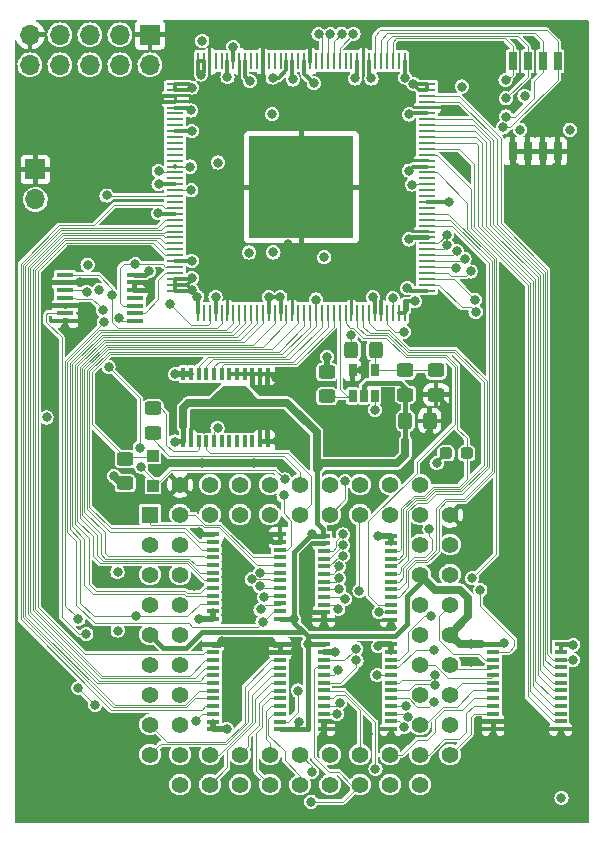
<source format=gtl>
G04 #@! TF.GenerationSoftware,KiCad,Pcbnew,(6.0.0)*
G04 #@! TF.CreationDate,2022-07-21T19:31:28+01:00*
G04 #@! TF.ProjectId,ElectronULA,456c6563-7472-46f6-9e55-4c412e6b6963,rev?*
G04 #@! TF.SameCoordinates,Original*
G04 #@! TF.FileFunction,Copper,L1,Top*
G04 #@! TF.FilePolarity,Positive*
%FSLAX46Y46*%
G04 Gerber Fmt 4.6, Leading zero omitted, Abs format (unit mm)*
G04 Created by KiCad (PCBNEW (6.0.0)) date 2022-07-21 19:31:28*
%MOMM*%
%LPD*%
G01*
G04 APERTURE LIST*
G04 Aperture macros list*
%AMRoundRect*
0 Rectangle with rounded corners*
0 $1 Rounding radius*
0 $2 $3 $4 $5 $6 $7 $8 $9 X,Y pos of 4 corners*
0 Add a 4 corners polygon primitive as box body*
4,1,4,$2,$3,$4,$5,$6,$7,$8,$9,$2,$3,0*
0 Add four circle primitives for the rounded corners*
1,1,$1+$1,$2,$3*
1,1,$1+$1,$4,$5*
1,1,$1+$1,$6,$7*
1,1,$1+$1,$8,$9*
0 Add four rect primitives between the rounded corners*
20,1,$1+$1,$2,$3,$4,$5,0*
20,1,$1+$1,$4,$5,$6,$7,0*
20,1,$1+$1,$6,$7,$8,$9,0*
20,1,$1+$1,$8,$9,$2,$3,0*%
G04 Aperture macros list end*
G04 #@! TA.AperFunction,SMDPad,CuDef*
%ADD10R,1.100000X0.400000*%
G04 #@! TD*
G04 #@! TA.AperFunction,ComponentPad*
%ADD11R,1.422400X1.422400*%
G04 #@! TD*
G04 #@! TA.AperFunction,ComponentPad*
%ADD12C,1.422400*%
G04 #@! TD*
G04 #@! TA.AperFunction,SMDPad,CuDef*
%ADD13R,0.400000X1.100000*%
G04 #@! TD*
G04 #@! TA.AperFunction,SMDPad,CuDef*
%ADD14R,0.650000X1.060000*%
G04 #@! TD*
G04 #@! TA.AperFunction,SMDPad,CuDef*
%ADD15RoundRect,0.249999X0.325001X0.450001X-0.325001X0.450001X-0.325001X-0.450001X0.325001X-0.450001X0*%
G04 #@! TD*
G04 #@! TA.AperFunction,SMDPad,CuDef*
%ADD16RoundRect,0.249999X0.450001X-0.325001X0.450001X0.325001X-0.450001X0.325001X-0.450001X-0.325001X0*%
G04 #@! TD*
G04 #@! TA.AperFunction,SMDPad,CuDef*
%ADD17RoundRect,0.249999X-0.450001X0.325001X-0.450001X-0.325001X0.450001X-0.325001X0.450001X0.325001X0*%
G04 #@! TD*
G04 #@! TA.AperFunction,SMDPad,CuDef*
%ADD18R,1.000000X1.000000*%
G04 #@! TD*
G04 #@! TA.AperFunction,SMDPad,CuDef*
%ADD19R,1.470000X0.280000*%
G04 #@! TD*
G04 #@! TA.AperFunction,SMDPad,CuDef*
%ADD20R,0.280000X1.470000*%
G04 #@! TD*
G04 #@! TA.AperFunction,SMDPad,CuDef*
%ADD21R,8.930000X8.700000*%
G04 #@! TD*
G04 #@! TA.AperFunction,SMDPad,CuDef*
%ADD22RoundRect,0.249999X-0.325001X-0.450001X0.325001X-0.450001X0.325001X0.450001X-0.325001X0.450001X0*%
G04 #@! TD*
G04 #@! TA.AperFunction,SMDPad,CuDef*
%ADD23RoundRect,0.237500X0.287500X0.237500X-0.287500X0.237500X-0.287500X-0.237500X0.287500X-0.237500X0*%
G04 #@! TD*
G04 #@! TA.AperFunction,ComponentPad*
%ADD24R,1.700000X1.700000*%
G04 #@! TD*
G04 #@! TA.AperFunction,ComponentPad*
%ADD25O,1.700000X1.700000*%
G04 #@! TD*
G04 #@! TA.AperFunction,SMDPad,CuDef*
%ADD26R,0.760000X1.600000*%
G04 #@! TD*
G04 #@! TA.AperFunction,SMDPad,CuDef*
%ADD27R,1.450000X0.450000*%
G04 #@! TD*
G04 #@! TA.AperFunction,ViaPad*
%ADD28C,0.800000*%
G04 #@! TD*
G04 #@! TA.AperFunction,Conductor*
%ADD29C,0.400000*%
G04 #@! TD*
G04 #@! TA.AperFunction,Conductor*
%ADD30C,0.700000*%
G04 #@! TD*
G04 #@! TA.AperFunction,Conductor*
%ADD31C,0.500000*%
G04 #@! TD*
G04 #@! TA.AperFunction,Conductor*
%ADD32C,0.300000*%
G04 #@! TD*
G04 #@! TA.AperFunction,Conductor*
%ADD33C,0.102000*%
G04 #@! TD*
G04 APERTURE END LIST*
D10*
X152367100Y-116503400D03*
X152367100Y-115853400D03*
X152367100Y-115203400D03*
X152367100Y-114553400D03*
X152367100Y-113903400D03*
X152367100Y-113253400D03*
X152367100Y-112603400D03*
X152367100Y-111953400D03*
X152367100Y-111303400D03*
X152367100Y-110653400D03*
X152367100Y-110003400D03*
X152367100Y-109353400D03*
X146667100Y-109353400D03*
X146667100Y-110003400D03*
X146667100Y-110653400D03*
X146667100Y-111303400D03*
X146667100Y-111953400D03*
X146667100Y-112603400D03*
X146667100Y-113253400D03*
X146667100Y-113903400D03*
X146667100Y-114553400D03*
X146667100Y-115203400D03*
X146667100Y-115853400D03*
X146667100Y-116503400D03*
X156027000Y-109328000D03*
X156027000Y-109978000D03*
X156027000Y-110628000D03*
X156027000Y-111278000D03*
X156027000Y-111928000D03*
X156027000Y-112578000D03*
X156027000Y-113228000D03*
X156027000Y-113878000D03*
X156027000Y-114528000D03*
X156027000Y-115178000D03*
X156027000Y-115828000D03*
X156027000Y-116478000D03*
X161727000Y-116478000D03*
X161727000Y-115828000D03*
X161727000Y-115178000D03*
X161727000Y-114528000D03*
X161727000Y-113878000D03*
X161727000Y-113228000D03*
X161727000Y-112578000D03*
X161727000Y-111928000D03*
X161727000Y-111278000D03*
X161727000Y-110628000D03*
X161727000Y-109978000D03*
X161727000Y-109328000D03*
X152341700Y-107156200D03*
X152341700Y-106506200D03*
X152341700Y-105856200D03*
X152341700Y-105206200D03*
X152341700Y-104556200D03*
X152341700Y-103906200D03*
X152341700Y-103256200D03*
X152341700Y-102606200D03*
X152341700Y-101956200D03*
X152341700Y-101306200D03*
X152341700Y-100656200D03*
X152341700Y-100006200D03*
X146641700Y-100006200D03*
X146641700Y-100656200D03*
X146641700Y-101306200D03*
X146641700Y-101956200D03*
X146641700Y-102606200D03*
X146641700Y-103256200D03*
X146641700Y-103906200D03*
X146641700Y-104556200D03*
X146641700Y-105206200D03*
X146641700Y-105856200D03*
X146641700Y-106506200D03*
X146641700Y-107156200D03*
D11*
X141338300Y-98336100D03*
D12*
X143878300Y-98336100D03*
X141338300Y-100876100D03*
X143878300Y-100876100D03*
X141338300Y-103416100D03*
X143878300Y-103416100D03*
X141338300Y-105956100D03*
X143878300Y-105956100D03*
X141338300Y-108496100D03*
X143878300Y-108496100D03*
X141338300Y-111036100D03*
X143878300Y-111036100D03*
X141338300Y-113576100D03*
X143878300Y-113576100D03*
X141338300Y-116116100D03*
X143878300Y-116116100D03*
X141338300Y-118656100D03*
X143878300Y-121196100D03*
X143878300Y-118656100D03*
X146418300Y-121196100D03*
X146418300Y-118656100D03*
X148958300Y-121196100D03*
X148958300Y-118656100D03*
X151498300Y-121196100D03*
X151498300Y-118656100D03*
X154038300Y-121196100D03*
X154038300Y-118656100D03*
X156578300Y-121196100D03*
X156578300Y-118656100D03*
X159118300Y-121196100D03*
X159118300Y-118656100D03*
X161658300Y-121196100D03*
X161658300Y-118656100D03*
X164198300Y-121196100D03*
X166738300Y-118656100D03*
X164198300Y-118656100D03*
X166738300Y-116116100D03*
X164198300Y-116116100D03*
X166738300Y-113576100D03*
X164198300Y-113576100D03*
X166738300Y-111036100D03*
X164198300Y-111036100D03*
X166738300Y-108496100D03*
X164198300Y-108496100D03*
X166738300Y-105956100D03*
X164198300Y-105956100D03*
X166738300Y-103416100D03*
X164198300Y-103416100D03*
X166738300Y-100876100D03*
X164198300Y-100876100D03*
X166738300Y-98336100D03*
X164198300Y-95796100D03*
X164198300Y-98336100D03*
X161658300Y-95796100D03*
X161658300Y-98336100D03*
X159118300Y-95796100D03*
X159118300Y-98336100D03*
X156578300Y-95796100D03*
X156578300Y-98336100D03*
X154038300Y-95796100D03*
X154038300Y-98336100D03*
X151498300Y-95796100D03*
X151498300Y-98336100D03*
X148958300Y-95796100D03*
X148958300Y-98336100D03*
X146418300Y-95796100D03*
X146418300Y-98336100D03*
X143878300Y-95796100D03*
D10*
X156027000Y-100107800D03*
X156027000Y-100757800D03*
X156027000Y-101407800D03*
X156027000Y-102057800D03*
X156027000Y-102707800D03*
X156027000Y-103357800D03*
X156027000Y-104007800D03*
X156027000Y-104657800D03*
X156027000Y-105307800D03*
X156027000Y-105957800D03*
X156027000Y-106607800D03*
X156027000Y-107257800D03*
X161727000Y-107257800D03*
X161727000Y-106607800D03*
X161727000Y-105957800D03*
X161727000Y-105307800D03*
X161727000Y-104657800D03*
X161727000Y-104007800D03*
X161727000Y-103357800D03*
X161727000Y-102707800D03*
X161727000Y-102057800D03*
X161727000Y-101407800D03*
X161727000Y-100757800D03*
X161727000Y-100107800D03*
D13*
X144148860Y-92141160D03*
X144798860Y-92141160D03*
X145448860Y-92141160D03*
X146098860Y-92141160D03*
X146748860Y-92141160D03*
X147398860Y-92141160D03*
X148048860Y-92141160D03*
X148698860Y-92141160D03*
X149348860Y-92141160D03*
X149998860Y-92141160D03*
X150648860Y-92141160D03*
X151298860Y-92141160D03*
X151298860Y-86441160D03*
X150648860Y-86441160D03*
X149998860Y-86441160D03*
X149348860Y-86441160D03*
X148698860Y-86441160D03*
X148048860Y-86441160D03*
X147398860Y-86441160D03*
X146748860Y-86441160D03*
X146098860Y-86441160D03*
X145448860Y-86441160D03*
X144798860Y-86441160D03*
X144148860Y-86441160D03*
D14*
X158477200Y-88291000D03*
X159427200Y-88291000D03*
X160377200Y-88291000D03*
X160377200Y-86091000D03*
X158477200Y-86091000D03*
D15*
X165007200Y-90401000D03*
X162957200Y-90401000D03*
D16*
X165557200Y-88176000D03*
X165557200Y-86126000D03*
D17*
X141576920Y-89351720D03*
X141576920Y-91401720D03*
D16*
X156297200Y-88321000D03*
X156297200Y-86271000D03*
D18*
X141576920Y-95891720D03*
X141576920Y-93391720D03*
D17*
X139232640Y-93620480D03*
X139232640Y-95670480D03*
X162957200Y-86131000D03*
X162957200Y-88181000D03*
D19*
X143467200Y-61871000D03*
X143467200Y-62371000D03*
X143467200Y-62871000D03*
X143467200Y-63371000D03*
X143467200Y-63871000D03*
X143467200Y-64371000D03*
X143467200Y-64871000D03*
X143467200Y-65371000D03*
X143467200Y-65871000D03*
X143467200Y-66371000D03*
X143467200Y-66871000D03*
X143467200Y-67371000D03*
X143467200Y-67871000D03*
X143467200Y-68371000D03*
X143467200Y-68871000D03*
X143467200Y-69371000D03*
X143467200Y-69871000D03*
X143467200Y-70371000D03*
X143467200Y-70871000D03*
X143467200Y-71371000D03*
X143467200Y-71871000D03*
X143467200Y-72371000D03*
X143467200Y-72871000D03*
X143467200Y-73371000D03*
X143467200Y-73871000D03*
X143467200Y-74371000D03*
X143467200Y-74871000D03*
X143467200Y-75371000D03*
X143467200Y-75871000D03*
X143467200Y-76371000D03*
X143467200Y-76871000D03*
X143467200Y-77371000D03*
X143467200Y-77871000D03*
X143467200Y-78371000D03*
X143467200Y-78871000D03*
X143467200Y-79371000D03*
D20*
X145387200Y-81291000D03*
X145887200Y-81291000D03*
X146387200Y-81291000D03*
X146887200Y-81291000D03*
X147387200Y-81291000D03*
X147887200Y-81291000D03*
X148387200Y-81291000D03*
X148887200Y-81291000D03*
X149387200Y-81291000D03*
X149887200Y-81291000D03*
X150387200Y-81291000D03*
X150887200Y-81291000D03*
X151387200Y-81291000D03*
X151887200Y-81291000D03*
X152387200Y-81291000D03*
X152887200Y-81291000D03*
X153387200Y-81291000D03*
X153887200Y-81291000D03*
X154387200Y-81291000D03*
X154887200Y-81291000D03*
X155387200Y-81291000D03*
X155887200Y-81291000D03*
X156387200Y-81291000D03*
X156887200Y-81291000D03*
X157387200Y-81291000D03*
X157887200Y-81291000D03*
X158387200Y-81291000D03*
X158887200Y-81291000D03*
X159387200Y-81291000D03*
X159887200Y-81291000D03*
X160387200Y-81291000D03*
X160887200Y-81291000D03*
X161387200Y-81291000D03*
X161887200Y-81291000D03*
X162387200Y-81291000D03*
X162887200Y-81291000D03*
D19*
X164807200Y-79371000D03*
X164807200Y-78871000D03*
X164807200Y-78371000D03*
X164807200Y-77871000D03*
X164807200Y-77371000D03*
X164807200Y-76871000D03*
X164807200Y-76371000D03*
X164807200Y-75871000D03*
X164807200Y-75371000D03*
X164807200Y-74871000D03*
X164807200Y-74371000D03*
X164807200Y-73871000D03*
X164807200Y-73371000D03*
X164807200Y-72871000D03*
X164807200Y-72371000D03*
X164807200Y-71871000D03*
X164807200Y-71371000D03*
X164807200Y-70871000D03*
X164807200Y-70371000D03*
X164807200Y-69871000D03*
X164807200Y-69371000D03*
X164807200Y-68871000D03*
X164807200Y-68371000D03*
X164807200Y-67871000D03*
X164807200Y-67371000D03*
X164807200Y-66871000D03*
X164807200Y-66371000D03*
X164807200Y-65871000D03*
X164807200Y-65371000D03*
X164807200Y-64871000D03*
X164807200Y-64371000D03*
X164807200Y-63871000D03*
X164807200Y-63371000D03*
X164807200Y-62871000D03*
X164807200Y-62371000D03*
X164807200Y-61871000D03*
D20*
X162887200Y-59951000D03*
X162387200Y-59951000D03*
X161887200Y-59951000D03*
X161387200Y-59951000D03*
X160887200Y-59951000D03*
X160387200Y-59951000D03*
X159887200Y-59951000D03*
X159387200Y-59951000D03*
X158887200Y-59951000D03*
X158387200Y-59951000D03*
X157887200Y-59951000D03*
X157387200Y-59951000D03*
X156887200Y-59951000D03*
X156387200Y-59951000D03*
X155887200Y-59951000D03*
X155387200Y-59951000D03*
X154887200Y-59951000D03*
X154387200Y-59951000D03*
X153887200Y-59951000D03*
X153387200Y-59951000D03*
X152887200Y-59951000D03*
X152387200Y-59951000D03*
X151887200Y-59951000D03*
X151387200Y-59951000D03*
X150887200Y-59951000D03*
X150387200Y-59951000D03*
X149887200Y-59951000D03*
X149387200Y-59951000D03*
X148887200Y-59951000D03*
X148387200Y-59951000D03*
X147887200Y-59951000D03*
X147387200Y-59951000D03*
X146887200Y-59951000D03*
X146387200Y-59951000D03*
X145887200Y-59951000D03*
X145387200Y-59951000D03*
D21*
X154137200Y-70621000D03*
D22*
X158385400Y-84378800D03*
X160435400Y-84378800D03*
D10*
X170392720Y-109328220D03*
X170392720Y-109978220D03*
X170392720Y-110628220D03*
X170392720Y-111278220D03*
X170392720Y-111928220D03*
X170392720Y-112578220D03*
X170392720Y-113228220D03*
X170392720Y-113878220D03*
X170392720Y-114528220D03*
X170392720Y-115178220D03*
X170392720Y-115828220D03*
X170392720Y-116478220D03*
X176092720Y-116478220D03*
X176092720Y-115828220D03*
X176092720Y-115178220D03*
X176092720Y-114528220D03*
X176092720Y-113878220D03*
X176092720Y-113228220D03*
X176092720Y-112578220D03*
X176092720Y-111928220D03*
X176092720Y-111278220D03*
X176092720Y-110628220D03*
X176092720Y-109978220D03*
X176092720Y-109328220D03*
D23*
X168139080Y-93154500D03*
X166389080Y-93154500D03*
D24*
X141325600Y-57711340D03*
D25*
X141325600Y-60251340D03*
X138785600Y-57711340D03*
X138785600Y-60251340D03*
X136245600Y-57711340D03*
X136245600Y-60251340D03*
X133705600Y-57711340D03*
X133705600Y-60251340D03*
X131165600Y-57711340D03*
X131165600Y-60251340D03*
D24*
X131620260Y-69113400D03*
D25*
X131620260Y-71653400D03*
D26*
X175844200Y-59954160D03*
X174574200Y-59954160D03*
X173304200Y-59954160D03*
X172034200Y-59954160D03*
X172034200Y-67574160D03*
X173304200Y-67574160D03*
X174574200Y-67574160D03*
X175844200Y-67574160D03*
D27*
X134149040Y-78034600D03*
X134149040Y-78684600D03*
X134149040Y-79334600D03*
X134149040Y-79984600D03*
X134149040Y-80634600D03*
X134149040Y-81284600D03*
X134149040Y-81934600D03*
X140049040Y-81934600D03*
X140049040Y-81284600D03*
X140049040Y-80634600D03*
X140049040Y-79984600D03*
X140049040Y-79334600D03*
X140049040Y-78684600D03*
X140049040Y-78034600D03*
D28*
X148440140Y-87960200D03*
X143467200Y-92147560D03*
X171335700Y-109171740D03*
X149250400Y-87960200D03*
X155036520Y-99989640D03*
X153927200Y-115911000D03*
X147650200Y-87960200D03*
X141237200Y-77731000D03*
X154717199Y-109280999D03*
X168524587Y-109310817D03*
X153547200Y-107201000D03*
X138595100Y-108150660D03*
X143477200Y-86447560D03*
X147068540Y-68531740D03*
X163637200Y-61871000D03*
X160077200Y-61411000D03*
X160607200Y-100131000D03*
X156976190Y-109980062D03*
X152366980Y-79918560D03*
X177170080Y-109352078D03*
X145760440Y-58234580D03*
X146883120Y-79888082D03*
X156317200Y-84981000D03*
X151384000Y-79903320D03*
X145336260Y-79888080D03*
X163121340Y-79154020D03*
X176875440Y-65743590D03*
X138582400Y-103197660D03*
X153418540Y-61493400D03*
X142007221Y-72822913D03*
X144866360Y-65859660D03*
X158697200Y-61411000D03*
X132570220Y-90106500D03*
X160640397Y-109472038D03*
X147888960Y-61292738D03*
X167726360Y-62097920D03*
X147827198Y-116501000D03*
X160200340Y-79931260D03*
X145637200Y-61081000D03*
X138269980Y-95049340D03*
X144807200Y-64121000D03*
X163291520Y-64449960D03*
X144871440Y-78300580D03*
X176169320Y-122306080D03*
X151777700Y-76133960D03*
X172679360Y-65743590D03*
X149715220Y-76149200D03*
X173045120Y-62895480D03*
X144907200Y-62181000D03*
X163240720Y-75031600D03*
X163774120Y-80261460D03*
X151673560Y-64439800D03*
X165597840Y-93987620D03*
X162942210Y-61331000D03*
X156088080Y-76540360D03*
X136997440Y-79298800D03*
X136047480Y-77170280D03*
X163238180Y-69207380D03*
X144861280Y-76852780D03*
X145467198Y-107141510D03*
X144861280Y-79331820D03*
X154609800Y-103230680D03*
X151980900Y-86743540D03*
X145897600Y-87757000D03*
X145896945Y-91087162D03*
X154033220Y-92641420D03*
X152054560Y-92143580D03*
X172445680Y-103794560D03*
X159245300Y-86085680D03*
X147794980Y-65887600D03*
X145079720Y-104358440D03*
X150167340Y-93939360D03*
X166557960Y-94996000D03*
X132895340Y-92397580D03*
X137068560Y-92410280D03*
X132044440Y-111376460D03*
X132654040Y-63741300D03*
X176847500Y-103642160D03*
X172217080Y-68920360D03*
X146730720Y-77386180D03*
X151356060Y-100284280D03*
X140469620Y-122852180D03*
X132793740Y-115064540D03*
X132935980Y-99654360D03*
X153035000Y-75412600D03*
X167886380Y-69024500D03*
X146857720Y-63533020D03*
X148691600Y-113847880D03*
X156016960Y-117081300D03*
X154894280Y-58364120D03*
X161394140Y-79082900D03*
X168851580Y-83342480D03*
X142105380Y-63159640D03*
X168536620Y-110807500D03*
X175922940Y-64015620D03*
X161737040Y-107774740D03*
X160136840Y-114005360D03*
X158473140Y-116243100D03*
X158249620Y-65079880D03*
X176870360Y-70078600D03*
X148625560Y-70050660D03*
X159397700Y-58506360D03*
X147797200Y-100941000D03*
X153852880Y-111970820D03*
X154193240Y-63599060D03*
X149522180Y-78214220D03*
X159783780Y-116911120D03*
X135983767Y-80947481D03*
X176890680Y-80741520D03*
X145740120Y-93949520D03*
X163121340Y-67978020D03*
X151538940Y-109100620D03*
X153456640Y-72506840D03*
X147687200Y-95281000D03*
X157518100Y-107675680D03*
X175696880Y-68889880D03*
X138686540Y-72859900D03*
X168419780Y-90406220D03*
X164175440Y-81536540D03*
X148667200Y-111311000D03*
X138653520Y-70396100D03*
X137866120Y-87917020D03*
X164993320Y-91506040D03*
X141217200Y-79011000D03*
X172427900Y-88755220D03*
X132316220Y-118592600D03*
X172488860Y-81305400D03*
X136217660Y-67302380D03*
X154637740Y-105394760D03*
X166263320Y-89123520D03*
X147847200Y-104371000D03*
X169141140Y-85054440D03*
X163812220Y-99593400D03*
X156705300Y-91445080D03*
X156034740Y-107756960D03*
X147431760Y-109077760D03*
X159717740Y-75023980D03*
X160427200Y-97021000D03*
X150893780Y-58366660D03*
X147393660Y-71887080D03*
X175935640Y-75534520D03*
X135364258Y-78682001D03*
X176093120Y-117083840D03*
X168450260Y-87442040D03*
X170373040Y-117088920D03*
X169184320Y-59563000D03*
X162026600Y-71887080D03*
X160926780Y-63545720D03*
X162905440Y-73820020D03*
X162641280Y-76593700D03*
X166745920Y-64122300D03*
X167253920Y-83416140D03*
X147707200Y-97021000D03*
X162935920Y-119992140D03*
X160182560Y-76563220D03*
X134112000Y-82575400D03*
X154172920Y-78386940D03*
X151780240Y-123441460D03*
X172176440Y-113725960D03*
X138724640Y-97449640D03*
X152593040Y-72506840D03*
X172486320Y-97492820D03*
X134152640Y-121678700D03*
X132839460Y-104498140D03*
X145505737Y-99781762D03*
X176844960Y-58425080D03*
X161734500Y-117081300D03*
X176890680Y-73720960D03*
X140154660Y-106936540D03*
X145211800Y-115811300D03*
X150630870Y-104396039D03*
X150651764Y-103260149D03*
X150860760Y-107440990D03*
X153847200Y-113231000D03*
X152638760Y-96718120D03*
X149938181Y-103815161D03*
X150693120Y-106370120D03*
X150975446Y-105295669D03*
X158793180Y-109687360D03*
X157280542Y-106296504D03*
X137462260Y-82011520D03*
X135270240Y-107177840D03*
X136687560Y-114427000D03*
X157289500Y-111480600D03*
X138734800Y-81711800D03*
X135270239Y-113007139D03*
X160418780Y-119867680D03*
X135940800Y-108432600D03*
X154983180Y-122643900D03*
X157408880Y-114269520D03*
X155018401Y-120109319D03*
X157139453Y-115211532D03*
X157336470Y-104630443D03*
X157336470Y-103726435D03*
X152757200Y-95361000D03*
X137817860Y-85813900D03*
X135961120Y-79480390D03*
X140566140Y-94272100D03*
X140456920Y-92656660D03*
X157639794Y-101822062D03*
X157646247Y-100014177D03*
X157830520Y-105478580D03*
X159066186Y-104796238D03*
X158803340Y-110688120D03*
X160377200Y-89461000D03*
X157857200Y-95521000D03*
X158347202Y-83161000D03*
X157337560Y-102682820D03*
X157653722Y-100918158D03*
X147047200Y-91017560D03*
X177149760Y-110629700D03*
X161881820Y-80025240D03*
X169298620Y-104736900D03*
X162849560Y-116306600D03*
X166476680Y-74640440D03*
X165379400Y-114207270D03*
X167960040Y-76667360D03*
X167304720Y-76037440D03*
X162966400Y-114528600D03*
X163169600Y-115432840D03*
X166502080Y-75544680D03*
X162829240Y-82862420D03*
X164990780Y-99580700D03*
X168602660Y-103720900D03*
X160751520Y-106606340D03*
X167248840Y-77426010D03*
X165481000Y-112801400D03*
X165361620Y-109809280D03*
X163512500Y-70393560D03*
X155379420Y-80124300D03*
X168473120Y-77749400D03*
X165465760Y-111876840D03*
X168902380Y-81170780D03*
X165163500Y-106916220D03*
X166658310Y-71887080D03*
X142062200Y-70370700D03*
X151719280Y-61328300D03*
X149778720Y-61644560D03*
X148380824Y-58731282D03*
X155188920Y-61802040D03*
X137657734Y-71315990D03*
X142067280Y-69258180D03*
X144830800Y-70881240D03*
X171226480Y-65552320D03*
X171485560Y-64632840D03*
X171475400Y-63088520D03*
X171434760Y-61554360D03*
X144729200Y-68874640D03*
X138137200Y-79761000D03*
X140097200Y-77131000D03*
X143037200Y-80501000D03*
X137377200Y-81031000D03*
X168866820Y-80147160D03*
X160583880Y-111922560D03*
X155602940Y-57655460D03*
X156591000Y-57655460D03*
X157551120Y-57614820D03*
X158551880Y-57624980D03*
D29*
X154764200Y-109328000D02*
X156027000Y-109328000D01*
X144148860Y-90849400D02*
X144152620Y-90845640D01*
X144148860Y-92141160D02*
X144148860Y-90849400D01*
X143473600Y-92141160D02*
X143467200Y-92147560D01*
X144148860Y-92141160D02*
X143473600Y-92141160D01*
D30*
X144566640Y-88879680D02*
X144152620Y-89293700D01*
D29*
X162957200Y-88181000D02*
X162957200Y-87606000D01*
X170392720Y-109328220D02*
X171179220Y-109328220D01*
X142449501Y-109607301D02*
X142049499Y-109207299D01*
X141237200Y-77731000D02*
X140933600Y-78034600D01*
D30*
X147650200Y-87754460D02*
X146730720Y-88673940D01*
X144152620Y-89293700D02*
X144152620Y-90845640D01*
X148844000Y-87757000D02*
X148056600Y-87757000D01*
X149250400Y-87960200D02*
X148440140Y-87960200D01*
X149194520Y-88016080D02*
X149250400Y-87960200D01*
D29*
X154767200Y-108601000D02*
X162115404Y-108601000D01*
D30*
X148468080Y-88742520D02*
X148468080Y-88767920D01*
D29*
X144411677Y-109607301D02*
X142449501Y-109607301D01*
X154717200Y-110091000D02*
X154717200Y-116501000D01*
D30*
X167551100Y-109308900D02*
X166738300Y-108496100D01*
D29*
X162522200Y-87171000D02*
X159707200Y-87171000D01*
D30*
X149352000Y-88265000D02*
X148945600Y-87858600D01*
D29*
X155956000Y-99523600D02*
X155467099Y-99034699D01*
D30*
X149194520Y-88879680D02*
X148468080Y-88879680D01*
D29*
X154636521Y-100389639D02*
X155036520Y-99989640D01*
X153756000Y-116509800D02*
X153756000Y-116082200D01*
X162957200Y-90401000D02*
X162957200Y-90151000D01*
X155467099Y-99034699D02*
X155467099Y-94486779D01*
X162957200Y-87606000D02*
X162522200Y-87171000D01*
X155077000Y-100107800D02*
X155036520Y-100067320D01*
D30*
X147645120Y-87965280D02*
X147650200Y-87960200D01*
D29*
X153549301Y-107483101D02*
X153549301Y-107090001D01*
X170373400Y-109308900D02*
X170392720Y-109328220D01*
D30*
X162956240Y-92095320D02*
X162956240Y-93258640D01*
X147645120Y-88879680D02*
X147645120Y-87965280D01*
D29*
X155036520Y-100067320D02*
X155036520Y-99989640D01*
D30*
X148468080Y-88879680D02*
X147645120Y-88879680D01*
D29*
X156027000Y-100107800D02*
X155077000Y-100107800D01*
D30*
X149250400Y-87757000D02*
X150169880Y-88676480D01*
D29*
X154717200Y-109281000D02*
X154717200Y-110091000D01*
X155467099Y-94486779D02*
X155442920Y-94462600D01*
D30*
X165475920Y-104693720D02*
X164198300Y-103416100D01*
D29*
X163087099Y-105237526D02*
X164198300Y-104126325D01*
X140933600Y-78034600D02*
X140049040Y-78034600D01*
D30*
X169374820Y-109308900D02*
X167551100Y-109308900D01*
D29*
X153549301Y-101476859D02*
X154636521Y-100389639D01*
X169374820Y-109308900D02*
X170373400Y-109308900D01*
D30*
X155922980Y-93982540D02*
X155442920Y-94462600D01*
D29*
X159427200Y-87451000D02*
X159427200Y-88291000D01*
D30*
X148056600Y-87782400D02*
X147650200Y-88188800D01*
D29*
X162956240Y-92095320D02*
X162957200Y-92094360D01*
X162115404Y-108601000D02*
X163087099Y-107629305D01*
D30*
X148468080Y-87988140D02*
X148440140Y-87960200D01*
X148757640Y-87960200D02*
X149194520Y-88397080D01*
X149250400Y-87960200D02*
X148468080Y-88742520D01*
D29*
X159407200Y-88371000D02*
X159427200Y-88391000D01*
X154717200Y-108651000D02*
X154767200Y-108601000D01*
D30*
X147645120Y-88755220D02*
X147645120Y-88879680D01*
X162232340Y-93982540D02*
X155922980Y-93982540D01*
D29*
X155956000Y-100101400D02*
X155956000Y-99523600D01*
D30*
X147645120Y-88879680D02*
X146629120Y-88879680D01*
D29*
X154717200Y-108651000D02*
X154337200Y-108271000D01*
X153549301Y-107162599D02*
X153549301Y-107090001D01*
X154717199Y-109846684D02*
X154717199Y-109280999D01*
D30*
X146730720Y-88879680D02*
X146629120Y-88879680D01*
X162956240Y-93258640D02*
X162232340Y-93982540D01*
X148440140Y-87960200D02*
X147650200Y-87960200D01*
D29*
X153549301Y-107090001D02*
X153549301Y-101476859D01*
D30*
X149194520Y-88879680D02*
X149194520Y-88397080D01*
X147650200Y-87757000D02*
X149250400Y-87757000D01*
D29*
X159707200Y-87171000D02*
X159427200Y-87451000D01*
X163087099Y-107629305D02*
X163087099Y-105237526D01*
X154337200Y-108271000D02*
X145747978Y-108271000D01*
D30*
X155442920Y-94462600D02*
X155442920Y-91371420D01*
D29*
X142049499Y-109207299D02*
X141338300Y-108496100D01*
D30*
X167561260Y-104693720D02*
X165475920Y-104693720D01*
D29*
X154708400Y-116509800D02*
X154717200Y-116501000D01*
D30*
X150576280Y-88879680D02*
X149194520Y-88879680D01*
X150169880Y-88879680D02*
X150576280Y-88879680D01*
D29*
X152438100Y-116509800D02*
X153756000Y-116509800D01*
D30*
X148468080Y-88767920D02*
X148468080Y-87988140D01*
D29*
X154717200Y-109281000D02*
X154764200Y-109328000D01*
D30*
X148440140Y-87960200D02*
X147645120Y-88755220D01*
X148468080Y-88879680D02*
X148468080Y-88767920D01*
D29*
X154337200Y-108271000D02*
X153549301Y-107483101D01*
D30*
X152951180Y-88879680D02*
X150576280Y-88879680D01*
X155442920Y-91371420D02*
X152951180Y-88879680D01*
D29*
X152412700Y-107162600D02*
X153549301Y-107162599D01*
D30*
X149194520Y-88397080D02*
X149194520Y-88016080D01*
X168290240Y-105422700D02*
X167561260Y-104693720D01*
D29*
X153756000Y-116509800D02*
X154708400Y-116509800D01*
X154717200Y-108651000D02*
X154717200Y-109281000D01*
X153476702Y-107162600D02*
X153549301Y-107090001D01*
X153756000Y-116082200D02*
X153927200Y-115911000D01*
X145747978Y-108271000D02*
X144411677Y-109607301D01*
X162957200Y-90401000D02*
X162957200Y-88181000D01*
X162957200Y-92094360D02*
X162957200Y-90401000D01*
D30*
X146629120Y-88879680D02*
X144566640Y-88879680D01*
D29*
X154717200Y-110091000D02*
X154717199Y-109846684D01*
X164198300Y-104126325D02*
X164198300Y-103416100D01*
D30*
X148440140Y-87960200D02*
X148757640Y-87960200D01*
D31*
X166814500Y-108572300D02*
X166738300Y-108496100D01*
D29*
X171179220Y-109328220D02*
X171335700Y-109171740D01*
D30*
X166738300Y-108496100D02*
X168290240Y-106944160D01*
X168290240Y-106944160D02*
X168290240Y-105422700D01*
D31*
X143483600Y-86441160D02*
X143477200Y-86447560D01*
X144148860Y-86441160D02*
X143483600Y-86441160D01*
X144145260Y-86437560D02*
X144148860Y-86441160D01*
X144798860Y-86441160D02*
X144148860Y-86441160D01*
D32*
X145387200Y-60986000D02*
X145482200Y-61081000D01*
X164137200Y-62371000D02*
X163637200Y-61871000D01*
X144502200Y-78871000D02*
X144461281Y-78911919D01*
X176092720Y-109328220D02*
X176092720Y-109978220D01*
D31*
X146667100Y-116503400D02*
X147824798Y-116503400D01*
D32*
X164807200Y-79371000D02*
X163338320Y-79371000D01*
X144717200Y-62371000D02*
X144907200Y-62181000D01*
X162827200Y-81291000D02*
X163101755Y-81016445D01*
X145887200Y-60831000D02*
X145637200Y-61081000D01*
D29*
X163401320Y-74871000D02*
X163240720Y-75031600D01*
D32*
X144822100Y-79371000D02*
X144861280Y-79331820D01*
X144801020Y-78371000D02*
X144871440Y-78300580D01*
X145387200Y-59951000D02*
X145387200Y-60986000D01*
X152387200Y-79938780D02*
X152366980Y-79918560D01*
X144461281Y-78911919D02*
X144461281Y-78931821D01*
X151387200Y-79906520D02*
X151384000Y-79903320D01*
X143467200Y-62371000D02*
X144717200Y-62371000D01*
X144502200Y-78871000D02*
X144871440Y-78501760D01*
D33*
X155987000Y-109951000D02*
X155956000Y-109982000D01*
D32*
X143467200Y-61871000D02*
X143467200Y-62371000D01*
D31*
X156317200Y-86251000D02*
X156317200Y-85016000D01*
D32*
X144557200Y-63871000D02*
X144807200Y-64121000D01*
X152366980Y-79918560D02*
X151399240Y-79918560D01*
D31*
X146641700Y-106506200D02*
X146641700Y-107156200D01*
D32*
X151399240Y-79918560D02*
X151384000Y-79903320D01*
D31*
X160630400Y-100107800D02*
X160607200Y-100131000D01*
D32*
X144461281Y-78931821D02*
X144861280Y-79331820D01*
D31*
X160640397Y-109364603D02*
X160640397Y-109472038D01*
D32*
X142055308Y-72871000D02*
X142007221Y-72822913D01*
X143467200Y-78371000D02*
X144801020Y-78371000D01*
D31*
X145481888Y-107156200D02*
X145467198Y-107141510D01*
D32*
X146887200Y-79892162D02*
X146883120Y-79888082D01*
X153387200Y-61462060D02*
X153418540Y-61493400D01*
X144843060Y-76871000D02*
X144861280Y-76852780D01*
X158887200Y-61163992D02*
X158894862Y-61171654D01*
X143467200Y-78871000D02*
X143467200Y-79371000D01*
D31*
X147824798Y-116503400D02*
X147827198Y-116501000D01*
D32*
X164807200Y-62371000D02*
X164137200Y-62371000D01*
X162887200Y-59951000D02*
X162887200Y-61275990D01*
X162387200Y-81291000D02*
X162827200Y-81291000D01*
X144597200Y-61871000D02*
X144907200Y-62181000D01*
X145887200Y-59951000D02*
X145887200Y-60831000D01*
X152387200Y-81291000D02*
X152387200Y-79938780D01*
D29*
X177146222Y-109328220D02*
X177170080Y-109352078D01*
X176092720Y-109328220D02*
X177146222Y-109328220D01*
X164807200Y-74871000D02*
X163401320Y-74871000D01*
D32*
X158887200Y-59951000D02*
X158887200Y-61163992D01*
X151387200Y-81291000D02*
X151387200Y-79906520D01*
X145387200Y-79939020D02*
X145336260Y-79888080D01*
D31*
X160677000Y-109328000D02*
X160640397Y-109364603D01*
D30*
X139232640Y-95670480D02*
X138891120Y-95670480D01*
D32*
X166395400Y-93139260D02*
X165616860Y-93917800D01*
X153387200Y-59951000D02*
X153387200Y-61462060D01*
D31*
X146641700Y-107156200D02*
X145481888Y-107156200D01*
D32*
X144855020Y-65871000D02*
X144866360Y-65859660D01*
X162889360Y-80253840D02*
X163101755Y-80253840D01*
X159887200Y-61165152D02*
X159890528Y-61168480D01*
X162887200Y-80256000D02*
X162889360Y-80253840D01*
X163208435Y-80261460D02*
X163774120Y-80261460D01*
X147887200Y-61290978D02*
X147888960Y-61292738D01*
X162887200Y-61275990D02*
X162942210Y-61331000D01*
X163101755Y-81016445D02*
X163101755Y-80253840D01*
D31*
X161727000Y-109328000D02*
X160677000Y-109328000D01*
D32*
X143467200Y-63871000D02*
X144557200Y-63871000D01*
X145482200Y-61081000D02*
X145637200Y-61081000D01*
X146887200Y-81291000D02*
X146887200Y-79892162D01*
X163109375Y-80261460D02*
X163208435Y-80261460D01*
X143467200Y-79371000D02*
X144822100Y-79371000D01*
D31*
X161727000Y-100757800D02*
X161727000Y-100107800D01*
D32*
X162887200Y-81291000D02*
X162887200Y-80256000D01*
X143467200Y-78371000D02*
X143467200Y-78871000D01*
X159887200Y-59951000D02*
X159887200Y-61165152D01*
D31*
X161727000Y-100107800D02*
X160630400Y-100107800D01*
D32*
X160387200Y-80118120D02*
X160200340Y-79931260D01*
X163574560Y-68871000D02*
X163238180Y-69207380D01*
X163101755Y-80253840D02*
X163109375Y-80261460D01*
X145387200Y-59951000D02*
X145887200Y-59951000D01*
D31*
X146667100Y-115853400D02*
X146667100Y-116503400D01*
D32*
X162387200Y-81291000D02*
X162887200Y-81291000D01*
X164807200Y-64371000D02*
X163370480Y-64371000D01*
X163370480Y-64371000D02*
X163291520Y-64449960D01*
D31*
X156027000Y-109978000D02*
X156974128Y-109978000D01*
D32*
X164807200Y-62371000D02*
X164807200Y-61871000D01*
D29*
X139232640Y-95670480D02*
X139232640Y-95491300D01*
D32*
X143467200Y-76871000D02*
X144843060Y-76871000D01*
X143467200Y-61871000D02*
X144597200Y-61871000D01*
D30*
X139232640Y-95670480D02*
X139048600Y-95670480D01*
D32*
X164807200Y-68871000D02*
X163574560Y-68871000D01*
X163338320Y-79371000D02*
X163121340Y-79154020D01*
X143467200Y-78871000D02*
X144502200Y-78871000D01*
X164807200Y-61871000D02*
X163637200Y-61871000D01*
X160387200Y-81291000D02*
X160387200Y-80118120D01*
X147887200Y-59951000D02*
X147887200Y-61290978D01*
D30*
X138891120Y-95670480D02*
X138269980Y-95049340D01*
D31*
X161727000Y-109978000D02*
X161727000Y-109328000D01*
D32*
X143467200Y-72871000D02*
X142055308Y-72871000D01*
D31*
X156974128Y-109978000D02*
X156976190Y-109980062D01*
D32*
X142333040Y-72871000D02*
X142303500Y-72900540D01*
X143467200Y-65871000D02*
X144855020Y-65871000D01*
X145387200Y-81291000D02*
X145387200Y-79939020D01*
X144871440Y-78501760D02*
X144871440Y-78300580D01*
D29*
X151298860Y-86441160D02*
X151678520Y-86441160D01*
X151298860Y-92141160D02*
X152052140Y-92141160D01*
X151678520Y-86441160D02*
X151980900Y-86743540D01*
X152052140Y-92141160D02*
X152054560Y-92143580D01*
X151298860Y-92141160D02*
X150648860Y-92141160D01*
X134149040Y-78684600D02*
X135361659Y-78684600D01*
X152341700Y-100006200D02*
X151634140Y-100006200D01*
X173248320Y-68920360D02*
X173304200Y-68864480D01*
D32*
X143467200Y-63371000D02*
X142316740Y-63371000D01*
D29*
X156027000Y-117071260D02*
X156016960Y-117081300D01*
X152341700Y-100656200D02*
X151727980Y-100656200D01*
X161727000Y-116478000D02*
X161727000Y-117073800D01*
X152367100Y-109353400D02*
X151791720Y-109353400D01*
X172034200Y-68737480D02*
X172217080Y-68920360D01*
X140770800Y-78684600D02*
X141097200Y-79011000D01*
X151727980Y-100656200D02*
X151356060Y-100284280D01*
X151634140Y-100006200D02*
X151356060Y-100284280D01*
X175844200Y-68742560D02*
X175696880Y-68889880D01*
D33*
X155956000Y-116484400D02*
X155956000Y-115824000D01*
D32*
X142394020Y-62871000D02*
X142105380Y-63159640D01*
D29*
X152341700Y-100656200D02*
X152341700Y-100006200D01*
X165007200Y-91492160D02*
X164993320Y-91506040D01*
X174574200Y-68910200D02*
X174574200Y-67574160D01*
D32*
X143467200Y-62871000D02*
X142394020Y-62871000D01*
X142316740Y-63371000D02*
X142105380Y-63159640D01*
D29*
X156027000Y-107257800D02*
X156027000Y-106607800D01*
X140049040Y-79334600D02*
X140893600Y-79334600D01*
X135361659Y-78684600D02*
X135364258Y-78682001D01*
X161727000Y-107764700D02*
X161737040Y-107774740D01*
X134236158Y-80547482D02*
X135583768Y-80547482D01*
X165557200Y-88176000D02*
X165580160Y-88198960D01*
X176092720Y-117083440D02*
X176093120Y-117083840D01*
X152367100Y-110003400D02*
X152367100Y-109353400D01*
X170392720Y-117069240D02*
X170373040Y-117088920D01*
X146667100Y-109353400D02*
X147156120Y-109353400D01*
X161727000Y-107257800D02*
X161727000Y-107764700D01*
X135583768Y-80547482D02*
X135983767Y-80947481D01*
X166263320Y-88882120D02*
X165557200Y-88176000D01*
X176092720Y-116478220D02*
X176092720Y-117083440D01*
X134149040Y-82538360D02*
X134112000Y-82575400D01*
X165007200Y-90401000D02*
X165007200Y-91492160D01*
X170392720Y-116478220D02*
X170392720Y-117069240D01*
X140893600Y-79334600D02*
X141217200Y-79011000D01*
X141097200Y-79011000D02*
X141217200Y-79011000D01*
X174584360Y-68920360D02*
X175666400Y-68920360D01*
X156027000Y-107257800D02*
X156027000Y-107749220D01*
X156027000Y-116478000D02*
X156027000Y-117071260D01*
X134149040Y-80634600D02*
X134236158Y-80547482D01*
X145691700Y-100006200D02*
X145505737Y-99820237D01*
X172217080Y-68920360D02*
X173248320Y-68920360D01*
X161727000Y-117073800D02*
X161734500Y-117081300D01*
X175844200Y-67574160D02*
X175844200Y-68742560D01*
X165580160Y-88198960D02*
X165857200Y-88198960D01*
X145505737Y-99820237D02*
X145505737Y-99781762D01*
X140049040Y-78684600D02*
X140770800Y-78684600D01*
X147156120Y-109353400D02*
X147431760Y-109077760D01*
X134149040Y-81934600D02*
X134149040Y-82538360D01*
X173248320Y-68920360D02*
X174584360Y-68920360D01*
X158477200Y-86091000D02*
X159239980Y-86091000D01*
X151791720Y-109353400D02*
X151538940Y-109100620D01*
D33*
X156027000Y-100757800D02*
X155677000Y-100757800D01*
D29*
X170392720Y-115828220D02*
X170392720Y-116478220D01*
X159239980Y-86091000D02*
X159245300Y-86085680D01*
X146641700Y-100006200D02*
X145691700Y-100006200D01*
D33*
X152438100Y-109347000D02*
X152438100Y-110007400D01*
D29*
X174584360Y-68920360D02*
X174574200Y-68910200D01*
X156027000Y-115828000D02*
X156027000Y-116478000D01*
X175666400Y-68920360D02*
X175696880Y-68889880D01*
X156027000Y-107749220D02*
X156034740Y-107756960D01*
X173304200Y-68864480D02*
X173304200Y-67574160D01*
X166263320Y-89123520D02*
X166263320Y-88882120D01*
X172034200Y-67574160D02*
X172034200Y-68737480D01*
D33*
X145757500Y-115214400D02*
X145211800Y-115760100D01*
X140720345Y-106936540D02*
X140154660Y-106936540D01*
X144455246Y-106936540D02*
X140720345Y-106936540D01*
X148173339Y-82913321D02*
X148887200Y-82199460D01*
X140154660Y-106936540D02*
X136565640Y-106936540D01*
X134539262Y-85514662D02*
X137140603Y-82913321D01*
X148887200Y-82128000D02*
X148887200Y-81291000D01*
X146570700Y-105867200D02*
X145524586Y-105867200D01*
X137140603Y-82913321D02*
X148173339Y-82913321D01*
X146596100Y-115214400D02*
X145757500Y-115214400D01*
X134539262Y-99563462D02*
X134539262Y-85514662D01*
X148887200Y-82199460D02*
X148887200Y-82128000D01*
X135435340Y-100459540D02*
X134539262Y-99563462D01*
X145524586Y-105867200D02*
X144455246Y-106936540D01*
X136565640Y-106936540D02*
X135435340Y-105806240D01*
X135435340Y-105806240D02*
X135435340Y-100459540D01*
X145211800Y-115760100D02*
X145211800Y-115811300D01*
X137520138Y-102056658D02*
X137160000Y-101696520D01*
X150071824Y-83943376D02*
X151887200Y-82128000D01*
X151887200Y-82128000D02*
X151887200Y-81291000D01*
X137160000Y-99988882D02*
X135569317Y-98398199D01*
X135569317Y-85941317D02*
X137567258Y-83943376D01*
X137567258Y-83943376D02*
X150071824Y-83943376D01*
X145185244Y-102606200D02*
X144635704Y-102056658D01*
X137160000Y-101696520D02*
X137160000Y-99988882D01*
X135569317Y-98398199D02*
X135569317Y-85941317D01*
X144635704Y-102056658D02*
X137520138Y-102056658D01*
X146641700Y-102606200D02*
X145185244Y-102606200D01*
X146570700Y-101955600D02*
X146563412Y-101948312D01*
X135775328Y-98127069D02*
X135775328Y-86026648D01*
X146641700Y-101956200D02*
X145989700Y-101956200D01*
X137490200Y-99841941D02*
X135775328Y-98127069D01*
X145989700Y-101956200D02*
X145864640Y-101831140D01*
X135775328Y-86026648D02*
X137652589Y-84149387D01*
X137652589Y-84149387D02*
X150865813Y-84149387D01*
X152887200Y-82128000D02*
X152887200Y-81291000D01*
X137490200Y-101564440D02*
X137490200Y-99841941D01*
X145864640Y-101831140D02*
X137756900Y-101831140D01*
X137756900Y-101831140D02*
X137490200Y-101564440D01*
X150865813Y-84149387D02*
X152887200Y-82128000D01*
X150387200Y-82128000D02*
X150387200Y-81291000D01*
X135157295Y-85770655D02*
X137396596Y-83531354D01*
X136474200Y-101823523D02*
X136474200Y-100180140D01*
X148983846Y-83531354D02*
X150387200Y-82128000D01*
X136474200Y-100180140D02*
X135157295Y-98863235D01*
X146641700Y-103906200D02*
X145902560Y-103906200D01*
X145902560Y-103906200D02*
X144465040Y-102468680D01*
X144465040Y-102468680D02*
X137119357Y-102468680D01*
X135157295Y-98863235D02*
X135157295Y-85770655D01*
X137119357Y-102468680D02*
X136474200Y-101823523D01*
X137396596Y-83531354D02*
X148983846Y-83531354D01*
X145482978Y-113253400D02*
X144294077Y-114442301D01*
X133784400Y-74268245D02*
X142232955Y-74268245D01*
X130782602Y-106898982D02*
X130782602Y-77270043D01*
X130782602Y-77270043D02*
X133784400Y-74268245D01*
X138325921Y-114442301D02*
X130782602Y-106898982D01*
X142232955Y-74268245D02*
X142630200Y-73871000D01*
X146667100Y-113253400D02*
X145482978Y-113253400D01*
X144294077Y-114442301D02*
X138325921Y-114442301D01*
X142630200Y-73871000D02*
X143467200Y-73871000D01*
X131400635Y-106417195D02*
X131400635Y-77526039D01*
X146015100Y-111303400D02*
X145136860Y-112181640D01*
X137165080Y-112181640D02*
X131400635Y-106417195D01*
X131400635Y-77526039D02*
X134040396Y-74886278D01*
X134040396Y-74886278D02*
X142145478Y-74886278D01*
X142630200Y-75371000D02*
X143467200Y-75371000D01*
X146667100Y-111303400D02*
X146015100Y-111303400D01*
X145136860Y-112181640D02*
X137165080Y-112181640D01*
X142145478Y-74886278D02*
X142630200Y-75371000D01*
X133955064Y-74680267D02*
X142439467Y-74680267D01*
X145571111Y-112397389D02*
X137015069Y-112397389D01*
X142439467Y-74680267D02*
X142630200Y-74871000D01*
X131194624Y-106576944D02*
X131194624Y-77440707D01*
X137015069Y-112397389D02*
X131194624Y-106576944D01*
X146015100Y-111953400D02*
X145571111Y-112397389D01*
X146667100Y-111953400D02*
X146015100Y-111953400D01*
X142630200Y-74871000D02*
X143467200Y-74871000D01*
X131194624Y-77440707D02*
X133955064Y-74680267D01*
X131606646Y-77611371D02*
X134125728Y-75092289D01*
X131606646Y-106290466D02*
X131606646Y-77611371D01*
X146667100Y-110653400D02*
X146015100Y-110653400D01*
X141851489Y-75092289D02*
X142630200Y-75871000D01*
X137289540Y-111973360D02*
X131606646Y-106290466D01*
X144695140Y-111973360D02*
X137289540Y-111973360D01*
X146015100Y-110653400D02*
X144695140Y-111973360D01*
X142630200Y-75871000D02*
X143467200Y-75871000D01*
X134125728Y-75092289D02*
X141851489Y-75092289D01*
X131812657Y-106140877D02*
X131812657Y-77696703D01*
X142630200Y-76371000D02*
X143467200Y-76371000D01*
X145858700Y-110159800D02*
X135831580Y-110159800D01*
X146015100Y-110003400D02*
X145858700Y-110159800D01*
X146667100Y-110003400D02*
X146015100Y-110003400D01*
X131812657Y-77696703D02*
X134211060Y-75298300D01*
X134211060Y-75298300D02*
X141557500Y-75298300D01*
X135831580Y-110159800D02*
X131812657Y-106140877D01*
X141557500Y-75298300D02*
X142630200Y-76371000D01*
X142786100Y-117563900D02*
X142049499Y-116827299D01*
X152438100Y-110642400D02*
X151599500Y-110642400D01*
X151599500Y-110642400D02*
X149336427Y-112905473D01*
X147713433Y-117563900D02*
X142786100Y-117563900D01*
X149336427Y-115940907D02*
X147713433Y-117563900D01*
X149336427Y-112905473D02*
X149336427Y-115940907D01*
X142049499Y-116827299D02*
X141338300Y-116116100D01*
X149638438Y-115930238D02*
X147798764Y-117769911D01*
X142049499Y-117944901D02*
X141338300Y-118656100D01*
X152438100Y-111302800D02*
X151599500Y-111302800D01*
X149638438Y-113263862D02*
X149638438Y-115930238D01*
X151599500Y-111302800D02*
X149638438Y-113263862D01*
X147798764Y-117769911D02*
X142224489Y-117769911D01*
X142224489Y-117769911D02*
X142049499Y-117944901D01*
X147876260Y-119738140D02*
X146418300Y-121196100D01*
X151599500Y-112598200D02*
X150242458Y-113955242D01*
X152438100Y-112598200D02*
X151599500Y-112598200D01*
X150242458Y-115908902D02*
X147876260Y-118275100D01*
X150242458Y-113955242D02*
X150242458Y-115908902D01*
X147876260Y-118275100D02*
X147876260Y-119738140D01*
X147203918Y-118656100D02*
X146418300Y-118656100D01*
X149940448Y-115919570D02*
X147203918Y-118656100D01*
X151599500Y-111963200D02*
X149940448Y-113622252D01*
X149940448Y-113622252D02*
X149940448Y-115919570D01*
X152438100Y-111963200D02*
X151599500Y-111963200D01*
X150307200Y-120005000D02*
X151498300Y-121196100D01*
X150846474Y-116291958D02*
X150307200Y-116831232D01*
X152438100Y-113893600D02*
X151464600Y-113893600D01*
X151464600Y-113893600D02*
X150846474Y-114511726D01*
X150307200Y-116831232D02*
X150307200Y-120005000D01*
X150846474Y-114511726D02*
X150846474Y-116291958D01*
X152412700Y-104546400D02*
X150781231Y-104546400D01*
X150781231Y-104546400D02*
X150630870Y-104396039D01*
X150380302Y-102616000D02*
X147172614Y-99408312D01*
X147172614Y-99408312D02*
X145917191Y-99408312D01*
X152412700Y-102616000D02*
X150380302Y-102616000D01*
X141401400Y-99212400D02*
X141338300Y-99149300D01*
X145721279Y-99212400D02*
X141401400Y-99212400D01*
X145917191Y-99408312D02*
X145721279Y-99212400D01*
X141338300Y-99149300D02*
X141338300Y-98336100D01*
X150660913Y-103251000D02*
X150651764Y-103260149D01*
X152412700Y-103251000D02*
X150660913Y-103251000D01*
X152412700Y-106502200D02*
X151799550Y-106502200D01*
X144602200Y-107528360D02*
X136658862Y-107528360D01*
X150460761Y-107840989D02*
X144914829Y-107840989D01*
X136658862Y-107528360D02*
X135089900Y-105959398D01*
X153847200Y-115025300D02*
X153847200Y-113231000D01*
X150860760Y-107440990D02*
X150460761Y-107840989D01*
X135089900Y-105959398D02*
X135089900Y-100599240D01*
X135089900Y-100599240D02*
X134333251Y-99842591D01*
X152367100Y-115853400D02*
X153019100Y-115853400D01*
X134333251Y-85429331D02*
X137055272Y-82707310D01*
X144914829Y-107840989D02*
X144602200Y-107528360D01*
X153019100Y-115853400D02*
X153847200Y-115025300D01*
X148387200Y-82128000D02*
X148387200Y-81291000D01*
X147807890Y-82707310D02*
X148387200Y-82128000D01*
X151799550Y-106502200D02*
X150860760Y-107440990D01*
X137055272Y-82707310D02*
X147807890Y-82707310D01*
X134333251Y-99842591D02*
X134333251Y-85429331D01*
X146641700Y-101306200D02*
X145695240Y-101306200D01*
X137737920Y-84355398D02*
X151659802Y-84355398D01*
X135981339Y-97901659D02*
X135981339Y-86111979D01*
X145695240Y-101306200D02*
X144213580Y-99824540D01*
X151659802Y-84355398D02*
X153887200Y-82128000D01*
X137904220Y-99824540D02*
X135981339Y-97901659D01*
X144213580Y-99824540D02*
X137904220Y-99824540D01*
X135981339Y-86111979D02*
X137737920Y-84355398D01*
X153887200Y-82128000D02*
X153887200Y-81291000D01*
X133613736Y-73856223D02*
X136569318Y-73856223D01*
X136569318Y-73856223D02*
X138320022Y-72105520D01*
X130370580Y-107208320D02*
X130370580Y-77099379D01*
X145713100Y-114855400D02*
X138017660Y-114855400D01*
X130370580Y-77099379D02*
X133613736Y-73856223D01*
X138017660Y-114855400D02*
X130370580Y-107208320D01*
X138320022Y-72105520D02*
X142364720Y-72105520D01*
X146667100Y-114553400D02*
X146015100Y-114553400D01*
X142364720Y-72105520D02*
X142630200Y-72371000D01*
X142630200Y-72371000D02*
X143467200Y-72371000D01*
X146015100Y-114553400D02*
X145713100Y-114855400D01*
X145124321Y-113903400D02*
X144379409Y-114648312D01*
X130576591Y-77184711D02*
X133699068Y-74062234D01*
X142630200Y-73371000D02*
X143467200Y-73371000D01*
X138178872Y-114648312D02*
X130576591Y-107046031D01*
X130576591Y-107046031D02*
X130576591Y-77184711D01*
X141938966Y-74062234D02*
X142630200Y-73371000D01*
X146667100Y-113903400D02*
X145124321Y-113903400D01*
X144379409Y-114648312D02*
X138178872Y-114648312D01*
X133699068Y-74062234D02*
X141938966Y-74062234D01*
X130988613Y-106723993D02*
X130988613Y-77355375D01*
X142526944Y-74474256D02*
X142630200Y-74371000D01*
X146667100Y-112603400D02*
X136868020Y-112603400D01*
X130988613Y-77355375D02*
X133869732Y-74474256D01*
X142630200Y-74371000D02*
X143467200Y-74371000D01*
X136868020Y-112603400D02*
X130988613Y-106723993D01*
X133869732Y-74474256D02*
X142526944Y-74474256D01*
X134951284Y-99106693D02*
X134951284Y-85685324D01*
X148689857Y-83325343D02*
X149887200Y-82128000D01*
X136140004Y-100295413D02*
X134951284Y-99106693D01*
X136140004Y-104191884D02*
X136140004Y-100295413D01*
X145593100Y-104952800D02*
X144448321Y-104952800D01*
X145989700Y-104556200D02*
X145593100Y-104952800D01*
X144334021Y-104838500D02*
X136786620Y-104838500D01*
X146641700Y-104556200D02*
X145989700Y-104556200D01*
X137311265Y-83325343D02*
X148689857Y-83325343D01*
X149887200Y-82128000D02*
X149887200Y-81291000D01*
X144448321Y-104952800D02*
X144334021Y-104838500D01*
X136786620Y-104838500D02*
X136140004Y-104191884D01*
X134951284Y-85685324D02*
X137311265Y-83325343D01*
X146641700Y-105206200D02*
X144410378Y-105206200D01*
X135765540Y-100360480D02*
X134745273Y-99340213D01*
X134745273Y-99340213D02*
X134745273Y-85599993D01*
X134745273Y-85599993D02*
X137225934Y-83119332D01*
X135765540Y-104310180D02*
X135765540Y-100360480D01*
X149387200Y-82128000D02*
X149387200Y-81291000D01*
X148395868Y-83119332D02*
X149387200Y-82128000D01*
X137225934Y-83119332D02*
X148395868Y-83119332D01*
X144410378Y-105206200D02*
X144250958Y-105046780D01*
X144250958Y-105046780D02*
X136502140Y-105046780D01*
X136502140Y-105046780D02*
X135765540Y-104310180D01*
X135363306Y-98629068D02*
X135363306Y-85855986D01*
X135363306Y-85855986D02*
X137481927Y-83737365D01*
X145543902Y-103256200D02*
X144550372Y-102262669D01*
X146641700Y-103256200D02*
X145543902Y-103256200D01*
X136824720Y-101762560D02*
X136824720Y-100090482D01*
X150887200Y-82128000D02*
X150887200Y-81291000D01*
X149277835Y-83737365D02*
X150887200Y-82128000D01*
X137481927Y-83737365D02*
X149277835Y-83737365D01*
X136824720Y-100090482D02*
X135363306Y-98629068D01*
X144550372Y-102262669D02*
X137324829Y-102262669D01*
X137324829Y-102262669D02*
X136824720Y-101762560D01*
X145989700Y-100656200D02*
X146641700Y-100656200D01*
X154387200Y-82399220D02*
X152225011Y-84561409D01*
X136187350Y-97678410D02*
X137988040Y-99479100D01*
X144299940Y-99479100D02*
X145477040Y-100656200D01*
X152225011Y-84561409D02*
X137823251Y-84561409D01*
X137823251Y-84561409D02*
X136187350Y-86197310D01*
X154387200Y-81291000D02*
X154387200Y-82399220D01*
X137988040Y-99479100D02*
X144299940Y-99479100D01*
X145477040Y-100656200D02*
X145989700Y-100656200D01*
X136187350Y-86197310D02*
X136187350Y-97678410D01*
X153304301Y-98884079D02*
X152638760Y-98218538D01*
X153304301Y-100962399D02*
X153304301Y-98884079D01*
X152971500Y-101295200D02*
X153304301Y-100962399D01*
X152638760Y-98218538D02*
X152638760Y-96718120D01*
X152412700Y-101295200D02*
X152971500Y-101295200D01*
X151477861Y-103815161D02*
X149938181Y-103815161D01*
X152412700Y-103911400D02*
X151574100Y-103911400D01*
X151574100Y-103911400D02*
X151477861Y-103815161D01*
X151093119Y-105970121D02*
X150693120Y-106370120D01*
X152309779Y-105970121D02*
X151093119Y-105970121D01*
X152412700Y-105867200D02*
X152309779Y-105970121D01*
X152412700Y-105206800D02*
X151064315Y-105206800D01*
X151064315Y-105206800D02*
X150975446Y-105295669D01*
X152438100Y-113258600D02*
X151599500Y-113258600D01*
X149669499Y-117041825D02*
X149669499Y-117944901D01*
X151599500Y-113258600D02*
X150544464Y-114313636D01*
X150544464Y-114313636D02*
X150544464Y-116166860D01*
X149669499Y-117944901D02*
X148958300Y-118656100D01*
X150544464Y-116166860D02*
X149669499Y-117041825D01*
X152438100Y-114554000D02*
X151599500Y-114554000D01*
X151148488Y-115005012D02*
X151148488Y-117300500D01*
X151599500Y-114554000D02*
X151148488Y-115005012D01*
X151498300Y-117650312D02*
X151498300Y-118656100D01*
X151148488Y-117300500D02*
X151498300Y-117650312D01*
X151360088Y-115599783D02*
X151745471Y-115214400D01*
X151360088Y-116989533D02*
X151360088Y-115599783D01*
X154038300Y-121196100D02*
X154038300Y-120431560D01*
X151745471Y-115214400D02*
X152438100Y-115214400D01*
X154038300Y-120431560D02*
X152732740Y-119126000D01*
X152732740Y-119126000D02*
X152732740Y-118362185D01*
X152732740Y-118362185D02*
X151360088Y-116989533D01*
X152412700Y-101955600D02*
X150011244Y-101955600D01*
X150011244Y-101955600D02*
X147257946Y-99202301D01*
X145136322Y-98336100D02*
X144884088Y-98336100D01*
X144884088Y-98336100D02*
X143878300Y-98336100D01*
X147257946Y-99202301D02*
X146002523Y-99202301D01*
X146002523Y-99202301D02*
X145136322Y-98336100D01*
X156025799Y-110686799D02*
X157793741Y-110686799D01*
X158393181Y-110087359D02*
X158793180Y-109687360D01*
X157793741Y-110686799D02*
X158393181Y-110087359D01*
X165776099Y-108969899D02*
X166966000Y-110159800D01*
X166966000Y-110159800D02*
X169207180Y-110159800D01*
X169675600Y-110628220D02*
X170392720Y-110628220D01*
X169207180Y-110159800D02*
X169675600Y-110628220D01*
X165776099Y-106918301D02*
X165776099Y-108969899D01*
X166738300Y-105956100D02*
X165776099Y-106918301D01*
X170225900Y-111445040D02*
X170392720Y-111278220D01*
X167147240Y-111445040D02*
X170225900Y-111445040D01*
X166738300Y-111036100D02*
X167147240Y-111445040D01*
X166738300Y-111036100D02*
X166993200Y-111291000D01*
X167736180Y-112578220D02*
X170392720Y-112578220D01*
X166738300Y-113576100D02*
X167736180Y-112578220D01*
X166738300Y-113576100D02*
X166747200Y-113585000D01*
X156952838Y-105968800D02*
X157280542Y-106296504D01*
X155956000Y-105968800D02*
X156952838Y-105968800D01*
X155956000Y-111937800D02*
X156832300Y-111937800D01*
X140049040Y-81934600D02*
X138957600Y-81934600D01*
X138957600Y-81934600D02*
X138734800Y-81711800D01*
X137459720Y-82011520D02*
X134127240Y-85344000D01*
X136687560Y-114424458D02*
X136687560Y-114427000D01*
X134127240Y-85344000D02*
X134127240Y-106034840D01*
X135270239Y-113007139D02*
X136687560Y-114424458D01*
X134127240Y-106034840D02*
X134870241Y-106777841D01*
X156832300Y-111937800D02*
X156889501Y-111880599D01*
X156889501Y-111880599D02*
X157289500Y-111480600D01*
X137462260Y-82011520D02*
X137459720Y-82011520D01*
X134870241Y-106777841D02*
X135270240Y-107177840D01*
X165456322Y-111036100D02*
X166566302Y-112146080D01*
X170174860Y-112146080D02*
X170367900Y-111953040D01*
X164198300Y-111036100D02*
X165456322Y-111036100D01*
X166566302Y-112146080D02*
X170174860Y-112146080D01*
X168699980Y-113228220D02*
X169740720Y-113228220D01*
X167310700Y-114617500D02*
X168699980Y-113228220D01*
X164198300Y-116116100D02*
X164625020Y-116116100D01*
X166123620Y-114617500D02*
X167310700Y-114617500D01*
X164625020Y-116116100D02*
X166123620Y-114617500D01*
X169740720Y-113228220D02*
X170392720Y-113228220D01*
X166227760Y-117360700D02*
X167497760Y-117360700D01*
X168772980Y-114528220D02*
X170392720Y-114528220D01*
X164932360Y-118656100D02*
X166227760Y-117360700D01*
X167497760Y-117360700D02*
X168127680Y-116730780D01*
X164198300Y-118656100D02*
X164932360Y-118656100D01*
X168127680Y-115173520D02*
X168772980Y-114528220D01*
X168127680Y-116730780D02*
X168127680Y-115173520D01*
X160418780Y-115885717D02*
X160418780Y-119301995D01*
X155956000Y-113233200D02*
X157766263Y-113233200D01*
X160418780Y-119301995D02*
X160418780Y-119867680D01*
X157766263Y-113233200D02*
X160418780Y-115885717D01*
X132514340Y-82001360D02*
X133842760Y-83329780D01*
X135305800Y-108432600D02*
X135940800Y-108432600D01*
X159118300Y-121196100D02*
X157670500Y-122643900D01*
X158384240Y-121196100D02*
X159118300Y-121196100D01*
X155211780Y-111441220D02*
X155211780Y-118874540D01*
X155375000Y-111278000D02*
X155211780Y-111441220D01*
X155211780Y-118874540D02*
X156481780Y-120144540D01*
X133842760Y-106969560D02*
X135305800Y-108432600D01*
X132639280Y-81284600D02*
X132514340Y-81409540D01*
X156481780Y-120144540D02*
X157332680Y-120144540D01*
X133842760Y-83329780D02*
X133842760Y-106969560D01*
X157332680Y-120144540D02*
X158384240Y-121196100D01*
X132514340Y-81409540D02*
X132514340Y-82001360D01*
X157670500Y-122643900D02*
X154983180Y-122643900D01*
X134149040Y-81284600D02*
X132639280Y-81284600D01*
X156027000Y-111278000D02*
X155375000Y-111278000D01*
X155956000Y-114528600D02*
X157149800Y-114528600D01*
X157149800Y-114528600D02*
X157408880Y-114269520D01*
X168497200Y-115454000D02*
X168772980Y-115178220D01*
X166738300Y-118656100D02*
X168497200Y-116897200D01*
X166738300Y-118656100D02*
X166973200Y-118891000D01*
X168497200Y-116897200D02*
X168497200Y-115454000D01*
X168772980Y-115178220D02*
X170392720Y-115178220D01*
X164792660Y-117408960D02*
X165496240Y-116705380D01*
X169740720Y-113878220D02*
X170392720Y-113878220D01*
X161658300Y-118656100D02*
X162687000Y-118656100D01*
X165496240Y-115656360D02*
X166240460Y-114912140D01*
X166240460Y-114912140D02*
X167739060Y-114912140D01*
X167739060Y-114912140D02*
X168772980Y-113878220D01*
X162687000Y-118656100D02*
X163934140Y-117408960D01*
X165496240Y-116705380D02*
X165496240Y-115656360D01*
X163934140Y-117408960D02*
X164792660Y-117408960D01*
X168772980Y-113878220D02*
X169740720Y-113878220D01*
X157074400Y-113588400D02*
X156794600Y-113868200D01*
X159118300Y-114876580D02*
X157830120Y-113588400D01*
X157830120Y-113588400D02*
X157074400Y-113588400D01*
X159118300Y-118656100D02*
X159118300Y-114876580D01*
X156794600Y-113868200D02*
X155956000Y-113868200D01*
X155956000Y-115189000D02*
X157116921Y-115189000D01*
X154038300Y-118656100D02*
X155018401Y-119636201D01*
X155018401Y-119636201D02*
X155018401Y-120109319D01*
X157116921Y-115189000D02*
X157139453Y-115211532D01*
X157318913Y-104648000D02*
X157336470Y-104630443D01*
X155956000Y-104648000D02*
X157318913Y-104648000D01*
X155956000Y-104013000D02*
X157049905Y-104013000D01*
X157049905Y-104013000D02*
X157336470Y-103726435D01*
X134149040Y-79334600D02*
X135815330Y-79334600D01*
X152757200Y-95361000D02*
X151917200Y-94521000D01*
X141576920Y-95891720D02*
X141576920Y-95315900D01*
X141717660Y-95891720D02*
X141576920Y-95891720D01*
X135815330Y-79334600D02*
X135961120Y-79480390D01*
X140566140Y-94305120D02*
X140566140Y-94272100D01*
X143088380Y-94521000D02*
X141717660Y-95891720D01*
X137817860Y-85813900D02*
X140495020Y-88491060D01*
X141576920Y-95315900D02*
X140566140Y-94305120D01*
X151917200Y-94521000D02*
X143088380Y-94521000D01*
X140495020Y-88491060D02*
X140495020Y-92618560D01*
X140495020Y-92618560D02*
X140456920Y-92656660D01*
X155956000Y-102717600D02*
X156514800Y-102717600D01*
X157410338Y-101822062D02*
X157639794Y-101822062D01*
X156514800Y-102717600D02*
X157410338Y-101822062D01*
X157098583Y-100561841D02*
X157246248Y-100414176D01*
X155940760Y-101412040D02*
X155956000Y-101396800D01*
X157246248Y-100414176D02*
X157646247Y-100014177D01*
X155956000Y-101396800D02*
X156794600Y-101396800D01*
X156794600Y-101396800D02*
X157098583Y-101092817D01*
X155910280Y-101351080D02*
X155956000Y-101396800D01*
X157098583Y-101092817D02*
X157098583Y-100561841D01*
X157660340Y-105308400D02*
X157830520Y-105478580D01*
X155956000Y-105308400D02*
X157660340Y-105308400D01*
X142960440Y-93360240D02*
X141576920Y-91976720D01*
X141576920Y-91976720D02*
X141576920Y-91401720D01*
X154038300Y-94722100D02*
X152676440Y-93360240D01*
X152676440Y-93360240D02*
X142960440Y-93360240D01*
X141576920Y-91833560D02*
X141576920Y-91401720D01*
X154038300Y-95796100D02*
X154038300Y-94722100D01*
X141549440Y-91429200D02*
X141576920Y-91401720D01*
X157446245Y-112610900D02*
X158803340Y-111253805D01*
X159066186Y-104796238D02*
X159066186Y-98388214D01*
X159066186Y-98388214D02*
X159118300Y-98336100D01*
X155994100Y-112610900D02*
X157446245Y-112610900D01*
X158803340Y-111253805D02*
X158803340Y-110688120D01*
X158347202Y-83161000D02*
X158347202Y-84336002D01*
X157857200Y-97057200D02*
X157857200Y-95521000D01*
X158347202Y-84336002D02*
X158412200Y-84401000D01*
X156578300Y-98336100D02*
X157857200Y-97057200D01*
X160377200Y-89461000D02*
X160377200Y-88291000D01*
X157337560Y-102809640D02*
X157337560Y-102682820D01*
X156794600Y-103352600D02*
X157337560Y-102809640D01*
X155956000Y-103352600D02*
X156794600Y-103352600D01*
X156514800Y-102057200D02*
X157653722Y-100918278D01*
X157653722Y-100918278D02*
X157653722Y-100918158D01*
X155956000Y-102057200D02*
X156514800Y-102057200D01*
X146748860Y-91315900D02*
X147047200Y-91017560D01*
X146748860Y-92141160D02*
X146748860Y-91315900D01*
X154967200Y-97407200D02*
X154967200Y-95059657D01*
X146409400Y-93103700D02*
X146098860Y-92793160D01*
X154967200Y-95059657D02*
X153011243Y-93103700D01*
X146098860Y-92793160D02*
X146098860Y-92141160D01*
X154038300Y-98336100D02*
X154967200Y-97407200D01*
X153011243Y-93103700D02*
X146409400Y-93103700D01*
X174985308Y-77601708D02*
X174985308Y-110172808D01*
X164807200Y-62871000D02*
X167452960Y-62871000D01*
X171018200Y-73634600D02*
X174985308Y-77601708D01*
X177149760Y-110629700D02*
X176094200Y-110629700D01*
X167452960Y-62871000D02*
X171018200Y-66436240D01*
X171018200Y-66436240D02*
X171018200Y-73634600D01*
X174985308Y-110172808D02*
X175440720Y-110628220D01*
X175440720Y-110628220D02*
X176092720Y-110628220D01*
X176094200Y-110629700D02*
X176092720Y-110628220D01*
X171697620Y-109978220D02*
X170392720Y-109978220D01*
X169311320Y-106090720D02*
X172186600Y-108966000D01*
X161887200Y-81291000D02*
X161887200Y-80030620D01*
X161887200Y-80030620D02*
X161881820Y-80025240D01*
X169298620Y-104736900D02*
X169311320Y-104749600D01*
X172186600Y-108966000D02*
X172186600Y-109489240D01*
X172186600Y-109489240D02*
X171697620Y-109978220D01*
X169311320Y-104749600D02*
X169311320Y-106090720D01*
X170713400Y-73698100D02*
X174779297Y-77763997D01*
X174779297Y-77763997D02*
X174779297Y-110616797D01*
X175440720Y-111278220D02*
X176092720Y-111278220D01*
X170713400Y-66553080D02*
X170713400Y-73698100D01*
X174779297Y-110616797D02*
X175440720Y-111278220D01*
X167531320Y-63371000D02*
X170713400Y-66553080D01*
X164807200Y-63371000D02*
X167531320Y-63371000D01*
X165644200Y-67871000D02*
X164807200Y-67871000D01*
X176092720Y-115828220D02*
X175440720Y-115828220D01*
X168501060Y-74074020D02*
X168501060Y-70727860D01*
X168501060Y-70727860D02*
X165644200Y-67871000D01*
X175440720Y-115828220D02*
X173337220Y-113724720D01*
X173337220Y-78910180D02*
X168501060Y-74074020D01*
X173337220Y-113724720D02*
X173337220Y-78910180D01*
X169771060Y-66776600D02*
X169771060Y-73865740D01*
X175440720Y-113228220D02*
X176092720Y-113228220D01*
X164807200Y-65871000D02*
X168865460Y-65871000D01*
X168865460Y-65871000D02*
X169771060Y-66776600D01*
X174161264Y-111948764D02*
X175440720Y-113228220D01*
X174161264Y-78255944D02*
X174161264Y-111948764D01*
X169771060Y-73865740D02*
X174161264Y-78255944D01*
X170388280Y-73751440D02*
X174573286Y-77936446D01*
X164807200Y-64871000D02*
X168632540Y-64871000D01*
X174573286Y-111060786D02*
X175440720Y-111928220D01*
X175440720Y-111928220D02*
X176092720Y-111928220D01*
X170388280Y-66626740D02*
X170388280Y-73751440D01*
X174573286Y-77936446D02*
X174573286Y-111060786D01*
X168632540Y-64871000D02*
X170388280Y-66626740D01*
X174367275Y-111504775D02*
X175440720Y-112578220D01*
X170083480Y-73799700D02*
X174367275Y-78083495D01*
X168771860Y-65371000D02*
X170083480Y-66682620D01*
X175440720Y-112578220D02*
X176092720Y-112578220D01*
X174367275Y-78083495D02*
X174367275Y-111504775D01*
X164807200Y-65371000D02*
X168771860Y-65371000D01*
X170083480Y-66682620D02*
X170083480Y-73799700D01*
X169443400Y-66880740D02*
X169443400Y-73898760D01*
X168933660Y-66371000D02*
X169443400Y-66880740D01*
X169443400Y-73898760D02*
X173955253Y-78410613D01*
X173955253Y-112392753D02*
X175440720Y-113878220D01*
X173955253Y-78410613D02*
X173955253Y-112392753D01*
X164807200Y-66371000D02*
X168933660Y-66371000D01*
X175440720Y-113878220D02*
X176092720Y-113878220D01*
X168790620Y-68634898D02*
X168790620Y-74002900D01*
X168790620Y-74002900D02*
X173543231Y-78755511D01*
X173543231Y-113280731D02*
X175440720Y-115178220D01*
X175440720Y-115178220D02*
X176092720Y-115178220D01*
X167526722Y-67371000D02*
X168790620Y-68634898D01*
X164807200Y-67371000D02*
X167526722Y-67371000D01*
X173543231Y-78755511D02*
X173543231Y-113280731D01*
X169103040Y-67013577D02*
X168960463Y-66871000D01*
X173749242Y-78575442D02*
X169103040Y-73929240D01*
X176092720Y-114528220D02*
X175440720Y-114528220D01*
X165644200Y-66871000D02*
X164807200Y-66871000D01*
X168960463Y-66871000D02*
X165644200Y-66871000D01*
X173749242Y-112836742D02*
X173749242Y-78575442D01*
X169103040Y-73929240D02*
X169103040Y-67013577D01*
X175440720Y-114528220D02*
X173749242Y-112836742D01*
X162849560Y-116298560D02*
X162849560Y-116306600D01*
X165746120Y-75371000D02*
X166476680Y-74640440D01*
X162379000Y-115828000D02*
X162849560Y-116298560D01*
X164807200Y-75371000D02*
X165746120Y-75371000D01*
X161727000Y-115828000D02*
X162379000Y-115828000D01*
X163947491Y-114607269D02*
X164979401Y-114607269D01*
X164979401Y-114607269D02*
X165379400Y-114207270D01*
X161727000Y-113878000D02*
X163218222Y-113878000D01*
X167756400Y-76871000D02*
X164807200Y-76871000D01*
X167960040Y-76667360D02*
X167756400Y-76871000D01*
X163218222Y-113878000D02*
X163947491Y-114607269D01*
X161727000Y-114528000D02*
X162965800Y-114528000D01*
X167304720Y-76037440D02*
X166964360Y-76377800D01*
X166964360Y-76377800D02*
X164814000Y-76377800D01*
X164814000Y-76377800D02*
X164807200Y-76371000D01*
X162965800Y-114528000D02*
X162966400Y-114528600D01*
X162914760Y-115178000D02*
X163169600Y-115432840D01*
X166182040Y-75864720D02*
X164813480Y-75864720D01*
X161727000Y-115178000D02*
X162914760Y-115178000D01*
X164813480Y-75864720D02*
X164807200Y-75871000D01*
X166502080Y-75544680D02*
X166182040Y-75864720D01*
X169635186Y-94109504D02*
X169635186Y-87136743D01*
X169635186Y-87136743D02*
X167090874Y-84592431D01*
X167577613Y-96167077D02*
X169635186Y-94109504D01*
X162765198Y-101671602D02*
X162765198Y-97901542D01*
X162379000Y-102057800D02*
X162765198Y-101671602D01*
X163735802Y-96930938D02*
X164636779Y-96930938D01*
X159387200Y-82128000D02*
X159387200Y-81291000D01*
X167090874Y-84592431D02*
X163137609Y-84592431D01*
X161499039Y-82953860D02*
X159926020Y-82953860D01*
X162765198Y-97901542D02*
X163735802Y-96930938D01*
X159926020Y-82953860D02*
X159387200Y-82415040D01*
X165400640Y-96167077D02*
X167577613Y-96167077D01*
X163137609Y-84592431D02*
X161499039Y-82953860D01*
X161727000Y-102057800D02*
X162379000Y-102057800D01*
X159387200Y-82415040D02*
X159387200Y-82128000D01*
X164636779Y-96930938D02*
X165400640Y-96167077D01*
X159887200Y-82128000D02*
X159887200Y-81291000D01*
X163225480Y-84386420D02*
X161574480Y-82735420D01*
X163821134Y-97136949D02*
X164722114Y-97136949D01*
X162971209Y-101813591D02*
X162971209Y-97986874D01*
X162971209Y-97986874D02*
X163821134Y-97136949D01*
X165485975Y-96373088D02*
X167662944Y-96373088D01*
X161574480Y-82735420D02*
X160494620Y-82735420D01*
X169841197Y-94194835D02*
X169841197Y-87051411D01*
X167176206Y-84386420D02*
X163225480Y-84386420D01*
X169841197Y-87051411D02*
X167176206Y-84386420D01*
X161727000Y-102707800D02*
X162077000Y-102707800D01*
X162077000Y-102707800D02*
X162971209Y-101813591D01*
X164722114Y-97136949D02*
X165485975Y-96373088D01*
X167662944Y-96373088D02*
X169841197Y-94194835D01*
X160494620Y-82735420D02*
X159887200Y-82128000D01*
X167748141Y-96579233D02*
X165571173Y-96579233D01*
X162379000Y-103357800D02*
X161727000Y-103357800D01*
X162587940Y-103148860D02*
X162379000Y-103357800D01*
X164807200Y-73871000D02*
X166883260Y-73871000D01*
X163906466Y-97342960D02*
X163177220Y-98072206D01*
X166883260Y-73871000D02*
X170047208Y-77034948D01*
X170047208Y-77034948D02*
X170047208Y-94280166D01*
X164807446Y-97342960D02*
X163906466Y-97342960D01*
X170047208Y-94280166D02*
X167748141Y-96579233D01*
X163177220Y-102185982D02*
X162587940Y-102775261D01*
X162587940Y-102775261D02*
X162587940Y-103148860D01*
X163177220Y-98072206D02*
X163177220Y-102185982D01*
X165571173Y-96579233D02*
X164807446Y-97342960D01*
X165234620Y-100390225D02*
X164990780Y-100146385D01*
X162052000Y-82862420D02*
X161387200Y-82197620D01*
X164637720Y-101935280D02*
X165234620Y-101338380D01*
X164990780Y-100146385D02*
X164990780Y-99580700D01*
X161387200Y-82197620D02*
X161387200Y-81291000D01*
X162829240Y-82862420D02*
X162052000Y-82862420D01*
X161727000Y-104007800D02*
X162379000Y-104007800D01*
X163719264Y-101935280D02*
X164637720Y-101935280D01*
X162793951Y-103592849D02*
X162793951Y-102860593D01*
X162793951Y-102860593D02*
X163719264Y-101935280D01*
X165234620Y-101338380D02*
X165234620Y-100390225D01*
X162379000Y-104007800D02*
X162793951Y-103592849D01*
X170253219Y-76880279D02*
X166743940Y-73371000D01*
X163804596Y-102141291D02*
X164723052Y-102141291D01*
X166322009Y-96992170D02*
X167917887Y-96992170D01*
X164723052Y-102141291D02*
X165572440Y-101291903D01*
X166743940Y-73371000D02*
X165644200Y-73371000D01*
X162379000Y-104657800D02*
X162999962Y-104036838D01*
X162999962Y-104036838D02*
X162999962Y-102945925D01*
X170253219Y-94656838D02*
X170253219Y-76880279D01*
X161727000Y-104657800D02*
X162379000Y-104657800D01*
X165572440Y-101291903D02*
X165572440Y-97741739D01*
X165644200Y-73371000D02*
X164807200Y-73371000D01*
X162999962Y-102945925D02*
X163804596Y-102141291D01*
X167917887Y-96992170D02*
X170253219Y-94656838D01*
X165572440Y-97741739D02*
X166322009Y-96992170D01*
X170459230Y-76728150D02*
X166602080Y-72871000D01*
X163205973Y-104480827D02*
X163205973Y-103036069D01*
X164808384Y-102347302D02*
X165778451Y-101377235D01*
X163205973Y-103036069D02*
X163894740Y-102347302D01*
X168003219Y-97198181D02*
X170459230Y-94742170D01*
X165644200Y-72871000D02*
X164807200Y-72871000D01*
X161727000Y-105307800D02*
X162379000Y-105307800D01*
X165778451Y-97827071D02*
X166407341Y-97198181D01*
X166602080Y-72871000D02*
X165644200Y-72871000D01*
X162379000Y-105307800D02*
X163205973Y-104480827D01*
X166407341Y-97198181D02*
X168003219Y-97198181D01*
X163894740Y-102347302D02*
X164808384Y-102347302D01*
X165778451Y-101377235D02*
X165778451Y-97827071D01*
X170459230Y-94742170D02*
X170459230Y-76728150D01*
X158299040Y-82539840D02*
X157887200Y-82128000D01*
X161328376Y-83365882D02*
X159383002Y-83365882D01*
X159819340Y-98893082D02*
X163909462Y-94802960D01*
X161727000Y-105957800D02*
X160613520Y-105957800D01*
X163909462Y-94802960D02*
X163909462Y-93867518D01*
X159819340Y-105163620D02*
X159819340Y-98893082D01*
X167134540Y-85808062D02*
X166330931Y-85004453D01*
X162966946Y-85004453D02*
X161328376Y-83365882D01*
X166330931Y-85004453D02*
X162966946Y-85004453D01*
X158556960Y-82539840D02*
X158299040Y-82539840D01*
X157887200Y-82128000D02*
X157887200Y-81291000D01*
X163909462Y-93867518D02*
X167134540Y-90642440D01*
X160613520Y-105957800D02*
X159819340Y-105163620D01*
X159383002Y-83365882D02*
X158556960Y-82539840D01*
X167134540Y-90642440D02*
X167134540Y-85808062D01*
X161798000Y-106603800D02*
X161740800Y-106661000D01*
X168188640Y-71915440D02*
X165644200Y-69371000D01*
X168188640Y-74122280D02*
X168188640Y-71915440D01*
X160752980Y-106607800D02*
X160751520Y-106606340D01*
X170665241Y-101658319D02*
X170665241Y-76598881D01*
X168602660Y-103720900D02*
X170665241Y-101658319D01*
X170665241Y-76598881D02*
X168188640Y-74122280D01*
X161727000Y-106607800D02*
X160752980Y-106607800D01*
X165644200Y-69371000D02*
X164807200Y-69371000D01*
X167193830Y-77371000D02*
X167248840Y-77426010D01*
X163782523Y-112709899D02*
X165389499Y-112709899D01*
X165389499Y-112709899D02*
X165481000Y-112801400D01*
X161727000Y-113228000D02*
X163264422Y-113228000D01*
X164807200Y-77371000D02*
X167193830Y-77371000D01*
X163264422Y-113228000D02*
X163782523Y-112709899D01*
X164795935Y-109809280D02*
X165361620Y-109809280D01*
X163812220Y-109809280D02*
X164795935Y-109809280D01*
X161798000Y-111277400D02*
X161350800Y-111277400D01*
X163535060Y-70371000D02*
X163512500Y-70393560D01*
X164807200Y-70371000D02*
X163535060Y-70371000D01*
X162343500Y-111278000D02*
X163812220Y-109809280D01*
X161727000Y-111278000D02*
X162343500Y-111278000D01*
X146264589Y-84973431D02*
X145448860Y-85789160D01*
X155387200Y-81291000D02*
X155387200Y-80132080D01*
X155387200Y-81291000D02*
X155387200Y-82364420D01*
X152778189Y-84973431D02*
X146264589Y-84973431D01*
X155387200Y-82364420D02*
X152778189Y-84973431D01*
X145448860Y-85789160D02*
X145448860Y-86441160D01*
X155387200Y-80132080D02*
X155379420Y-80124300D01*
X146098860Y-85789160D02*
X146098860Y-86441160D01*
X155887200Y-81291000D02*
X155887200Y-82433380D01*
X155887200Y-82433380D02*
X153124442Y-85196138D01*
X146691882Y-85196138D02*
X146098860Y-85789160D01*
X153124442Y-85196138D02*
X146691882Y-85196138D01*
X147135871Y-85402149D02*
X146748860Y-85789160D01*
X156387200Y-81291000D02*
X156387200Y-82443920D01*
X146748860Y-85789160D02*
X146748860Y-86441160D01*
X156387200Y-82443920D02*
X153428971Y-85402149D01*
X153428971Y-85402149D02*
X147135871Y-85402149D01*
X166525602Y-77871000D02*
X165644200Y-77871000D01*
X168073121Y-78149399D02*
X166804001Y-78149399D01*
X165644200Y-77871000D02*
X164807200Y-77871000D01*
X161731960Y-112582960D02*
X162422840Y-112582960D01*
X162681920Y-112323880D02*
X165018720Y-112323880D01*
X166804001Y-78149399D02*
X166525602Y-77871000D01*
X161727000Y-112578000D02*
X161731960Y-112582960D01*
X168473120Y-77749400D02*
X168073121Y-78149399D01*
X162422840Y-112582960D02*
X162681920Y-112323880D01*
X165018720Y-112323880D02*
X165465760Y-111876840D01*
X157441900Y-87426800D02*
X157444440Y-87424260D01*
X158477200Y-88391000D02*
X156262200Y-88391000D01*
X157444440Y-87424260D02*
X157444440Y-81348240D01*
X157444440Y-87424260D02*
X157444440Y-87729060D01*
X157444440Y-87729060D02*
X158006380Y-88291000D01*
X156262200Y-88391000D02*
X156252200Y-88401000D01*
X158006380Y-88291000D02*
X158477200Y-88291000D01*
X156297200Y-88321000D02*
X156997200Y-88321000D01*
X157444440Y-81348240D02*
X157387200Y-81291000D01*
X165815200Y-78871000D02*
X167714981Y-80770781D01*
X164496202Y-106916220D02*
X164597815Y-106916220D01*
X164807200Y-78871000D02*
X165815200Y-78871000D01*
X162379000Y-110628000D02*
X163164520Y-109842480D01*
X167714981Y-80770781D02*
X168502381Y-80770781D01*
X168502381Y-80770781D02*
X168902380Y-81170780D01*
X164597815Y-106916220D02*
X165163500Y-106916220D01*
X163164520Y-108247902D02*
X164496202Y-106916220D01*
X163164520Y-109842480D02*
X163164520Y-108247902D01*
X161727000Y-110628000D02*
X162379000Y-110628000D01*
X161413707Y-83159871D02*
X163052277Y-84798442D01*
X164505915Y-96724927D02*
X165269892Y-95960950D01*
X167358060Y-85732620D02*
X167358060Y-91081920D01*
X167462450Y-95960950D02*
X168139080Y-95284320D01*
X162559187Y-97816210D02*
X163650470Y-96724927D01*
X167358060Y-91081920D02*
X168139080Y-91862940D01*
X168139080Y-95284320D02*
X168139080Y-93154500D01*
X166423882Y-84798442D02*
X167358060Y-85732620D01*
X162559187Y-101227613D02*
X162559187Y-97816210D01*
X165269892Y-95960950D02*
X167462450Y-95960950D01*
X158887200Y-81291000D02*
X158887200Y-82461140D01*
X159585931Y-83159871D02*
X161413707Y-83159871D01*
X163650470Y-96724927D02*
X164505915Y-96724927D01*
X163052277Y-84798442D02*
X166423882Y-84798442D01*
X161727000Y-101407800D02*
X162379000Y-101407800D01*
X168139080Y-91862940D02*
X168139080Y-93154500D01*
X158887200Y-82461140D02*
X159585931Y-83159871D01*
X162379000Y-101407800D02*
X162559187Y-101227613D01*
X145448860Y-92793160D02*
X145298340Y-92943680D01*
X142727680Y-89802480D02*
X142276920Y-89351720D01*
X142727680Y-92405200D02*
X142727680Y-89802480D01*
X145448860Y-92141160D02*
X145448860Y-92793160D01*
X145298340Y-92943680D02*
X143266160Y-92943680D01*
X142276920Y-89351720D02*
X141576920Y-89351720D01*
X143266160Y-92943680D02*
X142727680Y-92405200D01*
X153692103Y-85608160D02*
X147579860Y-85608160D01*
X147398860Y-85789160D02*
X147398860Y-86441160D01*
X156887200Y-81291000D02*
X156887200Y-82413063D01*
X147579860Y-85608160D02*
X147398860Y-85789160D01*
X156887200Y-82413063D02*
X153692103Y-85608160D01*
X160377200Y-86091000D02*
X160377200Y-84486000D01*
X162917200Y-86091000D02*
X162957200Y-86131000D01*
X162962200Y-86126000D02*
X162957200Y-86131000D01*
X162257200Y-86131000D02*
X162957200Y-86131000D01*
X160377200Y-86091000D02*
X162917200Y-86091000D01*
X160377200Y-84486000D02*
X160462200Y-84401000D01*
X165557200Y-86126000D02*
X162962200Y-86126000D01*
D32*
X164807200Y-71871000D02*
X166642230Y-71871000D01*
X166642230Y-71871000D02*
X166658310Y-71887080D01*
X142062200Y-70370700D02*
X143466900Y-70370700D01*
X143466900Y-70370700D02*
X143467200Y-70371000D01*
X152284965Y-61328300D02*
X151719280Y-61328300D01*
X152887200Y-59951000D02*
X152887200Y-60726065D01*
X152887200Y-60726065D02*
X152284965Y-61328300D01*
X149387200Y-61253040D02*
X149778720Y-61644560D01*
X149387200Y-59951000D02*
X149387200Y-61253040D01*
X148387200Y-59951000D02*
X148387200Y-58737658D01*
X148387200Y-58737658D02*
X148380824Y-58731282D01*
X154387200Y-59951000D02*
X154387200Y-61000320D01*
X154387200Y-61000320D02*
X155188920Y-61802040D01*
D33*
X143467200Y-71371000D02*
X137712744Y-71371000D01*
X137712744Y-71371000D02*
X137657734Y-71315990D01*
X143467200Y-69371000D02*
X142180100Y-69371000D01*
X142180100Y-69371000D02*
X142067280Y-69258180D01*
X143467200Y-70871000D02*
X144820560Y-70871000D01*
X144820560Y-70871000D02*
X144830800Y-70881240D01*
X136395460Y-86283800D02*
X137911840Y-84767420D01*
X139101920Y-93551720D02*
X139186920Y-93466720D01*
X152532080Y-84767420D02*
X154887200Y-82412300D01*
X154887200Y-82412300D02*
X154887200Y-82128000D01*
X139186920Y-93466720D02*
X141501920Y-93466720D01*
X136395460Y-90675260D02*
X136395460Y-86283800D01*
X141501920Y-93466720D02*
X141576920Y-93391720D01*
X154887200Y-82128000D02*
X154887200Y-81291000D01*
X139186920Y-93466720D02*
X136395460Y-90675260D01*
X137911840Y-84767420D02*
X152532080Y-84767420D01*
X175844200Y-59954160D02*
X175844200Y-61500285D01*
X160832800Y-57343040D02*
X174945040Y-57343040D01*
X160387200Y-59951000D02*
X160387200Y-57788640D01*
X160387200Y-57788640D02*
X160832800Y-57343040D01*
X175844200Y-58242200D02*
X175844200Y-59954160D01*
X171792165Y-65552320D02*
X171226480Y-65552320D01*
X175844200Y-61500285D02*
X171792165Y-65552320D01*
X174945040Y-57343040D02*
X175844200Y-58242200D01*
X173817280Y-61613080D02*
X173817280Y-63022480D01*
X174574200Y-58232040D02*
X174574200Y-59954160D01*
X174574200Y-60856160D02*
X173817280Y-61613080D01*
X160887200Y-58121760D02*
X161427160Y-57581800D01*
X173923960Y-57581800D02*
X174574200Y-58232040D01*
X161427160Y-57581800D02*
X173923960Y-57581800D01*
X160887200Y-59951000D02*
X160887200Y-58121760D01*
X174574200Y-59954160D02*
X174574200Y-60856160D01*
X172206920Y-64632840D02*
X171485560Y-64632840D01*
X173817280Y-63022480D02*
X172206920Y-64632840D01*
X173304200Y-59954160D02*
X173304200Y-61259720D01*
X173304200Y-61259720D02*
X171475400Y-63088520D01*
X161848800Y-57805320D02*
X172466000Y-57805320D01*
X161387200Y-58266920D02*
X161848800Y-57805320D01*
X172466000Y-57805320D02*
X173304200Y-58643520D01*
X161387200Y-59951000D02*
X161387200Y-58266920D01*
X173304200Y-58643520D02*
X173304200Y-59954160D01*
X162163760Y-58023760D02*
X171389040Y-58023760D01*
X171389040Y-58023760D02*
X172034200Y-58668920D01*
X172034200Y-59954160D02*
X172034200Y-61117480D01*
X172034200Y-61117480D02*
X171597320Y-61554360D01*
X161887200Y-58300320D02*
X162163760Y-58023760D01*
X161887200Y-59951000D02*
X161887200Y-58300320D01*
X171597320Y-61554360D02*
X171434760Y-61554360D01*
X172034200Y-58668920D02*
X172034200Y-59954160D01*
D32*
X143476260Y-68861940D02*
X143467200Y-68871000D01*
D33*
X143467200Y-68871000D02*
X144725560Y-68871000D01*
X144725560Y-68871000D02*
X144729200Y-68874640D01*
X138137200Y-80326685D02*
X138137200Y-79761000D01*
X138137200Y-82010820D02*
X138137200Y-80326685D01*
X147387200Y-82128000D02*
X147013900Y-82501299D01*
X138627679Y-82501299D02*
X138137200Y-82010820D01*
X138137200Y-79761000D02*
X138137200Y-79195315D01*
X138137200Y-79195315D02*
X136976485Y-78034600D01*
X147013900Y-82501299D02*
X138627679Y-82501299D01*
X134976040Y-78034600D02*
X134149040Y-78034600D01*
X136976485Y-78034600D02*
X134976040Y-78034600D01*
X147387200Y-81291000D02*
X147387200Y-82128000D01*
X138817200Y-77421000D02*
X138817200Y-80391000D01*
X140097200Y-77131000D02*
X139107200Y-77131000D01*
X139060800Y-80634600D02*
X140049040Y-80634600D01*
X142390200Y-77131000D02*
X140662885Y-77131000D01*
X139107200Y-77131000D02*
X138817200Y-77421000D01*
X143467200Y-77371000D02*
X142630200Y-77371000D01*
X138817200Y-80391000D02*
X139060800Y-80634600D01*
X140662885Y-77131000D02*
X140097200Y-77131000D01*
X142630200Y-77371000D02*
X142390200Y-77131000D01*
X140876040Y-81284600D02*
X140049040Y-81284600D01*
X142046960Y-80113680D02*
X140876040Y-81284600D01*
X142630200Y-77871000D02*
X142046960Y-78454240D01*
X142046960Y-78454240D02*
X142046960Y-80113680D01*
X143467200Y-77871000D02*
X142630200Y-77871000D01*
X135102440Y-80111000D02*
X136457200Y-80111000D01*
X146387200Y-81291000D02*
X146387200Y-82126440D01*
X146220180Y-82293460D02*
X144829660Y-82293460D01*
X136457200Y-80111000D02*
X136977201Y-80631001D01*
X144829660Y-82293460D02*
X143437199Y-80900999D01*
X134976040Y-79984600D02*
X135102440Y-80111000D01*
X143437199Y-80900999D02*
X143037200Y-80501000D01*
X136977201Y-80631001D02*
X137377200Y-81031000D01*
X146387200Y-82126440D02*
X146220180Y-82293460D01*
X134149040Y-79984600D02*
X134976040Y-79984600D01*
X164807200Y-78371000D02*
X167090660Y-78371000D01*
X164830760Y-78394560D02*
X164807200Y-78371000D01*
X161727000Y-111928000D02*
X160589320Y-111928000D01*
X167090660Y-78371000D02*
X168866820Y-80147160D01*
X160589320Y-111928000D02*
X160583880Y-111922560D01*
X155887200Y-57939720D02*
X155887200Y-59951000D01*
X155602940Y-57655460D02*
X155887200Y-57939720D01*
X156367480Y-57878980D02*
X156367480Y-59931280D01*
X156367480Y-59931280D02*
X156387200Y-59951000D01*
X156591000Y-57655460D02*
X156367480Y-57878980D01*
X156887200Y-59951000D02*
X156887200Y-58278740D01*
X156887200Y-58278740D02*
X157551120Y-57614820D01*
X157387200Y-58789660D02*
X158551880Y-57624980D01*
X157387200Y-59951000D02*
X157387200Y-58789660D01*
G04 #@! TA.AperFunction,Conductor*
G36*
X140179253Y-56473718D02*
G01*
X140213897Y-56488079D01*
X140228240Y-56522731D01*
X140213888Y-56557366D01*
X140150685Y-56620569D01*
X140146209Y-56626729D01*
X140092185Y-56732758D01*
X140089832Y-56739998D01*
X140075901Y-56827961D01*
X140075600Y-56831783D01*
X140075600Y-57501593D01*
X140078455Y-57508485D01*
X140085347Y-57511340D01*
X142565852Y-57511340D01*
X142572744Y-57508485D01*
X142575599Y-57501593D01*
X142575599Y-56831784D01*
X142575298Y-56827961D01*
X142561368Y-56739998D01*
X142559015Y-56732758D01*
X142504991Y-56626729D01*
X142500515Y-56620569D01*
X142437907Y-56557961D01*
X142423555Y-56523313D01*
X142437907Y-56488665D01*
X142472568Y-56474313D01*
X165473242Y-56480279D01*
X178412795Y-56483635D01*
X178447438Y-56497996D01*
X178461781Y-56532619D01*
X178472842Y-90574460D01*
X178483839Y-124421804D01*
X178469498Y-124456457D01*
X178434839Y-124470820D01*
X129949031Y-124470820D01*
X129914383Y-124456468D01*
X129900031Y-124421818D01*
X129900086Y-123249163D01*
X129900181Y-121196100D01*
X142961578Y-121196100D01*
X142981611Y-121386697D01*
X143040833Y-121568964D01*
X143042117Y-121571189D01*
X143042118Y-121571190D01*
X143128389Y-121720617D01*
X143136656Y-121734936D01*
X143138377Y-121736848D01*
X143138379Y-121736850D01*
X143178622Y-121781544D01*
X143264893Y-121877357D01*
X143419939Y-121990005D01*
X143595017Y-122067954D01*
X143688747Y-122087877D01*
X143779967Y-122107267D01*
X143779970Y-122107267D01*
X143782476Y-122107800D01*
X143974124Y-122107800D01*
X143976630Y-122107267D01*
X143976633Y-122107267D01*
X144067853Y-122087877D01*
X144161583Y-122067954D01*
X144336661Y-121990005D01*
X144491707Y-121877357D01*
X144577978Y-121781544D01*
X144618221Y-121736850D01*
X144618223Y-121736848D01*
X144619944Y-121734936D01*
X144628211Y-121720617D01*
X144714482Y-121571190D01*
X144714483Y-121571189D01*
X144715767Y-121568964D01*
X144774989Y-121386697D01*
X144795022Y-121196100D01*
X144774989Y-121005503D01*
X144715767Y-120823236D01*
X144684210Y-120768576D01*
X144621231Y-120659493D01*
X144621231Y-120659492D01*
X144619944Y-120657264D01*
X144598867Y-120633855D01*
X144493423Y-120516749D01*
X144491707Y-120514843D01*
X144450195Y-120484682D01*
X144338737Y-120403703D01*
X144338735Y-120403702D01*
X144336661Y-120402195D01*
X144161583Y-120324246D01*
X144037721Y-120297918D01*
X143976633Y-120284933D01*
X143976630Y-120284933D01*
X143974124Y-120284400D01*
X143782476Y-120284400D01*
X143779970Y-120284933D01*
X143779967Y-120284933D01*
X143718879Y-120297918D01*
X143595017Y-120324246D01*
X143419939Y-120402195D01*
X143417865Y-120403702D01*
X143417863Y-120403703D01*
X143306406Y-120484682D01*
X143264893Y-120514843D01*
X143263177Y-120516749D01*
X143157734Y-120633855D01*
X143136656Y-120657264D01*
X143135369Y-120659492D01*
X143135369Y-120659493D01*
X143072391Y-120768576D01*
X143040833Y-120823236D01*
X142981611Y-121005503D01*
X142961578Y-121196100D01*
X129900181Y-121196100D01*
X129900832Y-107208320D01*
X130114153Y-107208320D01*
X130115094Y-107213051D01*
X130130689Y-107291452D01*
X130133672Y-107306451D01*
X130136350Y-107310459D01*
X130136351Y-107310461D01*
X130164418Y-107352464D01*
X130181691Y-107378314D01*
X130189259Y-107389641D01*
X130193273Y-107392323D01*
X130206248Y-107400993D01*
X130213673Y-107407087D01*
X135145019Y-112338433D01*
X135159371Y-112373081D01*
X135145019Y-112407729D01*
X135119608Y-112420260D01*
X135119764Y-112420844D01*
X135116829Y-112421631D01*
X135116765Y-112421662D01*
X135116681Y-112421673D01*
X135113477Y-112422095D01*
X135110515Y-112423322D01*
X135110511Y-112423323D01*
X134970364Y-112481374D01*
X134970361Y-112481376D01*
X134967398Y-112482603D01*
X134841957Y-112578857D01*
X134745703Y-112704298D01*
X134744476Y-112707261D01*
X134744474Y-112707264D01*
X134686423Y-112847411D01*
X134686422Y-112847415D01*
X134685195Y-112850377D01*
X134684776Y-112853558D01*
X134684776Y-112853559D01*
X134666641Y-112991312D01*
X134664557Y-113007139D01*
X134664976Y-113010322D01*
X134673635Y-113076090D01*
X134685195Y-113163901D01*
X134686422Y-113166863D01*
X134686423Y-113166867D01*
X134719658Y-113247102D01*
X134745703Y-113309980D01*
X134841957Y-113435421D01*
X134967398Y-113531675D01*
X134970361Y-113532902D01*
X134970364Y-113532904D01*
X135110511Y-113590955D01*
X135110515Y-113590956D01*
X135113477Y-113592183D01*
X135116658Y-113592602D01*
X135116659Y-113592602D01*
X135267056Y-113612402D01*
X135270239Y-113612821D01*
X135273422Y-113612402D01*
X135423819Y-113592602D01*
X135423820Y-113592602D01*
X135427001Y-113592183D01*
X135429966Y-113590955D01*
X135429970Y-113590954D01*
X135448096Y-113583446D01*
X135485599Y-113583446D01*
X135501495Y-113594068D01*
X136101376Y-114193948D01*
X136115728Y-114228596D01*
X136111999Y-114247344D01*
X136102516Y-114270238D01*
X136102097Y-114273419D01*
X136102097Y-114273420D01*
X136090557Y-114361074D01*
X136081878Y-114427000D01*
X136082297Y-114430183D01*
X136100625Y-114569395D01*
X136102516Y-114583762D01*
X136103743Y-114586724D01*
X136103744Y-114586728D01*
X136148697Y-114695253D01*
X136163024Y-114729841D01*
X136196255Y-114773148D01*
X136224511Y-114809972D01*
X136259278Y-114855282D01*
X136261827Y-114857238D01*
X136312953Y-114896468D01*
X136384719Y-114951536D01*
X136387682Y-114952763D01*
X136387685Y-114952765D01*
X136527832Y-115010816D01*
X136527836Y-115010817D01*
X136530798Y-115012044D01*
X136533979Y-115012463D01*
X136533980Y-115012463D01*
X136684377Y-115032263D01*
X136687560Y-115032682D01*
X136690743Y-115032263D01*
X136841140Y-115012463D01*
X136841141Y-115012463D01*
X136844322Y-115012044D01*
X136847284Y-115010817D01*
X136847288Y-115010816D01*
X136987435Y-114952765D01*
X136987438Y-114952763D01*
X136990401Y-114951536D01*
X137062167Y-114896468D01*
X137113293Y-114857238D01*
X137115842Y-114855282D01*
X137150610Y-114809972D01*
X137178865Y-114773148D01*
X137212096Y-114729841D01*
X137226423Y-114695253D01*
X137271376Y-114586728D01*
X137271377Y-114586724D01*
X137272604Y-114583762D01*
X137273024Y-114580575D01*
X137273334Y-114578224D01*
X137292088Y-114545747D01*
X137328314Y-114536044D01*
X137356562Y-114549976D01*
X137818893Y-115012307D01*
X137824987Y-115019732D01*
X137836339Y-115036721D01*
X137840350Y-115039401D01*
X137915517Y-115089627D01*
X137915519Y-115089628D01*
X137919530Y-115092308D01*
X137992890Y-115106900D01*
X137992893Y-115106900D01*
X137992900Y-115106901D01*
X138017660Y-115111826D01*
X138022391Y-115110885D01*
X138022396Y-115110885D01*
X138037694Y-115107842D01*
X138047253Y-115106900D01*
X141237720Y-115106900D01*
X141272368Y-115121252D01*
X141286720Y-115155900D01*
X141272368Y-115190548D01*
X141243329Y-115204400D01*
X141242476Y-115204400D01*
X141239960Y-115204935D01*
X141239958Y-115204935D01*
X141166012Y-115220653D01*
X141055017Y-115244246D01*
X140879939Y-115322195D01*
X140877865Y-115323702D01*
X140877863Y-115323703D01*
X140727112Y-115433231D01*
X140724893Y-115434843D01*
X140696929Y-115465900D01*
X140612437Y-115559738D01*
X140596656Y-115577264D01*
X140595369Y-115579492D01*
X140595369Y-115579493D01*
X140502432Y-115740467D01*
X140500833Y-115743236D01*
X140441611Y-115925503D01*
X140421578Y-116116100D01*
X140441611Y-116306697D01*
X140500833Y-116488964D01*
X140502117Y-116491189D01*
X140502118Y-116491190D01*
X140563276Y-116597119D01*
X140596656Y-116654936D01*
X140598377Y-116656848D01*
X140598379Y-116656850D01*
X140644234Y-116707777D01*
X140724893Y-116797357D01*
X140726962Y-116798860D01*
X140726964Y-116798862D01*
X140868826Y-116901931D01*
X140879939Y-116910005D01*
X141055017Y-116987954D01*
X141146460Y-117007391D01*
X141239967Y-117027267D01*
X141239970Y-117027267D01*
X141242476Y-117027800D01*
X141434124Y-117027800D01*
X141436630Y-117027267D01*
X141436633Y-117027267D01*
X141530140Y-117007391D01*
X141621583Y-116987954D01*
X141751968Y-116929904D01*
X141789457Y-116928923D01*
X141806545Y-116940020D01*
X141889176Y-117022651D01*
X141889178Y-117022652D01*
X142301289Y-117434763D01*
X142315641Y-117469411D01*
X142301289Y-117504059D01*
X142266641Y-117518411D01*
X142254082Y-117518411D01*
X142244523Y-117517469D01*
X142229225Y-117514426D01*
X142229220Y-117514426D01*
X142224489Y-117513485D01*
X142219758Y-117514426D01*
X142199729Y-117518410D01*
X142199722Y-117518411D01*
X142199719Y-117518411D01*
X142126359Y-117533003D01*
X142122348Y-117535683D01*
X142122346Y-117535684D01*
X142077175Y-117565867D01*
X142043168Y-117588590D01*
X142040488Y-117592601D01*
X142031817Y-117605578D01*
X142025723Y-117613003D01*
X141889179Y-117749547D01*
X141889176Y-117749549D01*
X141806545Y-117832180D01*
X141771897Y-117846532D01*
X141751968Y-117842296D01*
X141621583Y-117784246D01*
X141527853Y-117764323D01*
X141436633Y-117744933D01*
X141436630Y-117744933D01*
X141434124Y-117744400D01*
X141242476Y-117744400D01*
X141239970Y-117744933D01*
X141239967Y-117744933D01*
X141148747Y-117764323D01*
X141055017Y-117784246D01*
X140879939Y-117862195D01*
X140877865Y-117863702D01*
X140877863Y-117863703D01*
X140732012Y-117969671D01*
X140724893Y-117974843D01*
X140723177Y-117976749D01*
X140607500Y-118105221D01*
X140596656Y-118117264D01*
X140595369Y-118119492D01*
X140595369Y-118119493D01*
X140511908Y-118264054D01*
X140500833Y-118283236D01*
X140441611Y-118465503D01*
X140421578Y-118656100D01*
X140441611Y-118846697D01*
X140500833Y-119028964D01*
X140502114Y-119031182D01*
X140502118Y-119031190D01*
X140584529Y-119173931D01*
X140596656Y-119194936D01*
X140598376Y-119196846D01*
X140598379Y-119196850D01*
X140664687Y-119270492D01*
X140724893Y-119337357D01*
X140726962Y-119338860D01*
X140726964Y-119338862D01*
X140868848Y-119441947D01*
X140879939Y-119450005D01*
X141055017Y-119527954D01*
X141122660Y-119542332D01*
X141239967Y-119567267D01*
X141239970Y-119567267D01*
X141242476Y-119567800D01*
X141434124Y-119567800D01*
X141436630Y-119567267D01*
X141436633Y-119567267D01*
X141553940Y-119542332D01*
X141621583Y-119527954D01*
X141796661Y-119450005D01*
X141807752Y-119441947D01*
X141949636Y-119338862D01*
X141949638Y-119338860D01*
X141951707Y-119337357D01*
X142011913Y-119270492D01*
X142078221Y-119196850D01*
X142078224Y-119196846D01*
X142079944Y-119194936D01*
X142092071Y-119173931D01*
X142174482Y-119031190D01*
X142174486Y-119031182D01*
X142175767Y-119028964D01*
X142234989Y-118846697D01*
X142255022Y-118656100D01*
X142234989Y-118465503D01*
X142175767Y-118283236D01*
X142154696Y-118246739D01*
X142149801Y-118209558D01*
X142162483Y-118187592D01*
X142244851Y-118105224D01*
X142244853Y-118105221D01*
X142314311Y-118035763D01*
X142348959Y-118021411D01*
X143112906Y-118021411D01*
X143147554Y-118035763D01*
X143161906Y-118070411D01*
X143149320Y-118103198D01*
X143138379Y-118115350D01*
X143136656Y-118117264D01*
X143135373Y-118119486D01*
X143135371Y-118119489D01*
X143049177Y-118268784D01*
X143040833Y-118283236D01*
X142981611Y-118465503D01*
X142961578Y-118656100D01*
X142981611Y-118846697D01*
X143040833Y-119028964D01*
X143042114Y-119031182D01*
X143042118Y-119031190D01*
X143124529Y-119173931D01*
X143136656Y-119194936D01*
X143138376Y-119196846D01*
X143138379Y-119196850D01*
X143204687Y-119270492D01*
X143264893Y-119337357D01*
X143266962Y-119338860D01*
X143266964Y-119338862D01*
X143408848Y-119441947D01*
X143419939Y-119450005D01*
X143595017Y-119527954D01*
X143662660Y-119542332D01*
X143779967Y-119567267D01*
X143779970Y-119567267D01*
X143782476Y-119567800D01*
X143974124Y-119567800D01*
X143976630Y-119567267D01*
X143976633Y-119567267D01*
X144093940Y-119542332D01*
X144161583Y-119527954D01*
X144336661Y-119450005D01*
X144347752Y-119441947D01*
X144489636Y-119338862D01*
X144489638Y-119338860D01*
X144491707Y-119337357D01*
X144551913Y-119270492D01*
X144618221Y-119196850D01*
X144618224Y-119196846D01*
X144619944Y-119194936D01*
X144632071Y-119173931D01*
X144714482Y-119031190D01*
X144714486Y-119031182D01*
X144715767Y-119028964D01*
X144774989Y-118846697D01*
X144795022Y-118656100D01*
X144774989Y-118465503D01*
X144715767Y-118283236D01*
X144707423Y-118268784D01*
X144621229Y-118119489D01*
X144621227Y-118119486D01*
X144619944Y-118117264D01*
X144618221Y-118115350D01*
X144607280Y-118103198D01*
X144594761Y-118067846D01*
X144610907Y-118033997D01*
X144643694Y-118021411D01*
X145652906Y-118021411D01*
X145687554Y-118035763D01*
X145701906Y-118070411D01*
X145689320Y-118103198D01*
X145678379Y-118115350D01*
X145676656Y-118117264D01*
X145675373Y-118119486D01*
X145675371Y-118119489D01*
X145589177Y-118268784D01*
X145580833Y-118283236D01*
X145521611Y-118465503D01*
X145501578Y-118656100D01*
X145521611Y-118846697D01*
X145580833Y-119028964D01*
X145582114Y-119031182D01*
X145582118Y-119031190D01*
X145664529Y-119173931D01*
X145676656Y-119194936D01*
X145678376Y-119196846D01*
X145678379Y-119196850D01*
X145744687Y-119270492D01*
X145804893Y-119337357D01*
X145806962Y-119338860D01*
X145806964Y-119338862D01*
X145948848Y-119441947D01*
X145959939Y-119450005D01*
X146135017Y-119527954D01*
X146202660Y-119542332D01*
X146319967Y-119567267D01*
X146319970Y-119567267D01*
X146322476Y-119567800D01*
X146514124Y-119567800D01*
X146516630Y-119567267D01*
X146516633Y-119567267D01*
X146633940Y-119542332D01*
X146701583Y-119527954D01*
X146876661Y-119450005D01*
X146887752Y-119441947D01*
X147029636Y-119338862D01*
X147029638Y-119338860D01*
X147031707Y-119337357D01*
X147091913Y-119270492D01*
X147158221Y-119196850D01*
X147158224Y-119196846D01*
X147159944Y-119194936D01*
X147172071Y-119173931D01*
X147254482Y-119031190D01*
X147254486Y-119031182D01*
X147255767Y-119028964D01*
X147294107Y-118910966D01*
X147313485Y-118885367D01*
X147364241Y-118851452D01*
X147381225Y-118840104D01*
X147381228Y-118840101D01*
X147385239Y-118837421D01*
X147396591Y-118820432D01*
X147402685Y-118813007D01*
X147541112Y-118674580D01*
X147575760Y-118660228D01*
X147610408Y-118674580D01*
X147624760Y-118709228D01*
X147624760Y-119613669D01*
X147610408Y-119648317D01*
X146886545Y-120372181D01*
X146851897Y-120386533D01*
X146831969Y-120382297D01*
X146701583Y-120324246D01*
X146577721Y-120297918D01*
X146516633Y-120284933D01*
X146516630Y-120284933D01*
X146514124Y-120284400D01*
X146322476Y-120284400D01*
X146319970Y-120284933D01*
X146319967Y-120284933D01*
X146258879Y-120297918D01*
X146135017Y-120324246D01*
X145959939Y-120402195D01*
X145957865Y-120403702D01*
X145957863Y-120403703D01*
X145846406Y-120484682D01*
X145804893Y-120514843D01*
X145803177Y-120516749D01*
X145697734Y-120633855D01*
X145676656Y-120657264D01*
X145675369Y-120659492D01*
X145675369Y-120659493D01*
X145612391Y-120768576D01*
X145580833Y-120823236D01*
X145521611Y-121005503D01*
X145501578Y-121196100D01*
X145521611Y-121386697D01*
X145580833Y-121568964D01*
X145582117Y-121571189D01*
X145582118Y-121571190D01*
X145668389Y-121720617D01*
X145676656Y-121734936D01*
X145678377Y-121736848D01*
X145678379Y-121736850D01*
X145718622Y-121781544D01*
X145804893Y-121877357D01*
X145959939Y-121990005D01*
X146135017Y-122067954D01*
X146228747Y-122087877D01*
X146319967Y-122107267D01*
X146319970Y-122107267D01*
X146322476Y-122107800D01*
X146514124Y-122107800D01*
X146516630Y-122107267D01*
X146516633Y-122107267D01*
X146607853Y-122087877D01*
X146701583Y-122067954D01*
X146876661Y-121990005D01*
X147031707Y-121877357D01*
X147117978Y-121781544D01*
X147158221Y-121736850D01*
X147158223Y-121736848D01*
X147159944Y-121734936D01*
X147168211Y-121720617D01*
X147254482Y-121571190D01*
X147254483Y-121571189D01*
X147255767Y-121568964D01*
X147314989Y-121386697D01*
X147335022Y-121196100D01*
X148041578Y-121196100D01*
X148061611Y-121386697D01*
X148120833Y-121568964D01*
X148122117Y-121571189D01*
X148122118Y-121571190D01*
X148208389Y-121720617D01*
X148216656Y-121734936D01*
X148218377Y-121736848D01*
X148218379Y-121736850D01*
X148258622Y-121781544D01*
X148344893Y-121877357D01*
X148499939Y-121990005D01*
X148675017Y-122067954D01*
X148768747Y-122087877D01*
X148859967Y-122107267D01*
X148859970Y-122107267D01*
X148862476Y-122107800D01*
X149054124Y-122107800D01*
X149056630Y-122107267D01*
X149056633Y-122107267D01*
X149147853Y-122087877D01*
X149241583Y-122067954D01*
X149416661Y-121990005D01*
X149571707Y-121877357D01*
X149657978Y-121781544D01*
X149698221Y-121736850D01*
X149698223Y-121736848D01*
X149699944Y-121734936D01*
X149708211Y-121720617D01*
X149794482Y-121571190D01*
X149794483Y-121571189D01*
X149795767Y-121568964D01*
X149854989Y-121386697D01*
X149875022Y-121196100D01*
X149854989Y-121005503D01*
X149795767Y-120823236D01*
X149764210Y-120768576D01*
X149701231Y-120659493D01*
X149701231Y-120659492D01*
X149699944Y-120657264D01*
X149678867Y-120633855D01*
X149573423Y-120516749D01*
X149571707Y-120514843D01*
X149530195Y-120484682D01*
X149418737Y-120403703D01*
X149418735Y-120403702D01*
X149416661Y-120402195D01*
X149241583Y-120324246D01*
X149117721Y-120297918D01*
X149056633Y-120284933D01*
X149056630Y-120284933D01*
X149054124Y-120284400D01*
X148862476Y-120284400D01*
X148859970Y-120284933D01*
X148859967Y-120284933D01*
X148798879Y-120297918D01*
X148675017Y-120324246D01*
X148499939Y-120402195D01*
X148497865Y-120403702D01*
X148497863Y-120403703D01*
X148386406Y-120484682D01*
X148344893Y-120514843D01*
X148343177Y-120516749D01*
X148237734Y-120633855D01*
X148216656Y-120657264D01*
X148215369Y-120659492D01*
X148215369Y-120659493D01*
X148152391Y-120768576D01*
X148120833Y-120823236D01*
X148061611Y-121005503D01*
X148041578Y-121196100D01*
X147335022Y-121196100D01*
X147314989Y-121005503D01*
X147255767Y-120823236D01*
X147234696Y-120786739D01*
X147229801Y-120749558D01*
X147242483Y-120727592D01*
X148033170Y-119936905D01*
X148040595Y-119930811D01*
X148053570Y-119922141D01*
X148057581Y-119919461D01*
X148071611Y-119898464D01*
X148071615Y-119898460D01*
X148110487Y-119840284D01*
X148110488Y-119840282D01*
X148113168Y-119836271D01*
X148132687Y-119738140D01*
X148131746Y-119733409D01*
X148131746Y-119733404D01*
X148128702Y-119718101D01*
X148127760Y-119708542D01*
X148127760Y-119222931D01*
X148142112Y-119188283D01*
X148176760Y-119173931D01*
X148211408Y-119188283D01*
X148215749Y-119193365D01*
X148216656Y-119194936D01*
X148218372Y-119196842D01*
X148218375Y-119196846D01*
X148301475Y-119289137D01*
X148344893Y-119337357D01*
X148346962Y-119338860D01*
X148346964Y-119338862D01*
X148488848Y-119441947D01*
X148499939Y-119450005D01*
X148675017Y-119527954D01*
X148742660Y-119542332D01*
X148859967Y-119567267D01*
X148859970Y-119567267D01*
X148862476Y-119567800D01*
X149054124Y-119567800D01*
X149056630Y-119567267D01*
X149056633Y-119567267D01*
X149173940Y-119542332D01*
X149241583Y-119527954D01*
X149416661Y-119450005D01*
X149427752Y-119441947D01*
X149569636Y-119338862D01*
X149569638Y-119338860D01*
X149571707Y-119337357D01*
X149631913Y-119270492D01*
X149698221Y-119196850D01*
X149698224Y-119196846D01*
X149699944Y-119194936D01*
X149712071Y-119173931D01*
X149794482Y-119031190D01*
X149794486Y-119031182D01*
X149795767Y-119028964D01*
X149854989Y-118846697D01*
X149875022Y-118656100D01*
X149854989Y-118465503D01*
X149795767Y-118283236D01*
X149774696Y-118246739D01*
X149769801Y-118209558D01*
X149782483Y-118187592D01*
X149826409Y-118143666D01*
X149833834Y-118137572D01*
X149846809Y-118128902D01*
X149850820Y-118126222D01*
X149906407Y-118043031D01*
X149920999Y-117969671D01*
X149920999Y-117969666D01*
X149925925Y-117944901D01*
X149924984Y-117940170D01*
X149924984Y-117940165D01*
X149921941Y-117924867D01*
X149920999Y-117915308D01*
X149920999Y-117166295D01*
X149935351Y-117131647D01*
X149972052Y-117094946D01*
X150006700Y-117080594D01*
X150041348Y-117094946D01*
X150055700Y-117129594D01*
X150055700Y-119975402D01*
X150054758Y-119984961D01*
X150051714Y-120000264D01*
X150051714Y-120000269D01*
X150050773Y-120005000D01*
X150070292Y-120103131D01*
X150072970Y-120107139D01*
X150072971Y-120107141D01*
X150101475Y-120149798D01*
X150125879Y-120186321D01*
X150129893Y-120189003D01*
X150142868Y-120197673D01*
X150150293Y-120203767D01*
X150674117Y-120727592D01*
X150688469Y-120762240D01*
X150681904Y-120786739D01*
X150660833Y-120823236D01*
X150601611Y-121005503D01*
X150581578Y-121196100D01*
X150601611Y-121386697D01*
X150660833Y-121568964D01*
X150662117Y-121571189D01*
X150662118Y-121571190D01*
X150748389Y-121720617D01*
X150756656Y-121734936D01*
X150758377Y-121736848D01*
X150758379Y-121736850D01*
X150798622Y-121781544D01*
X150884893Y-121877357D01*
X151039939Y-121990005D01*
X151215017Y-122067954D01*
X151308747Y-122087877D01*
X151399967Y-122107267D01*
X151399970Y-122107267D01*
X151402476Y-122107800D01*
X151594124Y-122107800D01*
X151596630Y-122107267D01*
X151596633Y-122107267D01*
X151687853Y-122087877D01*
X151781583Y-122067954D01*
X151956661Y-121990005D01*
X152111707Y-121877357D01*
X152197978Y-121781544D01*
X152238221Y-121736850D01*
X152238223Y-121736848D01*
X152239944Y-121734936D01*
X152248211Y-121720617D01*
X152334482Y-121571190D01*
X152334483Y-121571189D01*
X152335767Y-121568964D01*
X152394989Y-121386697D01*
X152415022Y-121196100D01*
X152394989Y-121005503D01*
X152335767Y-120823236D01*
X152304210Y-120768576D01*
X152241231Y-120659493D01*
X152241231Y-120659492D01*
X152239944Y-120657264D01*
X152218867Y-120633855D01*
X152113423Y-120516749D01*
X152111707Y-120514843D01*
X152070195Y-120484682D01*
X151958737Y-120403703D01*
X151958735Y-120403702D01*
X151956661Y-120402195D01*
X151781583Y-120324246D01*
X151657721Y-120297918D01*
X151596633Y-120284933D01*
X151596630Y-120284933D01*
X151594124Y-120284400D01*
X151402476Y-120284400D01*
X151399970Y-120284933D01*
X151399967Y-120284933D01*
X151338879Y-120297918D01*
X151215017Y-120324246D01*
X151084632Y-120382296D01*
X151047143Y-120383277D01*
X151030055Y-120372180D01*
X150573052Y-119915178D01*
X150558700Y-119880530D01*
X150558700Y-119024006D01*
X150573052Y-118989358D01*
X150607700Y-118975006D01*
X150642348Y-118989358D01*
X150654302Y-119008864D01*
X150660833Y-119028964D01*
X150662114Y-119031182D01*
X150662118Y-119031190D01*
X150744529Y-119173931D01*
X150756656Y-119194936D01*
X150758376Y-119196846D01*
X150758379Y-119196850D01*
X150824687Y-119270492D01*
X150884893Y-119337357D01*
X150886962Y-119338860D01*
X150886964Y-119338862D01*
X151028848Y-119441947D01*
X151039939Y-119450005D01*
X151215017Y-119527954D01*
X151282660Y-119542332D01*
X151399967Y-119567267D01*
X151399970Y-119567267D01*
X151402476Y-119567800D01*
X151594124Y-119567800D01*
X151596630Y-119567267D01*
X151596633Y-119567267D01*
X151713940Y-119542332D01*
X151781583Y-119527954D01*
X151956661Y-119450005D01*
X151967752Y-119441947D01*
X152109636Y-119338862D01*
X152109638Y-119338860D01*
X152111707Y-119337357D01*
X152171913Y-119270492D01*
X152238221Y-119196850D01*
X152238224Y-119196846D01*
X152239944Y-119194936D01*
X152252071Y-119173931D01*
X152334482Y-119031190D01*
X152334486Y-119031182D01*
X152335767Y-119028964D01*
X152385638Y-118875476D01*
X152409994Y-118846959D01*
X152447382Y-118844016D01*
X152475899Y-118868372D01*
X152481240Y-118890618D01*
X152481240Y-119096402D01*
X152480298Y-119105961D01*
X152477254Y-119121264D01*
X152477254Y-119121269D01*
X152476313Y-119126000D01*
X152495832Y-119224131D01*
X152516234Y-119254664D01*
X152551419Y-119307321D01*
X152555430Y-119310001D01*
X152568408Y-119318673D01*
X152575833Y-119324767D01*
X153581838Y-120330773D01*
X153596190Y-120365421D01*
X153581838Y-120400069D01*
X153575995Y-120405061D01*
X153424893Y-120514843D01*
X153423177Y-120516749D01*
X153317734Y-120633855D01*
X153296656Y-120657264D01*
X153295369Y-120659492D01*
X153295369Y-120659493D01*
X153232391Y-120768576D01*
X153200833Y-120823236D01*
X153141611Y-121005503D01*
X153121578Y-121196100D01*
X153141611Y-121386697D01*
X153200833Y-121568964D01*
X153202117Y-121571189D01*
X153202118Y-121571190D01*
X153288389Y-121720617D01*
X153296656Y-121734936D01*
X153298377Y-121736848D01*
X153298379Y-121736850D01*
X153338622Y-121781544D01*
X153424893Y-121877357D01*
X153579939Y-121990005D01*
X153755017Y-122067954D01*
X153848747Y-122087877D01*
X153939967Y-122107267D01*
X153939970Y-122107267D01*
X153942476Y-122107800D01*
X154134124Y-122107800D01*
X154136630Y-122107267D01*
X154136633Y-122107267D01*
X154227853Y-122087877D01*
X154321583Y-122067954D01*
X154496661Y-121990005D01*
X154651707Y-121877357D01*
X154737978Y-121781544D01*
X154778221Y-121736850D01*
X154778223Y-121736848D01*
X154779944Y-121734936D01*
X154788211Y-121720617D01*
X154874482Y-121571190D01*
X154874483Y-121571189D01*
X154875767Y-121568964D01*
X154934989Y-121386697D01*
X154955022Y-121196100D01*
X154934989Y-121005503D01*
X154875767Y-120823236D01*
X154846085Y-120771824D01*
X154841190Y-120734643D01*
X154864020Y-120704890D01*
X154894916Y-120698744D01*
X155018401Y-120715001D01*
X155021584Y-120714582D01*
X155171981Y-120694782D01*
X155171982Y-120694782D01*
X155175163Y-120694363D01*
X155178125Y-120693136D01*
X155178129Y-120693135D01*
X155318276Y-120635084D01*
X155318279Y-120635082D01*
X155321242Y-120633855D01*
X155446683Y-120537601D01*
X155542937Y-120412160D01*
X155547065Y-120402195D01*
X155602217Y-120269047D01*
X155602218Y-120269043D01*
X155603445Y-120266081D01*
X155605884Y-120247559D01*
X155623664Y-120112502D01*
X155624083Y-120109319D01*
X155603445Y-119952557D01*
X155602218Y-119949595D01*
X155602217Y-119949591D01*
X155544166Y-119809444D01*
X155544164Y-119809441D01*
X155542937Y-119806478D01*
X155446683Y-119681037D01*
X155321242Y-119584783D01*
X155282532Y-119568749D01*
X155256167Y-119542383D01*
X155255309Y-119538070D01*
X155248550Y-119527954D01*
X155224126Y-119491403D01*
X155202403Y-119458892D01*
X155202402Y-119458891D01*
X155199722Y-119454880D01*
X155182733Y-119443528D01*
X155175308Y-119437434D01*
X154862483Y-119124609D01*
X154848131Y-119089961D01*
X154854695Y-119065461D01*
X154875767Y-119028964D01*
X154876559Y-119026527D01*
X154876562Y-119026520D01*
X154889280Y-118987375D01*
X154913636Y-118958857D01*
X154951023Y-118955914D01*
X154976623Y-118975292D01*
X154985870Y-118989130D01*
X154985871Y-118989131D01*
X155030459Y-119055861D01*
X155034470Y-119058541D01*
X155047448Y-119067213D01*
X155054873Y-119073307D01*
X156252073Y-120270507D01*
X156266425Y-120305155D01*
X156252073Y-120339803D01*
X156237357Y-120349918D01*
X156119939Y-120402195D01*
X156117865Y-120403702D01*
X156117863Y-120403703D01*
X156006406Y-120484682D01*
X155964893Y-120514843D01*
X155963177Y-120516749D01*
X155857734Y-120633855D01*
X155836656Y-120657264D01*
X155835369Y-120659492D01*
X155835369Y-120659493D01*
X155772391Y-120768576D01*
X155740833Y-120823236D01*
X155681611Y-121005503D01*
X155661578Y-121196100D01*
X155681611Y-121386697D01*
X155740833Y-121568964D01*
X155742117Y-121571189D01*
X155742118Y-121571190D01*
X155828389Y-121720617D01*
X155836656Y-121734936D01*
X155838377Y-121736848D01*
X155838379Y-121736850D01*
X155878622Y-121781544D01*
X155964893Y-121877357D01*
X156119939Y-121990005D01*
X156295017Y-122067954D01*
X156388747Y-122087877D01*
X156479967Y-122107267D01*
X156479970Y-122107267D01*
X156482476Y-122107800D01*
X156674124Y-122107800D01*
X156676630Y-122107267D01*
X156676633Y-122107267D01*
X156767853Y-122087877D01*
X156861583Y-122067954D01*
X157036661Y-121990005D01*
X157191707Y-121877357D01*
X157277978Y-121781544D01*
X157318221Y-121736850D01*
X157318223Y-121736848D01*
X157319944Y-121734936D01*
X157328211Y-121720617D01*
X157414482Y-121571190D01*
X157414483Y-121571189D01*
X157415767Y-121568964D01*
X157474989Y-121386697D01*
X157495022Y-121196100D01*
X157474989Y-121005503D01*
X157415767Y-120823236D01*
X157384210Y-120768576D01*
X157321231Y-120659493D01*
X157321231Y-120659492D01*
X157319944Y-120657264D01*
X157298867Y-120633855D01*
X157193423Y-120516749D01*
X157191707Y-120514843D01*
X157150194Y-120484682D01*
X157130599Y-120452705D01*
X157139354Y-120416238D01*
X157171331Y-120396643D01*
X157178996Y-120396040D01*
X157208210Y-120396040D01*
X157242858Y-120410392D01*
X158185476Y-121353011D01*
X158191567Y-121360433D01*
X158202919Y-121377421D01*
X158206930Y-121380101D01*
X158208817Y-121381362D01*
X158228195Y-121406961D01*
X158280833Y-121568964D01*
X158282117Y-121571189D01*
X158282118Y-121571190D01*
X158301904Y-121605460D01*
X158306799Y-121642642D01*
X158294117Y-121664608D01*
X157580678Y-122378048D01*
X157546030Y-122392400D01*
X155561723Y-122392400D01*
X155527075Y-122378048D01*
X155516453Y-122362152D01*
X155515824Y-122360634D01*
X155507716Y-122341059D01*
X155411462Y-122215618D01*
X155286021Y-122119364D01*
X155283058Y-122118137D01*
X155283055Y-122118135D01*
X155142908Y-122060084D01*
X155142904Y-122060083D01*
X155139942Y-122058856D01*
X155136761Y-122058437D01*
X155136760Y-122058437D01*
X154986363Y-122038637D01*
X154983180Y-122038218D01*
X154979997Y-122038637D01*
X154829600Y-122058437D01*
X154829599Y-122058437D01*
X154826418Y-122058856D01*
X154823456Y-122060083D01*
X154823452Y-122060084D01*
X154683305Y-122118135D01*
X154683302Y-122118137D01*
X154680339Y-122119364D01*
X154554898Y-122215618D01*
X154458644Y-122341059D01*
X154457417Y-122344022D01*
X154457415Y-122344025D01*
X154399364Y-122484172D01*
X154399363Y-122484176D01*
X154398136Y-122487138D01*
X154397717Y-122490319D01*
X154397717Y-122490320D01*
X154382103Y-122608921D01*
X154377498Y-122643900D01*
X154398136Y-122800662D01*
X154399363Y-122803624D01*
X154399364Y-122803628D01*
X154444155Y-122911762D01*
X154458644Y-122946741D01*
X154554898Y-123072182D01*
X154680339Y-123168436D01*
X154683302Y-123169663D01*
X154683305Y-123169665D01*
X154823452Y-123227716D01*
X154823456Y-123227717D01*
X154826418Y-123228944D01*
X154829599Y-123229363D01*
X154829600Y-123229363D01*
X154979997Y-123249163D01*
X154983180Y-123249582D01*
X154986363Y-123249163D01*
X155136760Y-123229363D01*
X155136761Y-123229363D01*
X155139942Y-123228944D01*
X155142904Y-123227717D01*
X155142908Y-123227716D01*
X155283055Y-123169665D01*
X155283058Y-123169663D01*
X155286021Y-123168436D01*
X155411462Y-123072182D01*
X155507716Y-122946741D01*
X155516453Y-122925648D01*
X155542972Y-122899130D01*
X155561723Y-122895400D01*
X157640902Y-122895400D01*
X157650461Y-122896342D01*
X157665764Y-122899386D01*
X157665769Y-122899386D01*
X157670500Y-122900327D01*
X157675231Y-122899386D01*
X157763901Y-122881749D01*
X157763902Y-122881749D01*
X157768631Y-122880808D01*
X157772639Y-122878130D01*
X157772641Y-122878129D01*
X157830822Y-122839252D01*
X157847809Y-122827902D01*
X157847810Y-122827901D01*
X157851821Y-122825221D01*
X157863173Y-122808232D01*
X157869267Y-122800807D01*
X158363995Y-122306080D01*
X175563638Y-122306080D01*
X175564057Y-122309263D01*
X175568634Y-122344025D01*
X175584276Y-122462842D01*
X175585503Y-122465804D01*
X175585504Y-122465808D01*
X175643555Y-122605955D01*
X175644784Y-122608921D01*
X175741038Y-122734362D01*
X175866479Y-122830616D01*
X175869442Y-122831843D01*
X175869445Y-122831845D01*
X176009592Y-122889896D01*
X176009596Y-122889897D01*
X176012558Y-122891124D01*
X176015739Y-122891543D01*
X176015740Y-122891543D01*
X176166137Y-122911343D01*
X176169320Y-122911762D01*
X176172503Y-122911343D01*
X176322900Y-122891543D01*
X176322901Y-122891543D01*
X176326082Y-122891124D01*
X176329044Y-122889897D01*
X176329048Y-122889896D01*
X176469195Y-122831845D01*
X176469198Y-122831843D01*
X176472161Y-122830616D01*
X176597602Y-122734362D01*
X176693856Y-122608921D01*
X176695085Y-122605955D01*
X176753136Y-122465808D01*
X176753137Y-122465804D01*
X176754364Y-122462842D01*
X176770007Y-122344025D01*
X176774583Y-122309263D01*
X176775002Y-122306080D01*
X176754364Y-122149318D01*
X176753137Y-122146356D01*
X176753136Y-122146352D01*
X176695085Y-122006205D01*
X176695083Y-122006202D01*
X176693856Y-122003239D01*
X176597602Y-121877798D01*
X176472161Y-121781544D01*
X176469198Y-121780317D01*
X176469195Y-121780315D01*
X176329048Y-121722264D01*
X176329044Y-121722263D01*
X176326082Y-121721036D01*
X176322901Y-121720617D01*
X176322900Y-121720617D01*
X176172503Y-121700817D01*
X176169320Y-121700398D01*
X176166137Y-121700817D01*
X176015740Y-121720617D01*
X176015739Y-121720617D01*
X176012558Y-121721036D01*
X176009596Y-121722263D01*
X176009592Y-121722264D01*
X175869445Y-121780315D01*
X175869442Y-121780317D01*
X175866479Y-121781544D01*
X175741038Y-121877798D01*
X175644784Y-122003239D01*
X175643557Y-122006202D01*
X175643555Y-122006205D01*
X175585504Y-122146352D01*
X175585503Y-122146356D01*
X175584276Y-122149318D01*
X175563638Y-122306080D01*
X158363995Y-122306080D01*
X158650055Y-122020020D01*
X158684703Y-122005668D01*
X158704632Y-122009904D01*
X158835017Y-122067954D01*
X158928747Y-122087877D01*
X159019967Y-122107267D01*
X159019970Y-122107267D01*
X159022476Y-122107800D01*
X159214124Y-122107800D01*
X159216630Y-122107267D01*
X159216633Y-122107267D01*
X159307853Y-122087877D01*
X159401583Y-122067954D01*
X159576661Y-121990005D01*
X159731707Y-121877357D01*
X159817978Y-121781544D01*
X159858221Y-121736850D01*
X159858223Y-121736848D01*
X159859944Y-121734936D01*
X159868211Y-121720617D01*
X159954482Y-121571190D01*
X159954483Y-121571189D01*
X159955767Y-121568964D01*
X160014989Y-121386697D01*
X160035022Y-121196100D01*
X160741578Y-121196100D01*
X160761611Y-121386697D01*
X160820833Y-121568964D01*
X160822117Y-121571189D01*
X160822118Y-121571190D01*
X160908389Y-121720617D01*
X160916656Y-121734936D01*
X160918377Y-121736848D01*
X160918379Y-121736850D01*
X160958622Y-121781544D01*
X161044893Y-121877357D01*
X161199939Y-121990005D01*
X161375017Y-122067954D01*
X161468747Y-122087877D01*
X161559967Y-122107267D01*
X161559970Y-122107267D01*
X161562476Y-122107800D01*
X161754124Y-122107800D01*
X161756630Y-122107267D01*
X161756633Y-122107267D01*
X161847853Y-122087877D01*
X161941583Y-122067954D01*
X162116661Y-121990005D01*
X162271707Y-121877357D01*
X162357978Y-121781544D01*
X162398221Y-121736850D01*
X162398223Y-121736848D01*
X162399944Y-121734936D01*
X162408211Y-121720617D01*
X162494482Y-121571190D01*
X162494483Y-121571189D01*
X162495767Y-121568964D01*
X162554989Y-121386697D01*
X162575022Y-121196100D01*
X163281578Y-121196100D01*
X163301611Y-121386697D01*
X163360833Y-121568964D01*
X163362117Y-121571189D01*
X163362118Y-121571190D01*
X163448389Y-121720617D01*
X163456656Y-121734936D01*
X163458377Y-121736848D01*
X163458379Y-121736850D01*
X163498622Y-121781544D01*
X163584893Y-121877357D01*
X163739939Y-121990005D01*
X163915017Y-122067954D01*
X164008747Y-122087877D01*
X164099967Y-122107267D01*
X164099970Y-122107267D01*
X164102476Y-122107800D01*
X164294124Y-122107800D01*
X164296630Y-122107267D01*
X164296633Y-122107267D01*
X164387853Y-122087877D01*
X164481583Y-122067954D01*
X164656661Y-121990005D01*
X164811707Y-121877357D01*
X164897978Y-121781544D01*
X164938221Y-121736850D01*
X164938223Y-121736848D01*
X164939944Y-121734936D01*
X164948211Y-121720617D01*
X165034482Y-121571190D01*
X165034483Y-121571189D01*
X165035767Y-121568964D01*
X165094989Y-121386697D01*
X165115022Y-121196100D01*
X165094989Y-121005503D01*
X165035767Y-120823236D01*
X165004210Y-120768576D01*
X164941231Y-120659493D01*
X164941231Y-120659492D01*
X164939944Y-120657264D01*
X164918867Y-120633855D01*
X164813423Y-120516749D01*
X164811707Y-120514843D01*
X164770195Y-120484682D01*
X164658737Y-120403703D01*
X164658735Y-120403702D01*
X164656661Y-120402195D01*
X164481583Y-120324246D01*
X164357721Y-120297918D01*
X164296633Y-120284933D01*
X164296630Y-120284933D01*
X164294124Y-120284400D01*
X164102476Y-120284400D01*
X164099970Y-120284933D01*
X164099967Y-120284933D01*
X164038879Y-120297918D01*
X163915017Y-120324246D01*
X163739939Y-120402195D01*
X163737865Y-120403702D01*
X163737863Y-120403703D01*
X163626406Y-120484682D01*
X163584893Y-120514843D01*
X163583177Y-120516749D01*
X163477734Y-120633855D01*
X163456656Y-120657264D01*
X163455369Y-120659492D01*
X163455369Y-120659493D01*
X163392391Y-120768576D01*
X163360833Y-120823236D01*
X163301611Y-121005503D01*
X163281578Y-121196100D01*
X162575022Y-121196100D01*
X162554989Y-121005503D01*
X162495767Y-120823236D01*
X162464210Y-120768576D01*
X162401231Y-120659493D01*
X162401231Y-120659492D01*
X162399944Y-120657264D01*
X162378867Y-120633855D01*
X162273423Y-120516749D01*
X162271707Y-120514843D01*
X162230195Y-120484682D01*
X162118737Y-120403703D01*
X162118735Y-120403702D01*
X162116661Y-120402195D01*
X161941583Y-120324246D01*
X161817721Y-120297918D01*
X161756633Y-120284933D01*
X161756630Y-120284933D01*
X161754124Y-120284400D01*
X161562476Y-120284400D01*
X161559970Y-120284933D01*
X161559967Y-120284933D01*
X161498879Y-120297918D01*
X161375017Y-120324246D01*
X161199939Y-120402195D01*
X161197865Y-120403702D01*
X161197863Y-120403703D01*
X161086406Y-120484682D01*
X161044893Y-120514843D01*
X161043177Y-120516749D01*
X160937734Y-120633855D01*
X160916656Y-120657264D01*
X160915369Y-120659492D01*
X160915369Y-120659493D01*
X160852391Y-120768576D01*
X160820833Y-120823236D01*
X160761611Y-121005503D01*
X160741578Y-121196100D01*
X160035022Y-121196100D01*
X160014989Y-121005503D01*
X159955767Y-120823236D01*
X159924210Y-120768576D01*
X159861231Y-120659493D01*
X159861231Y-120659492D01*
X159859944Y-120657264D01*
X159838867Y-120633855D01*
X159733423Y-120516749D01*
X159731707Y-120514843D01*
X159690195Y-120484682D01*
X159578737Y-120403703D01*
X159578735Y-120403702D01*
X159576661Y-120402195D01*
X159401583Y-120324246D01*
X159277721Y-120297918D01*
X159216633Y-120284933D01*
X159216630Y-120284933D01*
X159214124Y-120284400D01*
X159022476Y-120284400D01*
X159019970Y-120284933D01*
X159019967Y-120284933D01*
X158958879Y-120297918D01*
X158835017Y-120324246D01*
X158659939Y-120402195D01*
X158657865Y-120403702D01*
X158657863Y-120403703D01*
X158546406Y-120484682D01*
X158504893Y-120514843D01*
X158503177Y-120516749D01*
X158397734Y-120633855D01*
X158376656Y-120657264D01*
X158375369Y-120659494D01*
X158344319Y-120713273D01*
X158314566Y-120736103D01*
X158277384Y-120731208D01*
X158267236Y-120723421D01*
X157531446Y-119987632D01*
X157525352Y-119980207D01*
X157516681Y-119967230D01*
X157514001Y-119963219D01*
X157477478Y-119938815D01*
X157430811Y-119907632D01*
X157332680Y-119888113D01*
X157327949Y-119889054D01*
X157327944Y-119889054D01*
X157312641Y-119892098D01*
X157303082Y-119893040D01*
X156606250Y-119893040D01*
X156571602Y-119878688D01*
X156317823Y-119624909D01*
X156303471Y-119590261D01*
X156317823Y-119555613D01*
X156352471Y-119541261D01*
X156362659Y-119542332D01*
X156479967Y-119567267D01*
X156479970Y-119567267D01*
X156482476Y-119567800D01*
X156674124Y-119567800D01*
X156676630Y-119567267D01*
X156676633Y-119567267D01*
X156793940Y-119542332D01*
X156861583Y-119527954D01*
X157036661Y-119450005D01*
X157047752Y-119441947D01*
X157189636Y-119338862D01*
X157189638Y-119338860D01*
X157191707Y-119337357D01*
X157251913Y-119270492D01*
X157318221Y-119196850D01*
X157318224Y-119196846D01*
X157319944Y-119194936D01*
X157332071Y-119173931D01*
X157414482Y-119031190D01*
X157414486Y-119031182D01*
X157415767Y-119028964D01*
X157474989Y-118846697D01*
X157495022Y-118656100D01*
X157474989Y-118465503D01*
X157415767Y-118283236D01*
X157404693Y-118264054D01*
X157321231Y-118119493D01*
X157321231Y-118119492D01*
X157319944Y-118117264D01*
X157309101Y-118105221D01*
X157193423Y-117976749D01*
X157191707Y-117974843D01*
X157184589Y-117969671D01*
X157038737Y-117863703D01*
X157038735Y-117863702D01*
X157036661Y-117862195D01*
X156861583Y-117784246D01*
X156767853Y-117764323D01*
X156676633Y-117744933D01*
X156676630Y-117744933D01*
X156674124Y-117744400D01*
X156482476Y-117744400D01*
X156479970Y-117744933D01*
X156479967Y-117744933D01*
X156388747Y-117764323D01*
X156295017Y-117784246D01*
X156119939Y-117862195D01*
X156117865Y-117863702D01*
X156117863Y-117863703D01*
X155972012Y-117969671D01*
X155964893Y-117974843D01*
X155963177Y-117976749D01*
X155847500Y-118105221D01*
X155836656Y-118117264D01*
X155835369Y-118119492D01*
X155835369Y-118119493D01*
X155751908Y-118264054D01*
X155740833Y-118283236D01*
X155681611Y-118465503D01*
X155661578Y-118656100D01*
X155681611Y-118846697D01*
X155682945Y-118850802D01*
X155686886Y-118862932D01*
X155683943Y-118900320D01*
X155655426Y-118924676D01*
X155618038Y-118921733D01*
X155605636Y-118912722D01*
X155477632Y-118784718D01*
X155463280Y-118750070D01*
X155463280Y-117127000D01*
X155477632Y-117092352D01*
X155512280Y-117078000D01*
X155817253Y-117078000D01*
X155824145Y-117075145D01*
X155827000Y-117068253D01*
X155827000Y-117068252D01*
X156227000Y-117068252D01*
X156229855Y-117075144D01*
X156236747Y-117077999D01*
X156606556Y-117077999D01*
X156610379Y-117077698D01*
X156698342Y-117063768D01*
X156705582Y-117061415D01*
X156811611Y-117007391D01*
X156817771Y-117002915D01*
X156901915Y-116918771D01*
X156906391Y-116912611D01*
X156960415Y-116806582D01*
X156962768Y-116799342D01*
X156976699Y-116711379D01*
X156977000Y-116707557D01*
X156977000Y-116687747D01*
X156974145Y-116680855D01*
X156967253Y-116678000D01*
X156236747Y-116678000D01*
X156229855Y-116680855D01*
X156227000Y-116687747D01*
X156227000Y-117068252D01*
X155827000Y-117068252D01*
X155827000Y-116268253D01*
X156227000Y-116268253D01*
X156229855Y-116275145D01*
X156236747Y-116278000D01*
X156967252Y-116278000D01*
X156974144Y-116275145D01*
X156976999Y-116268253D01*
X156976999Y-116248444D01*
X156976698Y-116244621D01*
X156963402Y-116160665D01*
X156963402Y-116145335D01*
X156976699Y-116061379D01*
X156977000Y-116057557D01*
X156977000Y-116037747D01*
X156974145Y-116030855D01*
X156967253Y-116028000D01*
X156236747Y-116028000D01*
X156229855Y-116030855D01*
X156227000Y-116037747D01*
X156227000Y-116268253D01*
X155827000Y-116268253D01*
X155827000Y-115677000D01*
X155841352Y-115642352D01*
X155876000Y-115628000D01*
X156679654Y-115628000D01*
X156710448Y-115640756D01*
X156711171Y-115639814D01*
X156836612Y-115736068D01*
X156839575Y-115737295D01*
X156839578Y-115737297D01*
X156979725Y-115795348D01*
X156979729Y-115795349D01*
X156982691Y-115796576D01*
X156985872Y-115796995D01*
X156985873Y-115796995D01*
X157136270Y-115816795D01*
X157139453Y-115817214D01*
X157142636Y-115816795D01*
X157293033Y-115796995D01*
X157293034Y-115796995D01*
X157296215Y-115796576D01*
X157299177Y-115795349D01*
X157299181Y-115795348D01*
X157439328Y-115737297D01*
X157439331Y-115737295D01*
X157442294Y-115736068D01*
X157558788Y-115646679D01*
X157565186Y-115641770D01*
X157567735Y-115639814D01*
X157584111Y-115618473D01*
X157639906Y-115545759D01*
X157663989Y-115514373D01*
X157667094Y-115506878D01*
X157723269Y-115371260D01*
X157723270Y-115371256D01*
X157724497Y-115368294D01*
X157730368Y-115323703D01*
X157744716Y-115214715D01*
X157745135Y-115211532D01*
X157744716Y-115208349D01*
X157724916Y-115057952D01*
X157724916Y-115057951D01*
X157724497Y-115054770D01*
X157723270Y-115051808D01*
X157723269Y-115051804D01*
X157665218Y-114911657D01*
X157665216Y-114911654D01*
X157663989Y-114908691D01*
X157647628Y-114887369D01*
X157637921Y-114851144D01*
X157656673Y-114818666D01*
X157667750Y-114812270D01*
X157708754Y-114795285D01*
X157711721Y-114794056D01*
X157837162Y-114697802D01*
X157933416Y-114572361D01*
X157940649Y-114554900D01*
X157992696Y-114429248D01*
X157992697Y-114429244D01*
X157993924Y-114426282D01*
X158014562Y-114269520D01*
X158014143Y-114266336D01*
X158012026Y-114250253D01*
X158021733Y-114214028D01*
X158054212Y-114195277D01*
X158090437Y-114204984D01*
X158095255Y-114209210D01*
X158852448Y-114966403D01*
X158866800Y-115001051D01*
X158866800Y-117738601D01*
X158852448Y-117773249D01*
X158834906Y-117783997D01*
X158835017Y-117784246D01*
X158833123Y-117785089D01*
X158833121Y-117785090D01*
X158659939Y-117862195D01*
X158657865Y-117863702D01*
X158657863Y-117863703D01*
X158512012Y-117969671D01*
X158504893Y-117974843D01*
X158503177Y-117976749D01*
X158387500Y-118105221D01*
X158376656Y-118117264D01*
X158375369Y-118119492D01*
X158375369Y-118119493D01*
X158291908Y-118264054D01*
X158280833Y-118283236D01*
X158221611Y-118465503D01*
X158201578Y-118656100D01*
X158221611Y-118846697D01*
X158280833Y-119028964D01*
X158282114Y-119031182D01*
X158282118Y-119031190D01*
X158364529Y-119173931D01*
X158376656Y-119194936D01*
X158378376Y-119196846D01*
X158378379Y-119196850D01*
X158444687Y-119270492D01*
X158504893Y-119337357D01*
X158506962Y-119338860D01*
X158506964Y-119338862D01*
X158648848Y-119441947D01*
X158659939Y-119450005D01*
X158835017Y-119527954D01*
X158902660Y-119542332D01*
X159019967Y-119567267D01*
X159019970Y-119567267D01*
X159022476Y-119567800D01*
X159214124Y-119567800D01*
X159216630Y-119567267D01*
X159216633Y-119567267D01*
X159333940Y-119542332D01*
X159401583Y-119527954D01*
X159576661Y-119450005D01*
X159587752Y-119441947D01*
X159729636Y-119338862D01*
X159729638Y-119338860D01*
X159731707Y-119337357D01*
X159791913Y-119270492D01*
X159858221Y-119196850D01*
X159858224Y-119196846D01*
X159859944Y-119194936D01*
X159872071Y-119173931D01*
X159954482Y-119031190D01*
X159954486Y-119031182D01*
X159955767Y-119028964D01*
X160014989Y-118846697D01*
X160035022Y-118656100D01*
X160014989Y-118465503D01*
X159955767Y-118283236D01*
X159944693Y-118264054D01*
X159861231Y-118119493D01*
X159861231Y-118119492D01*
X159859944Y-118117264D01*
X159849101Y-118105221D01*
X159733423Y-117976749D01*
X159731707Y-117974843D01*
X159724589Y-117969671D01*
X159578737Y-117863703D01*
X159578735Y-117863702D01*
X159576661Y-117862195D01*
X159403477Y-117785089D01*
X159401583Y-117784246D01*
X159401847Y-117783652D01*
X159375144Y-117760854D01*
X159369800Y-117738601D01*
X159369800Y-115310708D01*
X159384152Y-115276060D01*
X159418800Y-115261708D01*
X159453448Y-115276060D01*
X160152928Y-115975540D01*
X160167280Y-116010188D01*
X160167280Y-119289137D01*
X160152928Y-119323785D01*
X160137032Y-119334407D01*
X160115939Y-119343144D01*
X160113390Y-119345100D01*
X159993058Y-119437434D01*
X159990498Y-119439398D01*
X159988542Y-119441947D01*
X159967091Y-119469903D01*
X159894244Y-119564839D01*
X159886492Y-119583554D01*
X159834964Y-119707952D01*
X159834963Y-119707956D01*
X159833736Y-119710918D01*
X159813098Y-119867680D01*
X159813517Y-119870863D01*
X159817151Y-119898462D01*
X159833736Y-120024442D01*
X159834963Y-120027404D01*
X159834964Y-120027408D01*
X159885660Y-120149798D01*
X159894244Y-120170521D01*
X159990498Y-120295962D01*
X159993047Y-120297918D01*
X160028718Y-120325289D01*
X160115939Y-120392216D01*
X160118902Y-120393443D01*
X160118905Y-120393445D01*
X160259052Y-120451496D01*
X160259056Y-120451497D01*
X160262018Y-120452724D01*
X160265199Y-120453143D01*
X160265200Y-120453143D01*
X160415597Y-120472943D01*
X160418780Y-120473362D01*
X160421963Y-120472943D01*
X160572360Y-120453143D01*
X160572361Y-120453143D01*
X160575542Y-120452724D01*
X160578504Y-120451497D01*
X160578508Y-120451496D01*
X160718655Y-120393445D01*
X160718658Y-120393443D01*
X160721621Y-120392216D01*
X160808842Y-120325289D01*
X160844513Y-120297918D01*
X160847062Y-120295962D01*
X160943316Y-120170521D01*
X160951900Y-120149798D01*
X161002596Y-120027408D01*
X161002597Y-120027404D01*
X161003824Y-120024442D01*
X161020410Y-119898462D01*
X161024043Y-119870863D01*
X161024462Y-119867680D01*
X161003824Y-119710918D01*
X161002597Y-119707956D01*
X161002596Y-119707952D01*
X160951068Y-119583554D01*
X160943316Y-119564839D01*
X160870469Y-119469903D01*
X160849018Y-119441947D01*
X160847062Y-119439398D01*
X160844503Y-119437434D01*
X160724170Y-119345100D01*
X160721621Y-119343144D01*
X160700528Y-119334407D01*
X160674010Y-119307888D01*
X160670280Y-119289137D01*
X160670280Y-118874984D01*
X160684632Y-118840336D01*
X160719280Y-118825984D01*
X160753928Y-118840336D01*
X160765882Y-118859842D01*
X160820833Y-119028964D01*
X160822114Y-119031182D01*
X160822118Y-119031190D01*
X160904529Y-119173931D01*
X160916656Y-119194936D01*
X160918376Y-119196846D01*
X160918379Y-119196850D01*
X160984687Y-119270492D01*
X161044893Y-119337357D01*
X161046962Y-119338860D01*
X161046964Y-119338862D01*
X161188848Y-119441947D01*
X161199939Y-119450005D01*
X161375017Y-119527954D01*
X161442660Y-119542332D01*
X161559967Y-119567267D01*
X161559970Y-119567267D01*
X161562476Y-119567800D01*
X161754124Y-119567800D01*
X161756630Y-119567267D01*
X161756633Y-119567267D01*
X161873940Y-119542332D01*
X161941583Y-119527954D01*
X162116661Y-119450005D01*
X162127752Y-119441947D01*
X162269636Y-119338862D01*
X162269638Y-119338860D01*
X162271707Y-119337357D01*
X162331913Y-119270492D01*
X162398221Y-119196850D01*
X162398224Y-119196846D01*
X162399944Y-119194936D01*
X162412071Y-119173931D01*
X162494482Y-119031190D01*
X162494486Y-119031182D01*
X162495767Y-119028964D01*
X162524199Y-118941458D01*
X162548555Y-118912941D01*
X162570801Y-118907600D01*
X162657402Y-118907600D01*
X162666961Y-118908542D01*
X162682264Y-118911586D01*
X162682269Y-118911586D01*
X162687000Y-118912527D01*
X162691731Y-118911586D01*
X162780401Y-118893949D01*
X162780402Y-118893949D01*
X162785131Y-118893008D01*
X162789139Y-118890330D01*
X162789141Y-118890329D01*
X162847322Y-118851452D01*
X162864309Y-118840102D01*
X162864310Y-118840101D01*
X162868321Y-118837421D01*
X162879673Y-118820432D01*
X162885767Y-118813007D01*
X163211793Y-118486981D01*
X163246441Y-118472629D01*
X163281089Y-118486981D01*
X163295441Y-118521629D01*
X163295173Y-118526751D01*
X163281846Y-118653550D01*
X163281578Y-118656100D01*
X163301611Y-118846697D01*
X163360833Y-119028964D01*
X163362114Y-119031182D01*
X163362118Y-119031190D01*
X163444529Y-119173931D01*
X163456656Y-119194936D01*
X163458376Y-119196846D01*
X163458379Y-119196850D01*
X163524687Y-119270492D01*
X163584893Y-119337357D01*
X163586962Y-119338860D01*
X163586964Y-119338862D01*
X163728848Y-119441947D01*
X163739939Y-119450005D01*
X163915017Y-119527954D01*
X163982660Y-119542332D01*
X164099967Y-119567267D01*
X164099970Y-119567267D01*
X164102476Y-119567800D01*
X164294124Y-119567800D01*
X164296630Y-119567267D01*
X164296633Y-119567267D01*
X164413940Y-119542332D01*
X164481583Y-119527954D01*
X164656661Y-119450005D01*
X164667752Y-119441947D01*
X164809636Y-119338862D01*
X164809638Y-119338860D01*
X164811707Y-119337357D01*
X164871913Y-119270492D01*
X164938221Y-119196850D01*
X164938224Y-119196846D01*
X164939944Y-119194936D01*
X164952071Y-119173931D01*
X165034482Y-119031190D01*
X165034486Y-119031182D01*
X165035767Y-119028964D01*
X165088405Y-118866961D01*
X165107783Y-118841362D01*
X165109670Y-118840101D01*
X165113681Y-118837421D01*
X165125033Y-118820432D01*
X165131127Y-118813007D01*
X166317582Y-117626552D01*
X166352230Y-117612200D01*
X167308230Y-117612200D01*
X167342878Y-117626552D01*
X167357230Y-117661200D01*
X167342878Y-117695848D01*
X167206545Y-117832181D01*
X167171897Y-117846533D01*
X167151969Y-117842297D01*
X167021583Y-117784246D01*
X166927853Y-117764323D01*
X166836633Y-117744933D01*
X166836630Y-117744933D01*
X166834124Y-117744400D01*
X166642476Y-117744400D01*
X166639970Y-117744933D01*
X166639967Y-117744933D01*
X166548747Y-117764323D01*
X166455017Y-117784246D01*
X166279939Y-117862195D01*
X166277865Y-117863702D01*
X166277863Y-117863703D01*
X166132012Y-117969671D01*
X166124893Y-117974843D01*
X166123177Y-117976749D01*
X166007500Y-118105221D01*
X165996656Y-118117264D01*
X165995369Y-118119492D01*
X165995369Y-118119493D01*
X165911908Y-118264054D01*
X165900833Y-118283236D01*
X165841611Y-118465503D01*
X165821578Y-118656100D01*
X165841611Y-118846697D01*
X165900833Y-119028964D01*
X165902114Y-119031182D01*
X165902118Y-119031190D01*
X165984529Y-119173931D01*
X165996656Y-119194936D01*
X165998376Y-119196846D01*
X165998379Y-119196850D01*
X166064687Y-119270492D01*
X166124893Y-119337357D01*
X166126962Y-119338860D01*
X166126964Y-119338862D01*
X166268848Y-119441947D01*
X166279939Y-119450005D01*
X166455017Y-119527954D01*
X166522660Y-119542332D01*
X166639967Y-119567267D01*
X166639970Y-119567267D01*
X166642476Y-119567800D01*
X166834124Y-119567800D01*
X166836630Y-119567267D01*
X166836633Y-119567267D01*
X166953940Y-119542332D01*
X167021583Y-119527954D01*
X167196661Y-119450005D01*
X167207752Y-119441947D01*
X167349636Y-119338862D01*
X167349638Y-119338860D01*
X167351707Y-119337357D01*
X167411913Y-119270492D01*
X167478221Y-119196850D01*
X167478224Y-119196846D01*
X167479944Y-119194936D01*
X167492071Y-119173931D01*
X167574482Y-119031190D01*
X167574486Y-119031182D01*
X167575767Y-119028964D01*
X167634989Y-118846697D01*
X167655022Y-118656100D01*
X167634989Y-118465503D01*
X167575767Y-118283236D01*
X167554695Y-118246738D01*
X167549801Y-118209556D01*
X167562483Y-118187591D01*
X168654107Y-117095967D01*
X168661532Y-117089873D01*
X168674510Y-117081201D01*
X168678521Y-117078521D01*
X168715857Y-117022645D01*
X168731427Y-116999343D01*
X168731428Y-116999341D01*
X168734108Y-116995330D01*
X168748700Y-116921970D01*
X168748700Y-116921965D01*
X168753626Y-116897200D01*
X168752685Y-116892469D01*
X168752685Y-116892464D01*
X168749642Y-116877166D01*
X168748700Y-116867607D01*
X168748700Y-116707776D01*
X169442721Y-116707776D01*
X169443022Y-116711599D01*
X169456952Y-116799562D01*
X169459305Y-116806802D01*
X169513329Y-116912831D01*
X169517805Y-116918991D01*
X169601949Y-117003135D01*
X169608109Y-117007611D01*
X169714138Y-117061635D01*
X169721378Y-117063988D01*
X169809341Y-117077919D01*
X169813163Y-117078220D01*
X170182973Y-117078220D01*
X170189865Y-117075365D01*
X170192720Y-117068473D01*
X170192720Y-117068472D01*
X170592720Y-117068472D01*
X170595575Y-117075364D01*
X170602467Y-117078219D01*
X170972276Y-117078219D01*
X170976099Y-117077918D01*
X171064062Y-117063988D01*
X171071302Y-117061635D01*
X171177331Y-117007611D01*
X171183491Y-117003135D01*
X171267635Y-116918991D01*
X171272111Y-116912831D01*
X171326135Y-116806802D01*
X171328488Y-116799562D01*
X171342419Y-116711599D01*
X171342720Y-116707777D01*
X171342720Y-116707776D01*
X175142721Y-116707776D01*
X175143022Y-116711599D01*
X175156952Y-116799562D01*
X175159305Y-116806802D01*
X175213329Y-116912831D01*
X175217805Y-116918991D01*
X175301949Y-117003135D01*
X175308109Y-117007611D01*
X175414138Y-117061635D01*
X175421378Y-117063988D01*
X175509341Y-117077919D01*
X175513163Y-117078220D01*
X175882973Y-117078220D01*
X175889865Y-117075365D01*
X175892720Y-117068473D01*
X175892720Y-117068472D01*
X176292720Y-117068472D01*
X176295575Y-117075364D01*
X176302467Y-117078219D01*
X176672276Y-117078219D01*
X176676099Y-117077918D01*
X176764062Y-117063988D01*
X176771302Y-117061635D01*
X176877331Y-117007611D01*
X176883491Y-117003135D01*
X176967635Y-116918991D01*
X176972111Y-116912831D01*
X177026135Y-116806802D01*
X177028488Y-116799562D01*
X177042419Y-116711599D01*
X177042720Y-116707777D01*
X177042720Y-116687967D01*
X177039865Y-116681075D01*
X177032973Y-116678220D01*
X176302467Y-116678220D01*
X176295575Y-116681075D01*
X176292720Y-116687967D01*
X176292720Y-117068472D01*
X175892720Y-117068472D01*
X175892720Y-116687967D01*
X175889865Y-116681075D01*
X175882973Y-116678220D01*
X175152468Y-116678220D01*
X175145576Y-116681075D01*
X175142721Y-116687967D01*
X175142721Y-116707776D01*
X171342720Y-116707776D01*
X171342720Y-116687967D01*
X171339865Y-116681075D01*
X171332973Y-116678220D01*
X170602467Y-116678220D01*
X170595575Y-116681075D01*
X170592720Y-116687967D01*
X170592720Y-117068472D01*
X170192720Y-117068472D01*
X170192720Y-116687967D01*
X170189865Y-116681075D01*
X170182973Y-116678220D01*
X169452468Y-116678220D01*
X169445576Y-116681075D01*
X169442721Y-116687967D01*
X169442721Y-116707776D01*
X168748700Y-116707776D01*
X168748700Y-116268473D01*
X169442720Y-116268473D01*
X169445575Y-116275365D01*
X169452467Y-116278220D01*
X170182973Y-116278220D01*
X170189865Y-116275365D01*
X170192720Y-116268473D01*
X170592720Y-116268473D01*
X170595575Y-116275365D01*
X170602467Y-116278220D01*
X171332972Y-116278220D01*
X171339864Y-116275365D01*
X171342719Y-116268473D01*
X171342719Y-116248664D01*
X171342418Y-116244841D01*
X171329122Y-116160885D01*
X171329122Y-116145555D01*
X171342419Y-116061599D01*
X171342720Y-116057777D01*
X171342720Y-116037967D01*
X171339865Y-116031075D01*
X171332973Y-116028220D01*
X170602467Y-116028220D01*
X170595575Y-116031075D01*
X170592720Y-116037967D01*
X170592720Y-116268473D01*
X170192720Y-116268473D01*
X170192720Y-116037967D01*
X170189865Y-116031075D01*
X170182973Y-116028220D01*
X169452468Y-116028220D01*
X169445576Y-116031075D01*
X169442721Y-116037967D01*
X169442721Y-116057776D01*
X169443022Y-116061599D01*
X169456318Y-116145555D01*
X169456318Y-116160885D01*
X169443021Y-116244841D01*
X169442720Y-116248663D01*
X169442720Y-116268473D01*
X168748700Y-116268473D01*
X168748700Y-115578470D01*
X168763052Y-115543822D01*
X168862803Y-115444072D01*
X168897451Y-115429720D01*
X169414969Y-115429720D01*
X169449617Y-115444072D01*
X169463969Y-115478720D01*
X169459877Y-115495767D01*
X169460497Y-115495969D01*
X169456952Y-115506878D01*
X169443021Y-115594841D01*
X169442720Y-115598663D01*
X169442720Y-115618473D01*
X169445575Y-115625365D01*
X169452467Y-115628220D01*
X171332972Y-115628220D01*
X171339864Y-115625365D01*
X171342719Y-115618473D01*
X171342719Y-115598664D01*
X171342418Y-115594841D01*
X171328488Y-115506878D01*
X171326135Y-115499638D01*
X171272111Y-115393609D01*
X171267635Y-115387449D01*
X171183493Y-115303307D01*
X171177329Y-115298829D01*
X171169974Y-115295081D01*
X171145618Y-115266563D01*
X171143220Y-115251422D01*
X171143220Y-114958472D01*
X171131587Y-114899989D01*
X171118527Y-114880444D01*
X171111210Y-114843661D01*
X171118527Y-114825996D01*
X171128907Y-114810462D01*
X171128907Y-114810461D01*
X171131587Y-114806451D01*
X171143220Y-114747968D01*
X171143220Y-114308472D01*
X171132708Y-114255624D01*
X171132529Y-114254724D01*
X171132529Y-114254723D01*
X171131587Y-114249989D01*
X171118527Y-114230444D01*
X171111210Y-114193661D01*
X171118527Y-114175996D01*
X171128907Y-114160462D01*
X171128907Y-114160461D01*
X171131587Y-114156451D01*
X171143220Y-114097968D01*
X171143220Y-113658472D01*
X171134154Y-113612894D01*
X171132529Y-113604724D01*
X171132529Y-113604723D01*
X171131587Y-113599989D01*
X171125551Y-113590955D01*
X171118527Y-113580444D01*
X171111210Y-113543661D01*
X171118527Y-113525996D01*
X171128907Y-113510462D01*
X171128907Y-113510461D01*
X171131587Y-113506451D01*
X171143220Y-113447968D01*
X171143220Y-113008472D01*
X171131587Y-112949989D01*
X171118527Y-112930444D01*
X171111210Y-112893661D01*
X171118527Y-112875996D01*
X171128907Y-112860462D01*
X171128907Y-112860461D01*
X171131587Y-112856451D01*
X171133840Y-112845127D01*
X171138211Y-112823148D01*
X171143220Y-112797968D01*
X171143220Y-112358472D01*
X171131587Y-112299989D01*
X171118527Y-112280444D01*
X171111210Y-112243661D01*
X171118527Y-112225996D01*
X171128907Y-112210462D01*
X171128907Y-112210461D01*
X171131587Y-112206451D01*
X171143220Y-112147968D01*
X171143220Y-111708472D01*
X171131587Y-111649989D01*
X171124961Y-111640072D01*
X171118527Y-111630444D01*
X171111210Y-111593661D01*
X171118527Y-111575996D01*
X171128907Y-111560462D01*
X171128907Y-111560461D01*
X171131587Y-111556451D01*
X171132573Y-111551497D01*
X171142749Y-111500334D01*
X171143220Y-111497968D01*
X171143220Y-111058472D01*
X171131587Y-110999989D01*
X171125555Y-110990961D01*
X171118527Y-110980444D01*
X171111210Y-110943661D01*
X171118527Y-110925996D01*
X171128907Y-110910462D01*
X171128907Y-110910461D01*
X171131587Y-110906451D01*
X171143220Y-110847968D01*
X171143220Y-110408472D01*
X171131587Y-110349989D01*
X171118527Y-110330444D01*
X171111210Y-110293661D01*
X171118527Y-110275996D01*
X171118674Y-110275776D01*
X171131587Y-110256451D01*
X171132212Y-110256869D01*
X171155626Y-110233451D01*
X171174381Y-110229720D01*
X171668022Y-110229720D01*
X171677581Y-110230662D01*
X171692884Y-110233706D01*
X171692889Y-110233706D01*
X171697620Y-110234647D01*
X171702351Y-110233706D01*
X171791021Y-110216069D01*
X171791022Y-110216069D01*
X171795751Y-110215128D01*
X171799759Y-110212450D01*
X171799761Y-110212449D01*
X171852285Y-110177352D01*
X171874929Y-110162222D01*
X171874930Y-110162221D01*
X171878941Y-110159541D01*
X171890293Y-110142552D01*
X171896387Y-110135127D01*
X172343507Y-109688007D01*
X172350932Y-109681913D01*
X172361664Y-109674742D01*
X172367921Y-109670561D01*
X172403119Y-109617884D01*
X172423508Y-109587371D01*
X172443027Y-109489240D01*
X172442086Y-109484509D01*
X172442086Y-109484504D01*
X172439042Y-109469201D01*
X172438100Y-109459642D01*
X172438100Y-108995598D01*
X172439042Y-108986039D01*
X172442086Y-108970736D01*
X172442086Y-108970731D01*
X172443027Y-108966000D01*
X172423508Y-108867869D01*
X172420147Y-108862838D01*
X172385137Y-108810444D01*
X172370601Y-108788690D01*
X172367921Y-108784679D01*
X172350932Y-108773327D01*
X172343507Y-108767233D01*
X169577172Y-106000898D01*
X169562820Y-105966250D01*
X169562820Y-105310183D01*
X169577172Y-105275535D01*
X169593066Y-105264914D01*
X169598492Y-105262666D01*
X169598493Y-105262665D01*
X169601461Y-105261436D01*
X169708813Y-105179062D01*
X169724353Y-105167138D01*
X169726902Y-105165182D01*
X169747064Y-105138907D01*
X169783523Y-105091392D01*
X169823156Y-105039741D01*
X169824385Y-105036775D01*
X169882436Y-104896628D01*
X169882437Y-104896624D01*
X169883664Y-104893662D01*
X169885786Y-104877548D01*
X169903883Y-104740083D01*
X169904302Y-104736900D01*
X169891476Y-104639476D01*
X169884083Y-104583320D01*
X169884083Y-104583319D01*
X169883664Y-104580138D01*
X169882437Y-104577176D01*
X169882436Y-104577172D01*
X169824385Y-104437025D01*
X169824383Y-104437022D01*
X169823156Y-104434059D01*
X169746444Y-104334086D01*
X169728858Y-104311167D01*
X169726902Y-104308618D01*
X169601461Y-104212364D01*
X169598498Y-104211137D01*
X169598495Y-104211135D01*
X169458348Y-104153084D01*
X169458344Y-104153083D01*
X169455382Y-104151856D01*
X169452201Y-104151437D01*
X169452200Y-104151437D01*
X169301803Y-104131637D01*
X169298620Y-104131218D01*
X169295437Y-104131637D01*
X169145045Y-104151436D01*
X169145042Y-104151437D01*
X169141858Y-104151856D01*
X169138886Y-104153087D01*
X169138666Y-104153146D01*
X169101483Y-104148253D01*
X169078651Y-104118501D01*
X169083544Y-104081318D01*
X169087106Y-104075987D01*
X169090377Y-104071724D01*
X169127196Y-104023741D01*
X169128425Y-104020775D01*
X169186476Y-103880628D01*
X169186477Y-103880624D01*
X169187704Y-103877662D01*
X169208342Y-103720900D01*
X169187704Y-103564138D01*
X169178967Y-103543044D01*
X169178967Y-103505541D01*
X169189589Y-103489645D01*
X170822148Y-101857086D01*
X170829573Y-101850992D01*
X170842551Y-101842320D01*
X170846562Y-101839640D01*
X170889782Y-101774958D01*
X170902149Y-101756450D01*
X170921668Y-101658319D01*
X170920727Y-101653588D01*
X170920727Y-101653583D01*
X170917683Y-101638280D01*
X170916741Y-101628721D01*
X170916741Y-76963671D01*
X170931093Y-76929023D01*
X170965741Y-76914671D01*
X171000389Y-76929023D01*
X173071368Y-79000002D01*
X173085720Y-79034650D01*
X173085720Y-113695122D01*
X173084778Y-113704681D01*
X173081734Y-113719984D01*
X173081734Y-113719989D01*
X173080793Y-113724720D01*
X173100312Y-113822851D01*
X173117834Y-113849073D01*
X173155899Y-113906041D01*
X173159910Y-113908721D01*
X173172888Y-113917393D01*
X173180313Y-113923487D01*
X175221392Y-115964566D01*
X175235744Y-115999214D01*
X175221392Y-116033862D01*
X175217805Y-116037449D01*
X175213329Y-116043609D01*
X175159305Y-116149638D01*
X175156952Y-116156878D01*
X175143021Y-116244841D01*
X175142720Y-116248663D01*
X175142720Y-116268473D01*
X175145575Y-116275365D01*
X175152467Y-116278220D01*
X177032972Y-116278220D01*
X177039864Y-116275365D01*
X177042719Y-116268473D01*
X177042719Y-116248664D01*
X177042418Y-116244841D01*
X177028488Y-116156878D01*
X177026135Y-116149638D01*
X176972111Y-116043609D01*
X176967635Y-116037449D01*
X176883493Y-115953307D01*
X176877329Y-115948829D01*
X176869974Y-115945081D01*
X176845618Y-115916563D01*
X176843220Y-115901422D01*
X176843220Y-115608472D01*
X176831587Y-115549989D01*
X176818527Y-115530444D01*
X176811210Y-115493661D01*
X176818527Y-115475996D01*
X176828907Y-115460462D01*
X176828907Y-115460461D01*
X176831587Y-115456451D01*
X176843220Y-115397968D01*
X176843220Y-114958472D01*
X176831587Y-114899989D01*
X176818527Y-114880444D01*
X176811210Y-114843661D01*
X176818527Y-114825996D01*
X176828907Y-114810462D01*
X176828907Y-114810461D01*
X176831587Y-114806451D01*
X176843220Y-114747968D01*
X176843220Y-114308472D01*
X176832708Y-114255624D01*
X176832529Y-114254724D01*
X176832529Y-114254723D01*
X176831587Y-114249989D01*
X176818527Y-114230444D01*
X176811210Y-114193661D01*
X176818527Y-114175996D01*
X176828907Y-114160462D01*
X176828907Y-114160461D01*
X176831587Y-114156451D01*
X176843220Y-114097968D01*
X176843220Y-113658472D01*
X176834154Y-113612894D01*
X176832529Y-113604724D01*
X176832529Y-113604723D01*
X176831587Y-113599989D01*
X176825551Y-113590955D01*
X176818527Y-113580444D01*
X176811210Y-113543661D01*
X176818527Y-113525996D01*
X176828907Y-113510462D01*
X176828907Y-113510461D01*
X176831587Y-113506451D01*
X176843220Y-113447968D01*
X176843220Y-113008472D01*
X176831587Y-112949989D01*
X176818527Y-112930444D01*
X176811210Y-112893661D01*
X176818527Y-112875996D01*
X176828907Y-112860462D01*
X176828907Y-112860461D01*
X176831587Y-112856451D01*
X176833840Y-112845127D01*
X176838211Y-112823148D01*
X176843220Y-112797968D01*
X176843220Y-112358472D01*
X176831587Y-112299989D01*
X176818527Y-112280444D01*
X176811210Y-112243661D01*
X176818527Y-112225996D01*
X176828907Y-112210462D01*
X176828907Y-112210461D01*
X176831587Y-112206451D01*
X176843220Y-112147968D01*
X176843220Y-111708472D01*
X176831587Y-111649989D01*
X176824961Y-111640072D01*
X176818527Y-111630444D01*
X176811210Y-111593661D01*
X176818527Y-111575996D01*
X176828907Y-111560462D01*
X176828907Y-111560461D01*
X176831587Y-111556451D01*
X176832573Y-111551497D01*
X176842749Y-111500334D01*
X176843220Y-111497968D01*
X176843220Y-111226038D01*
X176857572Y-111191390D01*
X176892220Y-111177038D01*
X176910971Y-111180768D01*
X176990030Y-111213515D01*
X176990033Y-111213516D01*
X176992998Y-111214744D01*
X176996179Y-111215163D01*
X176996180Y-111215163D01*
X177146577Y-111234963D01*
X177149760Y-111235382D01*
X177152943Y-111234963D01*
X177303340Y-111215163D01*
X177303341Y-111215163D01*
X177306522Y-111214744D01*
X177309484Y-111213517D01*
X177309488Y-111213516D01*
X177449635Y-111155465D01*
X177449638Y-111155463D01*
X177452601Y-111154236D01*
X177578042Y-111057982D01*
X177674296Y-110932541D01*
X177675525Y-110929575D01*
X177733576Y-110789428D01*
X177733577Y-110789424D01*
X177734804Y-110786462D01*
X177755442Y-110629700D01*
X177738300Y-110499493D01*
X177735223Y-110476120D01*
X177735223Y-110476119D01*
X177734804Y-110472938D01*
X177733577Y-110469976D01*
X177733576Y-110469972D01*
X177675525Y-110329825D01*
X177675523Y-110329822D01*
X177674296Y-110326859D01*
X177599759Y-110229720D01*
X177579998Y-110203967D01*
X177578042Y-110201418D01*
X177555137Y-110183842D01*
X177477670Y-110124400D01*
X177452601Y-110105164D01*
X177449638Y-110103937D01*
X177449635Y-110103935D01*
X177309488Y-110045884D01*
X177309484Y-110045883D01*
X177306522Y-110044656D01*
X177303341Y-110044237D01*
X177303340Y-110044237D01*
X177297842Y-110043513D01*
X177277290Y-110040808D01*
X177244812Y-110022057D01*
X177235105Y-109985832D01*
X177253856Y-109953353D01*
X177277290Y-109943646D01*
X177323660Y-109937541D01*
X177323661Y-109937541D01*
X177326842Y-109937122D01*
X177329804Y-109935895D01*
X177329808Y-109935894D01*
X177469955Y-109877843D01*
X177469958Y-109877841D01*
X177472921Y-109876614D01*
X177598362Y-109780360D01*
X177694616Y-109654919D01*
X177695845Y-109651953D01*
X177753896Y-109511806D01*
X177753897Y-109511802D01*
X177755124Y-109508840D01*
X177767823Y-109412385D01*
X177775343Y-109355261D01*
X177775762Y-109352078D01*
X177770917Y-109315276D01*
X177755543Y-109198498D01*
X177755543Y-109198497D01*
X177755124Y-109195316D01*
X177753897Y-109192354D01*
X177753896Y-109192350D01*
X177695845Y-109052203D01*
X177695843Y-109052200D01*
X177694616Y-109049237D01*
X177610299Y-108939353D01*
X177600318Y-108926345D01*
X177598362Y-108923796D01*
X177589597Y-108917070D01*
X177475470Y-108829498D01*
X177472921Y-108827542D01*
X177469958Y-108826315D01*
X177469955Y-108826313D01*
X177329808Y-108768262D01*
X177329804Y-108768261D01*
X177326842Y-108767034D01*
X177323661Y-108766615D01*
X177323660Y-108766615D01*
X177173263Y-108746815D01*
X177170080Y-108746396D01*
X177166897Y-108746815D01*
X177016500Y-108766615D01*
X177016499Y-108766615D01*
X177013318Y-108767034D01*
X177010356Y-108768261D01*
X177010352Y-108768262D01*
X176870205Y-108826313D01*
X176870202Y-108826315D01*
X176867239Y-108827542D01*
X176756352Y-108912629D01*
X176749881Y-108917594D01*
X176720052Y-108927720D01*
X175522972Y-108927720D01*
X175464489Y-108939353D01*
X175398168Y-108983668D01*
X175353853Y-109049989D01*
X175342220Y-109108472D01*
X175342220Y-109547968D01*
X175353853Y-109606451D01*
X175356533Y-109610461D01*
X175356533Y-109610462D01*
X175366913Y-109625996D01*
X175374230Y-109662779D01*
X175366913Y-109680444D01*
X175353853Y-109699989D01*
X175342220Y-109758472D01*
X175342220Y-110055750D01*
X175327868Y-110090398D01*
X175293220Y-110104750D01*
X175258572Y-110090398D01*
X175251160Y-110082986D01*
X175236808Y-110048338D01*
X175236808Y-77631306D01*
X175237750Y-77621747D01*
X175240794Y-77606444D01*
X175240794Y-77606439D01*
X175241735Y-77601708D01*
X175238311Y-77584496D01*
X175223157Y-77508307D01*
X175223157Y-77508306D01*
X175222216Y-77503577D01*
X175202180Y-77473591D01*
X175180660Y-77441386D01*
X175169310Y-77424399D01*
X175169309Y-77424398D01*
X175166629Y-77420387D01*
X175149640Y-77409035D01*
X175142215Y-77402941D01*
X171284052Y-73544778D01*
X171269700Y-73510130D01*
X171269700Y-68673642D01*
X171284052Y-68638994D01*
X171318700Y-68624642D01*
X171353348Y-68638994D01*
X171413429Y-68699075D01*
X171419589Y-68703551D01*
X171525618Y-68757575D01*
X171532858Y-68759928D01*
X171620821Y-68773859D01*
X171624643Y-68774160D01*
X171824453Y-68774160D01*
X171831345Y-68771305D01*
X171834200Y-68764413D01*
X171834200Y-68764412D01*
X172234200Y-68764412D01*
X172237055Y-68771304D01*
X172243947Y-68774159D01*
X172443756Y-68774159D01*
X172447579Y-68773858D01*
X172535542Y-68759928D01*
X172542782Y-68757575D01*
X172646954Y-68704497D01*
X172684342Y-68701554D01*
X172691446Y-68704497D01*
X172795618Y-68757575D01*
X172802858Y-68759928D01*
X172890821Y-68773859D01*
X172894643Y-68774160D01*
X173094453Y-68774160D01*
X173101345Y-68771305D01*
X173104200Y-68764413D01*
X173104200Y-68764412D01*
X173504200Y-68764412D01*
X173507055Y-68771304D01*
X173513947Y-68774159D01*
X173713756Y-68774159D01*
X173717579Y-68773858D01*
X173805542Y-68759928D01*
X173812782Y-68757575D01*
X173916954Y-68704497D01*
X173954342Y-68701554D01*
X173961446Y-68704497D01*
X174065618Y-68757575D01*
X174072858Y-68759928D01*
X174160821Y-68773859D01*
X174164643Y-68774160D01*
X174364453Y-68774160D01*
X174371345Y-68771305D01*
X174374200Y-68764413D01*
X174374200Y-68764412D01*
X174774200Y-68764412D01*
X174777055Y-68771304D01*
X174783947Y-68774159D01*
X174983756Y-68774159D01*
X174987579Y-68773858D01*
X175075542Y-68759928D01*
X175082782Y-68757575D01*
X175186954Y-68704497D01*
X175224342Y-68701554D01*
X175231446Y-68704497D01*
X175335618Y-68757575D01*
X175342858Y-68759928D01*
X175430821Y-68773859D01*
X175434643Y-68774160D01*
X175634453Y-68774160D01*
X175641345Y-68771305D01*
X175644200Y-68764413D01*
X175644200Y-68764412D01*
X176044200Y-68764412D01*
X176047055Y-68771304D01*
X176053947Y-68774159D01*
X176253756Y-68774159D01*
X176257579Y-68773858D01*
X176345542Y-68759928D01*
X176352782Y-68757575D01*
X176458811Y-68703551D01*
X176464971Y-68699075D01*
X176549115Y-68614931D01*
X176553591Y-68608771D01*
X176607615Y-68502742D01*
X176609968Y-68495502D01*
X176623899Y-68407539D01*
X176624200Y-68403717D01*
X176624200Y-67783907D01*
X176621345Y-67777015D01*
X176614453Y-67774160D01*
X176053947Y-67774160D01*
X176047055Y-67777015D01*
X176044200Y-67783907D01*
X176044200Y-68764412D01*
X175644200Y-68764412D01*
X175644200Y-67783907D01*
X175641345Y-67777015D01*
X175634453Y-67774160D01*
X174783947Y-67774160D01*
X174777055Y-67777015D01*
X174774200Y-67783907D01*
X174774200Y-68764412D01*
X174374200Y-68764412D01*
X174374200Y-67783907D01*
X174371345Y-67777015D01*
X174364453Y-67774160D01*
X173513947Y-67774160D01*
X173507055Y-67777015D01*
X173504200Y-67783907D01*
X173504200Y-68764412D01*
X173104200Y-68764412D01*
X173104200Y-67783907D01*
X173101345Y-67777015D01*
X173094453Y-67774160D01*
X172243947Y-67774160D01*
X172237055Y-67777015D01*
X172234200Y-67783907D01*
X172234200Y-68764412D01*
X171834200Y-68764412D01*
X171834200Y-66383908D01*
X171831345Y-66377016D01*
X171824453Y-66374161D01*
X171624644Y-66374161D01*
X171620821Y-66374462D01*
X171532858Y-66388392D01*
X171525618Y-66390745D01*
X171419589Y-66444769D01*
X171413429Y-66449245D01*
X171353348Y-66509326D01*
X171318700Y-66523678D01*
X171284052Y-66509326D01*
X171269700Y-66474678D01*
X171269700Y-66465838D01*
X171270642Y-66456279D01*
X171273686Y-66440976D01*
X171273686Y-66440971D01*
X171274627Y-66436240D01*
X171255108Y-66338109D01*
X171247957Y-66327406D01*
X171213553Y-66275918D01*
X171213549Y-66275913D01*
X171202203Y-66258932D01*
X171202201Y-66258930D01*
X171199521Y-66254919D01*
X171187002Y-66246554D01*
X171166166Y-66215371D01*
X171173483Y-66178589D01*
X171204666Y-66157753D01*
X171220618Y-66157231D01*
X171223293Y-66157583D01*
X171223297Y-66157583D01*
X171226480Y-66158002D01*
X171229663Y-66157583D01*
X171380060Y-66137783D01*
X171380061Y-66137783D01*
X171383242Y-66137364D01*
X171386204Y-66136137D01*
X171386208Y-66136136D01*
X171526355Y-66078085D01*
X171526358Y-66078083D01*
X171529321Y-66076856D01*
X171654762Y-65980602D01*
X171751016Y-65855161D01*
X171758250Y-65837697D01*
X171784767Y-65811179D01*
X171793960Y-65808390D01*
X171885566Y-65790169D01*
X171885567Y-65790169D01*
X171890296Y-65789228D01*
X171894304Y-65786550D01*
X171894306Y-65786549D01*
X171952487Y-65747672D01*
X171969474Y-65736322D01*
X171969475Y-65736321D01*
X171973486Y-65733641D01*
X171984356Y-65717373D01*
X172015538Y-65696539D01*
X172052321Y-65703856D01*
X172073156Y-65735039D01*
X172073861Y-65742200D01*
X172073678Y-65743590D01*
X172074097Y-65746773D01*
X172090492Y-65871302D01*
X172094316Y-65900352D01*
X172095543Y-65903314D01*
X172095544Y-65903318D01*
X172150664Y-66036389D01*
X172154824Y-66046431D01*
X172156780Y-66048980D01*
X172241612Y-66159535D01*
X172251078Y-66171872D01*
X172376519Y-66268126D01*
X172379487Y-66269355D01*
X172379488Y-66269356D01*
X172404919Y-66279890D01*
X172431438Y-66306408D01*
X172431438Y-66343911D01*
X172404920Y-66370430D01*
X172386168Y-66374160D01*
X172243947Y-66374160D01*
X172237055Y-66377015D01*
X172234200Y-66383907D01*
X172234200Y-67364413D01*
X172237055Y-67371305D01*
X172243947Y-67374160D01*
X173094453Y-67374160D01*
X173101345Y-67371305D01*
X173104200Y-67364413D01*
X173504200Y-67364413D01*
X173507055Y-67371305D01*
X173513947Y-67374160D01*
X174364453Y-67374160D01*
X174371345Y-67371305D01*
X174374200Y-67364413D01*
X174774200Y-67364413D01*
X174777055Y-67371305D01*
X174783947Y-67374160D01*
X175634453Y-67374160D01*
X175641345Y-67371305D01*
X175644200Y-67364413D01*
X176044200Y-67364413D01*
X176047055Y-67371305D01*
X176053947Y-67374160D01*
X176614452Y-67374160D01*
X176621344Y-67371305D01*
X176624199Y-67364413D01*
X176624199Y-66744604D01*
X176623898Y-66740781D01*
X176609968Y-66652818D01*
X176607615Y-66645578D01*
X176553591Y-66539549D01*
X176549115Y-66533389D01*
X176464971Y-66449245D01*
X176458811Y-66444769D01*
X176352782Y-66390745D01*
X176345542Y-66388392D01*
X176257579Y-66374461D01*
X176253757Y-66374160D01*
X176053947Y-66374160D01*
X176047055Y-66377015D01*
X176044200Y-66383907D01*
X176044200Y-67364413D01*
X175644200Y-67364413D01*
X175644200Y-66383908D01*
X175641345Y-66377016D01*
X175634453Y-66374161D01*
X175434644Y-66374161D01*
X175430821Y-66374462D01*
X175342858Y-66388392D01*
X175335618Y-66390745D01*
X175231446Y-66443823D01*
X175194058Y-66446766D01*
X175186954Y-66443823D01*
X175082782Y-66390745D01*
X175075542Y-66388392D01*
X174987579Y-66374461D01*
X174983757Y-66374160D01*
X174783947Y-66374160D01*
X174777055Y-66377015D01*
X174774200Y-66383907D01*
X174774200Y-67364413D01*
X174374200Y-67364413D01*
X174374200Y-66383908D01*
X174371345Y-66377016D01*
X174364453Y-66374161D01*
X174164644Y-66374161D01*
X174160821Y-66374462D01*
X174072858Y-66388392D01*
X174065618Y-66390745D01*
X173961446Y-66443823D01*
X173924058Y-66446766D01*
X173916954Y-66443823D01*
X173812782Y-66390745D01*
X173805542Y-66388392D01*
X173717579Y-66374461D01*
X173713757Y-66374160D01*
X173513947Y-66374160D01*
X173507055Y-66377015D01*
X173504200Y-66383907D01*
X173504200Y-67364413D01*
X173104200Y-67364413D01*
X173104200Y-66383908D01*
X173101345Y-66377016D01*
X173094453Y-66374161D01*
X172972550Y-66374161D01*
X172937902Y-66359809D01*
X172923550Y-66325161D01*
X172937902Y-66290513D01*
X172953798Y-66279891D01*
X172979234Y-66269355D01*
X172982201Y-66268126D01*
X173107642Y-66171872D01*
X173117109Y-66159535D01*
X173201940Y-66048980D01*
X173203896Y-66046431D01*
X173208056Y-66036389D01*
X173263176Y-65903318D01*
X173263177Y-65903314D01*
X173264404Y-65900352D01*
X173268229Y-65871302D01*
X173284623Y-65746773D01*
X173285042Y-65743590D01*
X176269758Y-65743590D01*
X176270177Y-65746773D01*
X176286572Y-65871302D01*
X176290396Y-65900352D01*
X176291623Y-65903314D01*
X176291624Y-65903318D01*
X176346744Y-66036389D01*
X176350904Y-66046431D01*
X176352860Y-66048980D01*
X176437692Y-66159535D01*
X176447158Y-66171872D01*
X176572599Y-66268126D01*
X176575562Y-66269353D01*
X176575565Y-66269355D01*
X176715712Y-66327406D01*
X176715716Y-66327407D01*
X176718678Y-66328634D01*
X176721859Y-66329053D01*
X176721860Y-66329053D01*
X176872257Y-66348853D01*
X176875440Y-66349272D01*
X176878623Y-66348853D01*
X177029020Y-66329053D01*
X177029021Y-66329053D01*
X177032202Y-66328634D01*
X177035164Y-66327407D01*
X177035168Y-66327406D01*
X177175315Y-66269355D01*
X177175318Y-66269353D01*
X177178281Y-66268126D01*
X177303722Y-66171872D01*
X177313189Y-66159535D01*
X177398020Y-66048980D01*
X177399976Y-66046431D01*
X177404136Y-66036389D01*
X177459256Y-65903318D01*
X177459257Y-65903314D01*
X177460484Y-65900352D01*
X177464309Y-65871302D01*
X177480703Y-65746773D01*
X177481122Y-65743590D01*
X177460484Y-65586828D01*
X177459257Y-65583866D01*
X177459256Y-65583862D01*
X177401205Y-65443715D01*
X177401203Y-65443712D01*
X177399976Y-65440749D01*
X177303722Y-65315308D01*
X177178281Y-65219054D01*
X177175318Y-65217827D01*
X177175315Y-65217825D01*
X177035168Y-65159774D01*
X177035164Y-65159773D01*
X177032202Y-65158546D01*
X177029021Y-65158127D01*
X177029020Y-65158127D01*
X176878623Y-65138327D01*
X176875440Y-65137908D01*
X176872257Y-65138327D01*
X176721860Y-65158127D01*
X176721859Y-65158127D01*
X176718678Y-65158546D01*
X176715716Y-65159773D01*
X176715712Y-65159774D01*
X176575565Y-65217825D01*
X176575562Y-65217827D01*
X176572599Y-65219054D01*
X176447158Y-65315308D01*
X176350904Y-65440749D01*
X176349677Y-65443712D01*
X176349675Y-65443715D01*
X176291624Y-65583862D01*
X176291623Y-65583866D01*
X176290396Y-65586828D01*
X176269758Y-65743590D01*
X173285042Y-65743590D01*
X173264404Y-65586828D01*
X173263177Y-65583866D01*
X173263176Y-65583862D01*
X173205125Y-65443715D01*
X173205123Y-65443712D01*
X173203896Y-65440749D01*
X173107642Y-65315308D01*
X172982201Y-65219054D01*
X172979238Y-65217827D01*
X172979235Y-65217825D01*
X172839088Y-65159774D01*
X172839084Y-65159773D01*
X172836122Y-65158546D01*
X172832941Y-65158127D01*
X172832940Y-65158127D01*
X172682543Y-65138327D01*
X172679360Y-65137908D01*
X172679175Y-65137932D01*
X172645480Y-65123975D01*
X172631128Y-65089327D01*
X172645480Y-65054679D01*
X176001107Y-61699052D01*
X176008532Y-61692958D01*
X176021510Y-61684286D01*
X176025521Y-61681606D01*
X176057437Y-61633841D01*
X176081108Y-61598416D01*
X176100627Y-61500285D01*
X176099686Y-61495554D01*
X176099686Y-61495549D01*
X176096642Y-61480246D01*
X176095700Y-61470687D01*
X176095700Y-61003660D01*
X176110052Y-60969012D01*
X176144700Y-60954660D01*
X176243948Y-60954660D01*
X176302431Y-60943027D01*
X176368752Y-60898712D01*
X176413067Y-60832391D01*
X176424700Y-60773908D01*
X176424700Y-59134412D01*
X176413067Y-59075929D01*
X176368752Y-59009608D01*
X176302431Y-58965293D01*
X176243948Y-58953660D01*
X176144700Y-58953660D01*
X176110052Y-58939308D01*
X176095700Y-58904660D01*
X176095700Y-58271793D01*
X176096642Y-58262234D01*
X176099685Y-58246936D01*
X176099685Y-58246931D01*
X176100626Y-58242200D01*
X176095700Y-58217435D01*
X176095700Y-58217430D01*
X176081108Y-58144070D01*
X176077341Y-58138431D01*
X176051612Y-58099926D01*
X176039552Y-58081877D01*
X176039550Y-58081875D01*
X176039095Y-58081193D01*
X176025521Y-58060879D01*
X176008535Y-58049529D01*
X176001110Y-58043435D01*
X175143807Y-57186133D01*
X175137713Y-57178708D01*
X175129041Y-57165730D01*
X175126361Y-57161719D01*
X175089838Y-57137315D01*
X175043171Y-57106132D01*
X174945040Y-57086613D01*
X174940309Y-57087554D01*
X174940304Y-57087554D01*
X174925001Y-57090598D01*
X174915442Y-57091540D01*
X160862398Y-57091540D01*
X160852839Y-57090598D01*
X160837536Y-57087554D01*
X160837531Y-57087554D01*
X160832800Y-57086613D01*
X160734669Y-57106132D01*
X160730658Y-57108812D01*
X160730656Y-57108813D01*
X160697565Y-57130924D01*
X160672478Y-57147687D01*
X160672476Y-57147689D01*
X160651479Y-57161719D01*
X160648799Y-57165730D01*
X160640129Y-57178705D01*
X160634035Y-57186130D01*
X160230290Y-57589875D01*
X160222867Y-57595968D01*
X160205879Y-57607319D01*
X160191848Y-57628318D01*
X160150292Y-57690509D01*
X160130773Y-57788640D01*
X160131714Y-57793371D01*
X160131714Y-57793376D01*
X160134758Y-57808679D01*
X160135700Y-57818238D01*
X160135700Y-58973448D01*
X160121348Y-59008096D01*
X160086700Y-59022448D01*
X160077144Y-59021506D01*
X160046948Y-59015500D01*
X159903998Y-59015500D01*
X159869350Y-59001148D01*
X159860339Y-58988746D01*
X159856591Y-58981391D01*
X159852113Y-58975227D01*
X159767971Y-58891085D01*
X159761811Y-58886609D01*
X159655782Y-58832585D01*
X159648542Y-58830232D01*
X159560579Y-58816301D01*
X159556757Y-58816000D01*
X159536947Y-58816000D01*
X159530055Y-58818855D01*
X159527200Y-58825747D01*
X159527200Y-61076252D01*
X159532970Y-61090182D01*
X159536700Y-61108934D01*
X159536700Y-61122526D01*
X159535602Y-61132839D01*
X159533819Y-61141122D01*
X159532249Y-61148413D01*
X159532470Y-61150279D01*
X159529248Y-61164689D01*
X159492156Y-61254238D01*
X159471518Y-61411000D01*
X159471937Y-61414183D01*
X159491083Y-61559608D01*
X159492156Y-61567762D01*
X159493383Y-61570724D01*
X159493384Y-61570728D01*
X159551435Y-61710875D01*
X159552664Y-61713841D01*
X159648918Y-61839282D01*
X159651467Y-61841238D01*
X159675592Y-61859750D01*
X159774359Y-61935536D01*
X159777322Y-61936763D01*
X159777325Y-61936765D01*
X159917472Y-61994816D01*
X159917476Y-61994817D01*
X159920438Y-61996044D01*
X159923619Y-61996463D01*
X159923620Y-61996463D01*
X160074017Y-62016263D01*
X160077200Y-62016682D01*
X160080383Y-62016263D01*
X160230780Y-61996463D01*
X160230781Y-61996463D01*
X160233962Y-61996044D01*
X160236924Y-61994817D01*
X160236928Y-61994816D01*
X160377075Y-61936765D01*
X160377078Y-61936763D01*
X160380041Y-61935536D01*
X160478808Y-61859750D01*
X160502933Y-61841238D01*
X160505482Y-61839282D01*
X160601736Y-61713841D01*
X160602965Y-61710875D01*
X160661016Y-61570728D01*
X160661017Y-61570724D01*
X160662244Y-61567762D01*
X160663318Y-61559608D01*
X160682463Y-61414183D01*
X160682882Y-61411000D01*
X160679642Y-61386390D01*
X160662663Y-61257420D01*
X160662663Y-61257419D01*
X160662244Y-61254238D01*
X160661017Y-61251276D01*
X160661016Y-61251272D01*
X160602965Y-61111125D01*
X160602963Y-61111122D01*
X160601736Y-61108159D01*
X160544425Y-61033470D01*
X160507438Y-60985267D01*
X160505482Y-60982718D01*
X160494606Y-60974373D01*
X160475856Y-60941896D01*
X160485563Y-60905670D01*
X160518041Y-60886919D01*
X160524437Y-60886500D01*
X160546948Y-60886500D01*
X160586009Y-60878730D01*
X160600696Y-60875809D01*
X160600697Y-60875809D01*
X160605431Y-60874867D01*
X160609443Y-60872186D01*
X160609446Y-60872185D01*
X160609976Y-60871831D01*
X160610602Y-60871707D01*
X160613906Y-60870338D01*
X160614178Y-60870995D01*
X160646758Y-60864513D01*
X160664424Y-60871831D01*
X160664954Y-60872185D01*
X160664957Y-60872186D01*
X160668969Y-60874867D01*
X160673703Y-60875809D01*
X160673704Y-60875809D01*
X160688391Y-60878730D01*
X160727452Y-60886500D01*
X161046948Y-60886500D01*
X161086009Y-60878730D01*
X161100696Y-60875809D01*
X161100697Y-60875809D01*
X161105431Y-60874867D01*
X161109443Y-60872186D01*
X161109446Y-60872185D01*
X161109976Y-60871831D01*
X161110602Y-60871707D01*
X161113906Y-60870338D01*
X161114178Y-60870995D01*
X161146758Y-60864513D01*
X161164424Y-60871831D01*
X161164954Y-60872185D01*
X161164957Y-60872186D01*
X161168969Y-60874867D01*
X161173703Y-60875809D01*
X161173704Y-60875809D01*
X161188391Y-60878730D01*
X161227452Y-60886500D01*
X161546948Y-60886500D01*
X161586009Y-60878730D01*
X161600696Y-60875809D01*
X161600697Y-60875809D01*
X161605431Y-60874867D01*
X161609443Y-60872186D01*
X161609446Y-60872185D01*
X161609976Y-60871831D01*
X161610602Y-60871707D01*
X161613906Y-60870338D01*
X161614178Y-60870995D01*
X161646758Y-60864513D01*
X161664424Y-60871831D01*
X161664954Y-60872185D01*
X161664957Y-60872186D01*
X161668969Y-60874867D01*
X161673703Y-60875809D01*
X161673704Y-60875809D01*
X161688391Y-60878730D01*
X161727452Y-60886500D01*
X162046948Y-60886500D01*
X162086009Y-60878730D01*
X162100696Y-60875809D01*
X162100697Y-60875809D01*
X162105431Y-60874867D01*
X162109443Y-60872186D01*
X162109446Y-60872185D01*
X162109976Y-60871831D01*
X162110602Y-60871707D01*
X162113906Y-60870338D01*
X162114178Y-60870995D01*
X162146758Y-60864513D01*
X162164424Y-60871831D01*
X162164954Y-60872185D01*
X162164957Y-60872186D01*
X162168969Y-60874867D01*
X162173703Y-60875809D01*
X162173704Y-60875809D01*
X162188391Y-60878730D01*
X162227452Y-60886500D01*
X162427011Y-60886500D01*
X162461659Y-60900852D01*
X162476011Y-60935500D01*
X162465885Y-60965329D01*
X162417674Y-61028159D01*
X162416447Y-61031122D01*
X162416445Y-61031125D01*
X162358394Y-61171272D01*
X162358393Y-61171276D01*
X162357166Y-61174238D01*
X162356747Y-61177419D01*
X162356747Y-61177420D01*
X162336947Y-61327817D01*
X162336528Y-61331000D01*
X162336947Y-61334183D01*
X162356177Y-61480246D01*
X162357166Y-61487762D01*
X162366890Y-61511238D01*
X162412090Y-61620359D01*
X162417674Y-61633841D01*
X162442901Y-61666717D01*
X162486070Y-61722976D01*
X162513928Y-61759282D01*
X162639369Y-61855536D01*
X162642332Y-61856763D01*
X162642335Y-61856765D01*
X162782482Y-61914816D01*
X162782486Y-61914817D01*
X162785448Y-61916044D01*
X162788629Y-61916463D01*
X162788630Y-61916463D01*
X162939027Y-61936263D01*
X162942210Y-61936682D01*
X162945393Y-61936263D01*
X162945394Y-61936263D01*
X162989916Y-61930402D01*
X163026141Y-61940109D01*
X163044892Y-61972587D01*
X163051302Y-62021272D01*
X163052156Y-62027762D01*
X163053383Y-62030724D01*
X163053384Y-62030728D01*
X163111435Y-62170875D01*
X163112664Y-62173841D01*
X163208918Y-62299282D01*
X163211467Y-62301238D01*
X163241939Y-62324620D01*
X163334359Y-62395536D01*
X163337322Y-62396763D01*
X163337325Y-62396765D01*
X163477472Y-62454816D01*
X163477476Y-62454817D01*
X163480438Y-62456044D01*
X163483619Y-62456463D01*
X163483620Y-62456463D01*
X163634017Y-62476263D01*
X163637200Y-62476682D01*
X163689893Y-62469745D01*
X163710447Y-62467039D01*
X163746672Y-62476746D01*
X163751490Y-62480971D01*
X163831458Y-62560940D01*
X163859212Y-62588694D01*
X163865728Y-62596761D01*
X163873813Y-62609282D01*
X163874375Y-62610152D01*
X163873849Y-62610491D01*
X163885419Y-62642627D01*
X163883160Y-62652734D01*
X163883333Y-62652769D01*
X163871700Y-62711252D01*
X163871700Y-63030748D01*
X163883333Y-63089231D01*
X163886014Y-63093243D01*
X163886015Y-63093246D01*
X163886369Y-63093776D01*
X163886493Y-63094402D01*
X163887862Y-63097706D01*
X163887205Y-63097978D01*
X163893687Y-63130558D01*
X163886369Y-63148224D01*
X163886015Y-63148754D01*
X163886014Y-63148757D01*
X163883333Y-63152769D01*
X163871700Y-63211252D01*
X163871700Y-63354202D01*
X163857348Y-63388850D01*
X163844946Y-63397861D01*
X163837591Y-63401609D01*
X163831427Y-63406087D01*
X163747285Y-63490229D01*
X163742809Y-63496389D01*
X163688785Y-63602418D01*
X163686432Y-63609658D01*
X163672501Y-63697621D01*
X163672200Y-63701443D01*
X163672200Y-63721253D01*
X163675055Y-63728145D01*
X163681947Y-63731000D01*
X165932452Y-63731000D01*
X165939344Y-63728145D01*
X165942199Y-63721253D01*
X165942199Y-63701444D01*
X165941898Y-63697623D01*
X165938975Y-63679165D01*
X165947730Y-63642698D01*
X165979707Y-63623103D01*
X165987372Y-63622500D01*
X167406850Y-63622500D01*
X167441498Y-63636852D01*
X168340498Y-64535852D01*
X168354850Y-64570500D01*
X168340498Y-64605148D01*
X168305850Y-64619500D01*
X165784752Y-64619500D01*
X165750104Y-64605148D01*
X165735752Y-64570500D01*
X165736694Y-64560940D01*
X165739520Y-64546733D01*
X165742700Y-64530748D01*
X165742700Y-64387798D01*
X165757052Y-64353150D01*
X165769454Y-64344139D01*
X165776809Y-64340391D01*
X165782973Y-64335913D01*
X165867115Y-64251771D01*
X165871591Y-64245611D01*
X165925615Y-64139582D01*
X165927968Y-64132342D01*
X165941899Y-64044379D01*
X165942200Y-64040557D01*
X165942200Y-64020747D01*
X165939345Y-64013855D01*
X165932453Y-64011000D01*
X163722519Y-64011000D01*
X163692690Y-64000874D01*
X163596910Y-63927380D01*
X163594361Y-63925424D01*
X163591398Y-63924197D01*
X163591395Y-63924195D01*
X163451248Y-63866144D01*
X163451244Y-63866143D01*
X163448282Y-63864916D01*
X163445101Y-63864497D01*
X163445100Y-63864497D01*
X163294703Y-63844697D01*
X163291520Y-63844278D01*
X163288337Y-63844697D01*
X163137940Y-63864497D01*
X163137939Y-63864497D01*
X163134758Y-63864916D01*
X163131796Y-63866143D01*
X163131792Y-63866144D01*
X162991645Y-63924195D01*
X162991642Y-63924197D01*
X162988679Y-63925424D01*
X162863238Y-64021678D01*
X162861282Y-64024227D01*
X162843197Y-64047796D01*
X162766984Y-64147119D01*
X162765757Y-64150082D01*
X162765755Y-64150085D01*
X162707704Y-64290232D01*
X162707703Y-64290236D01*
X162706476Y-64293198D01*
X162706057Y-64296379D01*
X162706057Y-64296380D01*
X162686257Y-64446777D01*
X162685838Y-64449960D01*
X162686257Y-64453143D01*
X162704720Y-64593380D01*
X162706476Y-64606722D01*
X162707703Y-64609684D01*
X162707704Y-64609688D01*
X162763831Y-64745190D01*
X162766984Y-64752801D01*
X162863238Y-64878242D01*
X162988679Y-64974496D01*
X162991642Y-64975723D01*
X162991645Y-64975725D01*
X163131792Y-65033776D01*
X163131796Y-65033777D01*
X163134758Y-65035004D01*
X163137939Y-65035423D01*
X163137940Y-65035423D01*
X163288337Y-65055223D01*
X163291520Y-65055642D01*
X163294703Y-65055223D01*
X163445100Y-65035423D01*
X163445101Y-65035423D01*
X163448282Y-65035004D01*
X163451244Y-65033777D01*
X163451248Y-65033776D01*
X163591395Y-64975725D01*
X163591398Y-64975723D01*
X163594361Y-64974496D01*
X163719802Y-64878242D01*
X163783826Y-64794804D01*
X163816304Y-64776052D01*
X163852529Y-64785759D01*
X163871281Y-64818237D01*
X163871700Y-64824633D01*
X163871700Y-65030748D01*
X163883333Y-65089231D01*
X163886014Y-65093243D01*
X163886015Y-65093246D01*
X163886369Y-65093776D01*
X163886493Y-65094402D01*
X163887862Y-65097706D01*
X163887205Y-65097978D01*
X163893687Y-65130558D01*
X163886369Y-65148224D01*
X163886015Y-65148754D01*
X163886014Y-65148757D01*
X163883333Y-65152769D01*
X163882391Y-65157503D01*
X163882391Y-65157504D01*
X163879470Y-65172191D01*
X163871700Y-65211252D01*
X163871700Y-65530748D01*
X163883333Y-65589231D01*
X163886014Y-65593243D01*
X163886015Y-65593246D01*
X163886369Y-65593776D01*
X163886493Y-65594402D01*
X163887862Y-65597706D01*
X163887205Y-65597978D01*
X163893687Y-65630558D01*
X163886369Y-65648224D01*
X163886015Y-65648754D01*
X163886014Y-65648757D01*
X163883333Y-65652769D01*
X163871700Y-65711252D01*
X163871700Y-66030748D01*
X163883333Y-66089231D01*
X163886014Y-66093243D01*
X163886015Y-66093246D01*
X163886369Y-66093776D01*
X163886493Y-66094402D01*
X163887862Y-66097706D01*
X163887205Y-66097978D01*
X163893687Y-66130558D01*
X163886369Y-66148224D01*
X163886015Y-66148754D01*
X163886014Y-66148757D01*
X163883333Y-66152769D01*
X163882391Y-66157503D01*
X163882391Y-66157504D01*
X163882292Y-66158002D01*
X163871700Y-66211252D01*
X163871700Y-66530748D01*
X163883333Y-66589231D01*
X163886014Y-66593243D01*
X163886015Y-66593246D01*
X163886369Y-66593776D01*
X163886493Y-66594402D01*
X163887862Y-66597706D01*
X163887205Y-66597978D01*
X163893687Y-66630558D01*
X163886369Y-66648224D01*
X163886015Y-66648754D01*
X163886014Y-66648757D01*
X163883333Y-66652769D01*
X163871700Y-66711252D01*
X163871700Y-67030748D01*
X163883333Y-67089231D01*
X163886014Y-67093243D01*
X163886015Y-67093246D01*
X163886369Y-67093776D01*
X163886493Y-67094402D01*
X163887862Y-67097706D01*
X163887205Y-67097978D01*
X163893687Y-67130558D01*
X163886369Y-67148224D01*
X163886015Y-67148754D01*
X163886014Y-67148757D01*
X163883333Y-67152769D01*
X163871700Y-67211252D01*
X163871700Y-67530748D01*
X163883333Y-67589231D01*
X163886014Y-67593243D01*
X163886015Y-67593246D01*
X163886369Y-67593776D01*
X163886493Y-67594402D01*
X163887862Y-67597706D01*
X163887205Y-67597978D01*
X163893687Y-67630558D01*
X163886369Y-67648224D01*
X163886015Y-67648754D01*
X163886014Y-67648757D01*
X163883333Y-67652769D01*
X163871700Y-67711252D01*
X163871700Y-67854202D01*
X163857348Y-67888850D01*
X163844946Y-67897861D01*
X163837591Y-67901609D01*
X163831427Y-67906087D01*
X163747285Y-67990229D01*
X163742809Y-67996389D01*
X163688785Y-68102418D01*
X163686432Y-68109658D01*
X163672501Y-68197621D01*
X163672200Y-68201443D01*
X163672200Y-68221253D01*
X163675055Y-68228145D01*
X163681947Y-68231000D01*
X164898200Y-68231000D01*
X164932848Y-68245352D01*
X164947200Y-68280000D01*
X164947200Y-68462000D01*
X164932848Y-68496648D01*
X164898200Y-68511000D01*
X163681948Y-68511000D01*
X163668018Y-68516770D01*
X163649266Y-68520500D01*
X163617186Y-68520500D01*
X163606873Y-68519402D01*
X163595263Y-68516902D01*
X163595260Y-68516902D01*
X163591299Y-68516049D01*
X163556566Y-68520160D01*
X163550807Y-68520500D01*
X163545445Y-68520500D01*
X163526253Y-68523694D01*
X163524008Y-68524014D01*
X163475421Y-68529764D01*
X163471768Y-68531518D01*
X163467882Y-68532647D01*
X163467807Y-68532389D01*
X163467197Y-68532583D01*
X163467283Y-68532835D01*
X163463450Y-68534147D01*
X163459457Y-68534812D01*
X163455895Y-68536734D01*
X163455892Y-68536735D01*
X163416374Y-68558058D01*
X163414317Y-68559106D01*
X163370234Y-68580274D01*
X163366286Y-68583592D01*
X163366241Y-68583538D01*
X163363356Y-68585589D01*
X163363531Y-68585815D01*
X163360327Y-68588300D01*
X163356766Y-68590222D01*
X163354018Y-68593195D01*
X163351665Y-68595740D01*
X163317607Y-68611440D01*
X163309289Y-68611059D01*
X163241364Y-68602117D01*
X163241363Y-68602117D01*
X163238180Y-68601698D01*
X163234997Y-68602117D01*
X163084600Y-68621917D01*
X163084599Y-68621917D01*
X163081418Y-68622336D01*
X163078456Y-68623563D01*
X163078452Y-68623564D01*
X162938305Y-68681615D01*
X162938302Y-68681617D01*
X162935339Y-68682844D01*
X162809898Y-68779098D01*
X162713644Y-68904539D01*
X162712417Y-68907502D01*
X162712415Y-68907505D01*
X162654364Y-69047652D01*
X162654363Y-69047656D01*
X162653136Y-69050618D01*
X162652717Y-69053799D01*
X162652717Y-69053800D01*
X162646448Y-69101418D01*
X162632498Y-69207380D01*
X162653136Y-69364142D01*
X162654363Y-69367104D01*
X162654364Y-69367108D01*
X162701259Y-69480322D01*
X162713644Y-69510221D01*
X162715600Y-69512770D01*
X162805982Y-69630558D01*
X162809898Y-69635662D01*
X162935339Y-69731916D01*
X162938302Y-69733143D01*
X162938305Y-69733145D01*
X163078452Y-69791196D01*
X163078456Y-69791197D01*
X163081418Y-69792424D01*
X163084599Y-69792843D01*
X163084600Y-69792843D01*
X163158802Y-69802612D01*
X163191280Y-69821364D01*
X163200987Y-69857589D01*
X163182235Y-69890067D01*
X163116559Y-69940462D01*
X163084218Y-69965278D01*
X162987964Y-70090719D01*
X162986737Y-70093682D01*
X162986735Y-70093685D01*
X162928684Y-70233832D01*
X162928683Y-70233836D01*
X162927456Y-70236798D01*
X162927037Y-70239979D01*
X162927037Y-70239980D01*
X162908171Y-70383286D01*
X162906818Y-70393560D01*
X162907237Y-70396743D01*
X162925191Y-70533114D01*
X162927456Y-70550322D01*
X162928683Y-70553284D01*
X162928684Y-70553288D01*
X162986735Y-70693435D01*
X162987964Y-70696401D01*
X162989920Y-70698950D01*
X163081374Y-70818135D01*
X163084218Y-70821842D01*
X163086767Y-70823798D01*
X163103825Y-70836887D01*
X163209659Y-70918096D01*
X163212622Y-70919323D01*
X163212625Y-70919325D01*
X163352772Y-70977376D01*
X163352776Y-70977377D01*
X163355738Y-70978604D01*
X163358919Y-70979023D01*
X163358920Y-70979023D01*
X163509317Y-70998823D01*
X163512500Y-70999242D01*
X163515683Y-70998823D01*
X163666080Y-70979023D01*
X163666081Y-70979023D01*
X163669262Y-70978604D01*
X163672224Y-70977377D01*
X163672228Y-70977376D01*
X163803948Y-70922815D01*
X163841451Y-70922815D01*
X163867970Y-70949333D01*
X163871700Y-70968085D01*
X163871700Y-71030748D01*
X163883333Y-71089231D01*
X163886014Y-71093243D01*
X163886015Y-71093246D01*
X163886369Y-71093776D01*
X163886493Y-71094402D01*
X163887862Y-71097706D01*
X163887205Y-71097978D01*
X163893687Y-71130558D01*
X163886369Y-71148224D01*
X163886015Y-71148754D01*
X163886014Y-71148757D01*
X163883333Y-71152769D01*
X163871700Y-71211252D01*
X163871700Y-71530748D01*
X163883333Y-71589231D01*
X163886014Y-71593243D01*
X163886015Y-71593246D01*
X163886369Y-71593776D01*
X163886493Y-71594402D01*
X163887862Y-71597706D01*
X163887205Y-71597978D01*
X163893687Y-71630558D01*
X163886369Y-71648224D01*
X163886015Y-71648754D01*
X163886014Y-71648757D01*
X163883333Y-71652769D01*
X163871700Y-71711252D01*
X163871700Y-72030748D01*
X163883333Y-72089231D01*
X163886014Y-72093243D01*
X163886015Y-72093246D01*
X163886369Y-72093776D01*
X163886493Y-72094402D01*
X163887862Y-72097706D01*
X163887205Y-72097978D01*
X163893687Y-72130558D01*
X163886369Y-72148224D01*
X163886015Y-72148754D01*
X163886014Y-72148757D01*
X163883333Y-72152769D01*
X163871700Y-72211252D01*
X163871700Y-72530748D01*
X163883333Y-72589231D01*
X163886014Y-72593243D01*
X163886015Y-72593246D01*
X163886369Y-72593776D01*
X163886493Y-72594402D01*
X163887862Y-72597706D01*
X163887205Y-72597978D01*
X163893687Y-72630558D01*
X163886369Y-72648224D01*
X163886015Y-72648754D01*
X163886014Y-72648757D01*
X163883333Y-72652769D01*
X163871700Y-72711252D01*
X163871700Y-73030748D01*
X163883333Y-73089231D01*
X163886014Y-73093243D01*
X163886015Y-73093246D01*
X163886369Y-73093776D01*
X163886493Y-73094402D01*
X163887862Y-73097706D01*
X163887205Y-73097978D01*
X163893687Y-73130558D01*
X163886369Y-73148224D01*
X163886015Y-73148754D01*
X163886014Y-73148757D01*
X163883333Y-73152769D01*
X163871700Y-73211252D01*
X163871700Y-73530748D01*
X163883333Y-73589231D01*
X163886014Y-73593243D01*
X163886015Y-73593246D01*
X163886369Y-73593776D01*
X163886493Y-73594402D01*
X163887862Y-73597706D01*
X163887205Y-73597978D01*
X163893687Y-73630558D01*
X163886369Y-73648224D01*
X163886015Y-73648754D01*
X163886014Y-73648757D01*
X163883333Y-73652769D01*
X163871700Y-73711252D01*
X163871700Y-73854202D01*
X163857348Y-73888850D01*
X163844946Y-73897861D01*
X163837591Y-73901609D01*
X163831427Y-73906087D01*
X163747285Y-73990229D01*
X163742809Y-73996389D01*
X163688785Y-74102418D01*
X163686432Y-74109658D01*
X163672501Y-74197621D01*
X163672200Y-74201443D01*
X163672200Y-74221253D01*
X163675055Y-74228145D01*
X163681947Y-74231000D01*
X164898200Y-74231000D01*
X164932848Y-74245352D01*
X164947200Y-74280000D01*
X164947200Y-74430310D01*
X164932848Y-74464958D01*
X164898200Y-74479310D01*
X164890537Y-74478707D01*
X164838719Y-74470500D01*
X163465034Y-74470500D01*
X163446283Y-74466770D01*
X163400451Y-74447786D01*
X163400452Y-74447786D01*
X163397482Y-74446556D01*
X163240720Y-74425918D01*
X163237537Y-74426337D01*
X163087140Y-74446137D01*
X163087139Y-74446137D01*
X163083958Y-74446556D01*
X163080996Y-74447783D01*
X163080992Y-74447784D01*
X162940845Y-74505835D01*
X162940842Y-74505837D01*
X162937879Y-74507064D01*
X162812438Y-74603318D01*
X162810482Y-74605867D01*
X162777574Y-74648754D01*
X162716184Y-74728759D01*
X162714957Y-74731722D01*
X162714955Y-74731725D01*
X162656904Y-74871872D01*
X162656903Y-74871876D01*
X162655676Y-74874838D01*
X162635038Y-75031600D01*
X162635457Y-75034783D01*
X162650462Y-75148754D01*
X162655676Y-75188362D01*
X162656903Y-75191324D01*
X162656904Y-75191328D01*
X162714955Y-75331475D01*
X162716184Y-75334441D01*
X162812438Y-75459882D01*
X162937879Y-75556136D01*
X162940842Y-75557363D01*
X162940845Y-75557365D01*
X163080992Y-75615416D01*
X163080996Y-75615417D01*
X163083958Y-75616644D01*
X163087139Y-75617063D01*
X163087140Y-75617063D01*
X163237537Y-75636863D01*
X163240720Y-75637282D01*
X163243903Y-75636863D01*
X163394300Y-75617063D01*
X163394301Y-75617063D01*
X163397482Y-75616644D01*
X163400444Y-75615417D01*
X163400448Y-75615416D01*
X163540595Y-75557365D01*
X163540598Y-75557363D01*
X163543561Y-75556136D01*
X163669002Y-75459882D01*
X163765256Y-75334441D01*
X163777431Y-75305049D01*
X163803948Y-75278531D01*
X163841451Y-75278531D01*
X163867970Y-75305049D01*
X163871700Y-75323801D01*
X163871700Y-75530748D01*
X163883333Y-75589231D01*
X163886014Y-75593243D01*
X163886015Y-75593246D01*
X163886369Y-75593776D01*
X163886493Y-75594402D01*
X163887862Y-75597706D01*
X163887205Y-75597978D01*
X163893687Y-75630558D01*
X163886369Y-75648224D01*
X163886015Y-75648754D01*
X163886014Y-75648757D01*
X163883333Y-75652769D01*
X163871700Y-75711252D01*
X163871700Y-76030748D01*
X163872171Y-76033114D01*
X163881958Y-76082316D01*
X163883333Y-76089231D01*
X163886014Y-76093243D01*
X163886015Y-76093246D01*
X163886369Y-76093776D01*
X163886493Y-76094402D01*
X163887862Y-76097706D01*
X163887205Y-76097978D01*
X163893687Y-76130558D01*
X163886369Y-76148224D01*
X163886015Y-76148754D01*
X163886014Y-76148757D01*
X163883333Y-76152769D01*
X163871700Y-76211252D01*
X163871700Y-76530748D01*
X163883333Y-76589231D01*
X163886014Y-76593243D01*
X163886015Y-76593246D01*
X163886369Y-76593776D01*
X163886493Y-76594402D01*
X163887862Y-76597706D01*
X163887205Y-76597978D01*
X163893687Y-76630558D01*
X163886369Y-76648224D01*
X163886015Y-76648754D01*
X163886014Y-76648757D01*
X163883333Y-76652769D01*
X163871700Y-76711252D01*
X163871700Y-77030748D01*
X163883333Y-77089231D01*
X163886014Y-77093243D01*
X163886015Y-77093246D01*
X163886369Y-77093776D01*
X163886493Y-77094402D01*
X163887862Y-77097706D01*
X163887205Y-77097978D01*
X163893687Y-77130558D01*
X163886369Y-77148224D01*
X163886015Y-77148754D01*
X163886014Y-77148757D01*
X163883333Y-77152769D01*
X163882391Y-77157503D01*
X163882391Y-77157504D01*
X163881028Y-77164356D01*
X163871700Y-77211252D01*
X163871700Y-77530748D01*
X163878782Y-77566351D01*
X163880351Y-77574237D01*
X163883333Y-77589231D01*
X163886014Y-77593243D01*
X163886015Y-77593246D01*
X163886369Y-77593776D01*
X163886493Y-77594402D01*
X163887862Y-77597706D01*
X163887205Y-77597978D01*
X163893687Y-77630558D01*
X163886369Y-77648224D01*
X163886015Y-77648754D01*
X163886014Y-77648757D01*
X163883333Y-77652769D01*
X163882391Y-77657503D01*
X163882391Y-77657504D01*
X163880093Y-77669059D01*
X163871700Y-77711252D01*
X163871700Y-78030748D01*
X163883333Y-78089231D01*
X163886014Y-78093243D01*
X163886015Y-78093246D01*
X163886369Y-78093776D01*
X163886493Y-78094402D01*
X163887862Y-78097706D01*
X163887205Y-78097978D01*
X163893687Y-78130558D01*
X163886369Y-78148224D01*
X163886015Y-78148754D01*
X163886014Y-78148757D01*
X163883333Y-78152769D01*
X163871700Y-78211252D01*
X163871700Y-78530748D01*
X163883333Y-78589231D01*
X163886014Y-78593243D01*
X163886015Y-78593246D01*
X163886369Y-78593776D01*
X163886493Y-78594402D01*
X163887862Y-78597706D01*
X163887205Y-78597978D01*
X163893687Y-78630558D01*
X163886369Y-78648224D01*
X163886015Y-78648754D01*
X163886014Y-78648757D01*
X163883333Y-78652769D01*
X163871700Y-78711252D01*
X163871700Y-78971500D01*
X163857348Y-79006148D01*
X163822700Y-79020500D01*
X163748752Y-79020500D01*
X163714104Y-79006148D01*
X163703482Y-78990252D01*
X163647105Y-78854145D01*
X163647103Y-78854142D01*
X163645876Y-78851179D01*
X163549622Y-78725738D01*
X163545477Y-78722557D01*
X163449294Y-78648754D01*
X163424181Y-78629484D01*
X163421218Y-78628257D01*
X163421215Y-78628255D01*
X163281068Y-78570204D01*
X163281064Y-78570203D01*
X163278102Y-78568976D01*
X163274921Y-78568557D01*
X163274920Y-78568557D01*
X163124523Y-78548757D01*
X163121340Y-78548338D01*
X163118157Y-78548757D01*
X162967760Y-78568557D01*
X162967759Y-78568557D01*
X162964578Y-78568976D01*
X162961616Y-78570203D01*
X162961612Y-78570204D01*
X162821465Y-78628255D01*
X162821462Y-78628257D01*
X162818499Y-78629484D01*
X162793386Y-78648754D01*
X162697204Y-78722557D01*
X162693058Y-78725738D01*
X162596804Y-78851179D01*
X162595577Y-78854142D01*
X162595575Y-78854145D01*
X162537524Y-78994292D01*
X162537523Y-78994296D01*
X162536296Y-78997258D01*
X162535877Y-79000439D01*
X162535877Y-79000440D01*
X162516421Y-79148224D01*
X162515658Y-79154020D01*
X162516077Y-79157203D01*
X162534719Y-79298800D01*
X162536296Y-79310782D01*
X162537523Y-79313744D01*
X162537524Y-79313748D01*
X162595575Y-79453895D01*
X162596804Y-79456861D01*
X162598760Y-79459410D01*
X162675255Y-79559100D01*
X162693058Y-79582302D01*
X162695607Y-79584258D01*
X162736608Y-79615719D01*
X162818499Y-79678556D01*
X162821462Y-79679783D01*
X162821465Y-79679785D01*
X162961612Y-79737836D01*
X162961616Y-79737837D01*
X162964578Y-79739064D01*
X162967759Y-79739483D01*
X162967760Y-79739483D01*
X163118157Y-79759283D01*
X163121340Y-79759702D01*
X163124523Y-79759283D01*
X163274920Y-79739483D01*
X163274921Y-79739483D01*
X163278102Y-79739064D01*
X163281065Y-79737836D01*
X163281071Y-79737835D01*
X163309771Y-79725947D01*
X163326598Y-79722255D01*
X163344001Y-79721571D01*
X163344841Y-79721538D01*
X163346764Y-79721500D01*
X163347031Y-79721500D01*
X163381679Y-79735852D01*
X163396031Y-79770500D01*
X163381679Y-79805148D01*
X163376860Y-79809374D01*
X163352988Y-79827692D01*
X163345838Y-79833178D01*
X163343882Y-79835727D01*
X163300864Y-79891789D01*
X163268386Y-79910541D01*
X163261990Y-79910960D01*
X163198712Y-79910960D01*
X163190815Y-79909962D01*
X163190126Y-79909658D01*
X163182972Y-79909038D01*
X163182286Y-79908979D01*
X163170281Y-79906395D01*
X163165759Y-79904807D01*
X163162849Y-79903785D01*
X163158981Y-79903450D01*
X163158763Y-79903431D01*
X163158760Y-79903431D01*
X163158550Y-79903413D01*
X163158546Y-79903412D01*
X163157711Y-79903340D01*
X163157717Y-79903273D01*
X163154225Y-79902684D01*
X163154190Y-79902964D01*
X163150172Y-79902456D01*
X163146291Y-79901296D01*
X163142243Y-79901455D01*
X163142242Y-79901455D01*
X163125858Y-79902099D01*
X163113111Y-79902600D01*
X163106961Y-79902455D01*
X163073875Y-79899589D01*
X163069946Y-79900565D01*
X163069945Y-79900565D01*
X163064592Y-79901895D01*
X163052779Y-79903340D01*
X162931991Y-79903340D01*
X162921679Y-79902242D01*
X162913889Y-79900565D01*
X162910063Y-79899741D01*
X162910062Y-79899741D01*
X162906100Y-79898888D01*
X162877358Y-79902290D01*
X162867375Y-79902447D01*
X162859320Y-79901749D01*
X162855391Y-79902725D01*
X162855390Y-79902725D01*
X162841732Y-79906118D01*
X162835678Y-79907223D01*
X162790222Y-79912603D01*
X162786570Y-79914357D01*
X162782680Y-79915487D01*
X162782606Y-79915231D01*
X162781998Y-79915424D01*
X162782084Y-79915676D01*
X162778255Y-79916987D01*
X162774257Y-79917652D01*
X162761750Y-79924401D01*
X162750298Y-79928831D01*
X162746075Y-79929880D01*
X162742670Y-79932078D01*
X162742671Y-79932078D01*
X162724962Y-79943512D01*
X162719594Y-79946518D01*
X162685034Y-79963114D01*
X162681086Y-79966432D01*
X162681041Y-79966378D01*
X162678156Y-79968430D01*
X162678331Y-79968656D01*
X162675130Y-79971139D01*
X162671566Y-79973062D01*
X162664467Y-79980742D01*
X162655069Y-79988642D01*
X162648048Y-79993175D01*
X162626382Y-80020658D01*
X162622558Y-80024960D01*
X162618772Y-80028746D01*
X162616065Y-80032534D01*
X162612186Y-80037299D01*
X162592359Y-80058747D01*
X162589762Y-80064623D01*
X162583423Y-80075151D01*
X162580929Y-80078315D01*
X162575808Y-80084811D01*
X162574571Y-80088332D01*
X162545410Y-80111697D01*
X162508134Y-80107583D01*
X162484684Y-80078315D01*
X162483157Y-80058248D01*
X162487083Y-80028424D01*
X162487083Y-80028423D01*
X162487502Y-80025240D01*
X162487083Y-80022057D01*
X162467283Y-79871660D01*
X162467283Y-79871659D01*
X162466864Y-79868478D01*
X162465637Y-79865516D01*
X162465636Y-79865512D01*
X162407585Y-79725365D01*
X162407583Y-79725362D01*
X162406356Y-79722399D01*
X162310102Y-79596958D01*
X162304917Y-79592979D01*
X162190946Y-79505527D01*
X162184661Y-79500704D01*
X162181698Y-79499477D01*
X162181695Y-79499475D01*
X162041548Y-79441424D01*
X162041544Y-79441423D01*
X162038582Y-79440196D01*
X162035401Y-79439777D01*
X162035400Y-79439777D01*
X161885003Y-79419977D01*
X161881820Y-79419558D01*
X161878637Y-79419977D01*
X161728240Y-79439777D01*
X161728239Y-79439777D01*
X161725058Y-79440196D01*
X161722096Y-79441423D01*
X161722092Y-79441424D01*
X161581945Y-79499475D01*
X161581942Y-79499477D01*
X161578979Y-79500704D01*
X161572694Y-79505527D01*
X161458724Y-79592979D01*
X161453538Y-79596958D01*
X161357284Y-79722399D01*
X161356057Y-79725362D01*
X161356055Y-79725365D01*
X161298004Y-79865512D01*
X161298003Y-79865516D01*
X161296776Y-79868478D01*
X161296357Y-79871659D01*
X161296357Y-79871660D01*
X161276557Y-80022057D01*
X161276138Y-80025240D01*
X161293393Y-80156301D01*
X161293429Y-80156576D01*
X161283722Y-80192801D01*
X161251244Y-80211553D01*
X161222603Y-80206631D01*
X161155785Y-80172586D01*
X161148542Y-80170232D01*
X161060579Y-80156301D01*
X161056757Y-80156000D01*
X161036947Y-80156000D01*
X161030055Y-80158855D01*
X161027200Y-80165747D01*
X161027200Y-81382000D01*
X161012848Y-81416648D01*
X160978200Y-81431000D01*
X160796200Y-81431000D01*
X160761552Y-81416648D01*
X160747200Y-81382000D01*
X160747200Y-80189953D01*
X160750930Y-80171201D01*
X160784156Y-80090988D01*
X160784157Y-80090984D01*
X160785384Y-80088022D01*
X160787079Y-80075151D01*
X160805603Y-79934443D01*
X160806022Y-79931260D01*
X160804245Y-79917762D01*
X160785803Y-79777680D01*
X160785803Y-79777679D01*
X160785384Y-79774498D01*
X160784157Y-79771536D01*
X160784156Y-79771532D01*
X160726105Y-79631385D01*
X160726103Y-79631382D01*
X160724876Y-79628419D01*
X160641874Y-79520248D01*
X160630578Y-79505527D01*
X160628622Y-79502978D01*
X160625659Y-79500704D01*
X160505730Y-79408680D01*
X160503181Y-79406724D01*
X160500218Y-79405497D01*
X160500215Y-79405495D01*
X160360068Y-79347444D01*
X160360064Y-79347443D01*
X160357102Y-79346216D01*
X160353921Y-79345797D01*
X160353920Y-79345797D01*
X160203523Y-79325997D01*
X160200340Y-79325578D01*
X160197157Y-79325997D01*
X160046760Y-79345797D01*
X160046759Y-79345797D01*
X160043578Y-79346216D01*
X160040616Y-79347443D01*
X160040612Y-79347444D01*
X159900465Y-79405495D01*
X159900462Y-79405497D01*
X159897499Y-79406724D01*
X159894950Y-79408680D01*
X159775022Y-79500704D01*
X159772058Y-79502978D01*
X159770102Y-79505527D01*
X159758806Y-79520248D01*
X159675804Y-79628419D01*
X159674577Y-79631382D01*
X159674575Y-79631385D01*
X159616524Y-79771532D01*
X159616523Y-79771536D01*
X159615296Y-79774498D01*
X159614877Y-79777679D01*
X159614877Y-79777680D01*
X159596435Y-79917762D01*
X159594658Y-79931260D01*
X159595077Y-79934443D01*
X159613602Y-80075151D01*
X159615296Y-80088022D01*
X159616523Y-80090984D01*
X159616524Y-80090988D01*
X159674575Y-80231135D01*
X159675804Y-80234101D01*
X159715492Y-80285824D01*
X159725199Y-80322048D01*
X159706447Y-80354526D01*
X159686178Y-80363710D01*
X159668969Y-80367133D01*
X159664957Y-80369814D01*
X159664954Y-80369815D01*
X159664424Y-80370169D01*
X159663798Y-80370293D01*
X159660494Y-80371662D01*
X159660222Y-80371005D01*
X159627642Y-80377487D01*
X159609976Y-80370169D01*
X159609446Y-80369815D01*
X159609443Y-80369814D01*
X159605431Y-80367133D01*
X159600697Y-80366191D01*
X159600696Y-80366191D01*
X159576619Y-80361402D01*
X159546948Y-80355500D01*
X159227452Y-80355500D01*
X159197781Y-80361402D01*
X159173704Y-80366191D01*
X159173703Y-80366191D01*
X159168969Y-80367133D01*
X159164957Y-80369814D01*
X159164954Y-80369815D01*
X159164424Y-80370169D01*
X159163798Y-80370293D01*
X159160494Y-80371662D01*
X159160222Y-80371005D01*
X159127642Y-80377487D01*
X159109976Y-80370169D01*
X159109446Y-80369815D01*
X159109443Y-80369814D01*
X159105431Y-80367133D01*
X159100697Y-80366191D01*
X159100696Y-80366191D01*
X159076619Y-80361402D01*
X159046948Y-80355500D01*
X158903998Y-80355500D01*
X158869350Y-80341148D01*
X158860339Y-80328746D01*
X158856591Y-80321391D01*
X158852113Y-80315227D01*
X158767971Y-80231085D01*
X158761811Y-80226609D01*
X158655782Y-80172585D01*
X158648542Y-80170232D01*
X158560579Y-80156301D01*
X158556757Y-80156000D01*
X158536947Y-80156000D01*
X158530055Y-80158855D01*
X158527200Y-80165747D01*
X158527200Y-81382000D01*
X158512848Y-81416648D01*
X158478200Y-81431000D01*
X158296200Y-81431000D01*
X158261552Y-81416648D01*
X158247200Y-81382000D01*
X158247200Y-80165748D01*
X158244345Y-80158856D01*
X158237453Y-80156001D01*
X158217644Y-80156001D01*
X158213821Y-80156302D01*
X158125858Y-80170232D01*
X158118618Y-80172585D01*
X158012589Y-80226609D01*
X158006429Y-80231085D01*
X157922287Y-80315227D01*
X157917809Y-80321391D01*
X157914061Y-80328746D01*
X157885543Y-80353102D01*
X157870402Y-80355500D01*
X157727452Y-80355500D01*
X157697781Y-80361402D01*
X157673704Y-80366191D01*
X157673703Y-80366191D01*
X157668969Y-80367133D01*
X157664957Y-80369814D01*
X157664954Y-80369815D01*
X157664424Y-80370169D01*
X157663798Y-80370293D01*
X157660494Y-80371662D01*
X157660222Y-80371005D01*
X157627642Y-80377487D01*
X157609976Y-80370169D01*
X157609446Y-80369815D01*
X157609443Y-80369814D01*
X157605431Y-80367133D01*
X157600697Y-80366191D01*
X157600696Y-80366191D01*
X157576619Y-80361402D01*
X157546948Y-80355500D01*
X157227452Y-80355500D01*
X157197781Y-80361402D01*
X157173704Y-80366191D01*
X157173703Y-80366191D01*
X157168969Y-80367133D01*
X157164957Y-80369814D01*
X157164954Y-80369815D01*
X157164424Y-80370169D01*
X157163798Y-80370293D01*
X157160494Y-80371662D01*
X157160222Y-80371005D01*
X157127642Y-80377487D01*
X157109976Y-80370169D01*
X157109446Y-80369815D01*
X157109443Y-80369814D01*
X157105431Y-80367133D01*
X157100697Y-80366191D01*
X157100696Y-80366191D01*
X157076619Y-80361402D01*
X157046948Y-80355500D01*
X156727452Y-80355500D01*
X156697781Y-80361402D01*
X156673704Y-80366191D01*
X156673703Y-80366191D01*
X156668969Y-80367133D01*
X156664957Y-80369814D01*
X156664954Y-80369815D01*
X156664424Y-80370169D01*
X156663798Y-80370293D01*
X156660494Y-80371662D01*
X156660222Y-80371005D01*
X156627642Y-80377487D01*
X156609976Y-80370169D01*
X156609446Y-80369815D01*
X156609443Y-80369814D01*
X156605431Y-80367133D01*
X156600697Y-80366191D01*
X156600696Y-80366191D01*
X156576619Y-80361402D01*
X156546948Y-80355500D01*
X156227452Y-80355500D01*
X156197781Y-80361402D01*
X156173704Y-80366191D01*
X156173703Y-80366191D01*
X156168969Y-80367133D01*
X156164957Y-80369814D01*
X156164954Y-80369815D01*
X156164424Y-80370169D01*
X156163798Y-80370293D01*
X156160494Y-80371662D01*
X156160222Y-80371005D01*
X156127642Y-80377487D01*
X156109976Y-80370169D01*
X156109446Y-80369815D01*
X156109443Y-80369814D01*
X156105431Y-80367133D01*
X156100697Y-80366191D01*
X156100696Y-80366191D01*
X156076619Y-80361402D01*
X156046948Y-80355500D01*
X156006964Y-80355500D01*
X155972316Y-80341148D01*
X155957964Y-80306500D01*
X155961694Y-80287749D01*
X155964464Y-80281062D01*
X155982092Y-80147160D01*
X155984683Y-80127483D01*
X155985102Y-80124300D01*
X155978647Y-80075267D01*
X155964883Y-79970720D01*
X155964883Y-79970719D01*
X155964464Y-79967538D01*
X155963237Y-79964576D01*
X155963236Y-79964572D01*
X155905185Y-79824425D01*
X155905183Y-79824422D01*
X155903956Y-79821459D01*
X155828364Y-79722945D01*
X155809658Y-79698567D01*
X155807702Y-79696018D01*
X155781737Y-79676094D01*
X155735805Y-79640850D01*
X155682261Y-79599764D01*
X155679298Y-79598537D01*
X155679295Y-79598535D01*
X155539148Y-79540484D01*
X155539144Y-79540483D01*
X155536182Y-79539256D01*
X155533001Y-79538837D01*
X155533000Y-79538837D01*
X155382603Y-79519037D01*
X155379420Y-79518618D01*
X155376237Y-79519037D01*
X155225840Y-79538837D01*
X155225839Y-79538837D01*
X155222658Y-79539256D01*
X155219696Y-79540483D01*
X155219692Y-79540484D01*
X155079545Y-79598535D01*
X155079542Y-79598537D01*
X155076579Y-79599764D01*
X155023035Y-79640850D01*
X154977104Y-79676094D01*
X154951138Y-79696018D01*
X154949182Y-79698567D01*
X154930476Y-79722945D01*
X154854884Y-79821459D01*
X154853657Y-79824422D01*
X154853655Y-79824425D01*
X154795604Y-79964572D01*
X154795603Y-79964576D01*
X154794376Y-79967538D01*
X154793957Y-79970719D01*
X154793957Y-79970720D01*
X154780193Y-80075267D01*
X154773738Y-80124300D01*
X154774157Y-80127483D01*
X154776748Y-80147160D01*
X154794376Y-80281062D01*
X154797146Y-80287749D01*
X154797146Y-80325251D01*
X154770628Y-80351770D01*
X154751876Y-80355500D01*
X154727452Y-80355500D01*
X154697781Y-80361402D01*
X154673704Y-80366191D01*
X154673703Y-80366191D01*
X154668969Y-80367133D01*
X154664957Y-80369814D01*
X154664954Y-80369815D01*
X154664424Y-80370169D01*
X154663798Y-80370293D01*
X154660494Y-80371662D01*
X154660222Y-80371005D01*
X154627642Y-80377487D01*
X154609976Y-80370169D01*
X154609446Y-80369815D01*
X154609443Y-80369814D01*
X154605431Y-80367133D01*
X154600697Y-80366191D01*
X154600696Y-80366191D01*
X154576619Y-80361402D01*
X154546948Y-80355500D01*
X154227452Y-80355500D01*
X154197781Y-80361402D01*
X154173704Y-80366191D01*
X154173703Y-80366191D01*
X154168969Y-80367133D01*
X154164957Y-80369814D01*
X154164954Y-80369815D01*
X154164424Y-80370169D01*
X154163798Y-80370293D01*
X154160494Y-80371662D01*
X154160222Y-80371005D01*
X154127642Y-80377487D01*
X154109976Y-80370169D01*
X154109446Y-80369815D01*
X154109443Y-80369814D01*
X154105431Y-80367133D01*
X154100697Y-80366191D01*
X154100696Y-80366191D01*
X154076619Y-80361402D01*
X154046948Y-80355500D01*
X153903998Y-80355500D01*
X153869350Y-80341148D01*
X153860339Y-80328746D01*
X153856591Y-80321391D01*
X153852113Y-80315227D01*
X153767971Y-80231085D01*
X153761811Y-80226609D01*
X153655782Y-80172585D01*
X153648542Y-80170232D01*
X153560579Y-80156301D01*
X153556757Y-80156000D01*
X153536947Y-80156000D01*
X153530055Y-80158855D01*
X153527200Y-80165747D01*
X153527200Y-81382000D01*
X153512848Y-81416648D01*
X153478200Y-81431000D01*
X153296200Y-81431000D01*
X153261552Y-81416648D01*
X153247200Y-81382000D01*
X153247200Y-80165748D01*
X153244345Y-80158856D01*
X153237453Y-80156001D01*
X153217644Y-80156001D01*
X153213821Y-80156302D01*
X153125858Y-80170232D01*
X153118618Y-80172585D01*
X153012589Y-80226609D01*
X153006429Y-80231085D01*
X152977601Y-80259913D01*
X152942953Y-80274265D01*
X152908305Y-80259913D01*
X152893953Y-80225265D01*
X152897683Y-80206514D01*
X152950795Y-80078290D01*
X152950796Y-80078287D01*
X152952024Y-80075322D01*
X152953536Y-80063841D01*
X152972243Y-79921743D01*
X152972662Y-79918560D01*
X152971330Y-79908445D01*
X152952443Y-79764980D01*
X152952443Y-79764979D01*
X152952024Y-79761798D01*
X152950797Y-79758836D01*
X152950796Y-79758832D01*
X152892745Y-79618685D01*
X152892743Y-79618682D01*
X152891516Y-79615719D01*
X152843389Y-79552999D01*
X152797218Y-79492827D01*
X152795262Y-79490278D01*
X152789166Y-79485600D01*
X152672370Y-79395980D01*
X152669821Y-79394024D01*
X152666858Y-79392797D01*
X152666855Y-79392795D01*
X152526708Y-79334744D01*
X152526704Y-79334743D01*
X152523742Y-79333516D01*
X152520561Y-79333097D01*
X152520560Y-79333097D01*
X152370163Y-79313297D01*
X152366980Y-79312878D01*
X152363797Y-79313297D01*
X152213400Y-79333097D01*
X152213399Y-79333097D01*
X152210218Y-79333516D01*
X152207256Y-79334743D01*
X152207252Y-79334744D01*
X152067105Y-79392795D01*
X152067102Y-79392797D01*
X152064139Y-79394024D01*
X152061590Y-79395980D01*
X151944795Y-79485600D01*
X151938698Y-79490278D01*
X151936742Y-79492827D01*
X151920211Y-79514371D01*
X151887733Y-79533123D01*
X151851508Y-79523416D01*
X151842463Y-79514371D01*
X151814238Y-79477587D01*
X151812282Y-79475038D01*
X151686841Y-79378784D01*
X151683878Y-79377557D01*
X151683875Y-79377555D01*
X151543728Y-79319504D01*
X151543724Y-79319503D01*
X151540762Y-79318276D01*
X151537581Y-79317857D01*
X151537580Y-79317857D01*
X151387183Y-79298057D01*
X151384000Y-79297638D01*
X151380817Y-79298057D01*
X151230420Y-79317857D01*
X151230419Y-79317857D01*
X151227238Y-79318276D01*
X151224276Y-79319503D01*
X151224272Y-79319504D01*
X151084125Y-79377555D01*
X151084122Y-79377557D01*
X151081159Y-79378784D01*
X150955718Y-79475038D01*
X150953762Y-79477587D01*
X150945525Y-79488322D01*
X150859464Y-79600479D01*
X150858237Y-79603442D01*
X150858235Y-79603445D01*
X150800184Y-79743592D01*
X150800183Y-79743596D01*
X150798956Y-79746558D01*
X150798537Y-79749739D01*
X150798537Y-79749740D01*
X150787810Y-79831222D01*
X150778318Y-79903320D01*
X150778737Y-79906503D01*
X150795365Y-80032802D01*
X150798956Y-80060082D01*
X150800183Y-80063044D01*
X150800184Y-80063048D01*
X150856149Y-80198159D01*
X150859464Y-80206161D01*
X150861420Y-80208710D01*
X150913568Y-80276671D01*
X150923275Y-80312896D01*
X150904523Y-80345374D01*
X150874694Y-80355500D01*
X150727452Y-80355500D01*
X150697781Y-80361402D01*
X150673704Y-80366191D01*
X150673703Y-80366191D01*
X150668969Y-80367133D01*
X150664957Y-80369814D01*
X150664954Y-80369815D01*
X150664424Y-80370169D01*
X150663798Y-80370293D01*
X150660494Y-80371662D01*
X150660222Y-80371005D01*
X150627642Y-80377487D01*
X150609976Y-80370169D01*
X150609446Y-80369815D01*
X150609443Y-80369814D01*
X150605431Y-80367133D01*
X150600697Y-80366191D01*
X150600696Y-80366191D01*
X150576619Y-80361402D01*
X150546948Y-80355500D01*
X150227452Y-80355500D01*
X150197781Y-80361402D01*
X150173704Y-80366191D01*
X150173703Y-80366191D01*
X150168969Y-80367133D01*
X150164957Y-80369814D01*
X150164954Y-80369815D01*
X150164424Y-80370169D01*
X150163798Y-80370293D01*
X150160494Y-80371662D01*
X150160222Y-80371005D01*
X150127642Y-80377487D01*
X150109976Y-80370169D01*
X150109446Y-80369815D01*
X150109443Y-80369814D01*
X150105431Y-80367133D01*
X150100697Y-80366191D01*
X150100696Y-80366191D01*
X150076619Y-80361402D01*
X150046948Y-80355500D01*
X149727452Y-80355500D01*
X149697781Y-80361402D01*
X149673704Y-80366191D01*
X149673703Y-80366191D01*
X149668969Y-80367133D01*
X149664957Y-80369814D01*
X149664954Y-80369815D01*
X149664424Y-80370169D01*
X149663798Y-80370293D01*
X149660494Y-80371662D01*
X149660222Y-80371005D01*
X149627642Y-80377487D01*
X149609976Y-80370169D01*
X149609446Y-80369815D01*
X149609443Y-80369814D01*
X149605431Y-80367133D01*
X149600697Y-80366191D01*
X149600696Y-80366191D01*
X149576619Y-80361402D01*
X149546948Y-80355500D01*
X149227452Y-80355500D01*
X149197781Y-80361402D01*
X149173704Y-80366191D01*
X149173703Y-80366191D01*
X149168969Y-80367133D01*
X149164957Y-80369814D01*
X149164954Y-80369815D01*
X149164424Y-80370169D01*
X149163798Y-80370293D01*
X149160494Y-80371662D01*
X149160222Y-80371005D01*
X149127642Y-80377487D01*
X149109976Y-80370169D01*
X149109446Y-80369815D01*
X149109443Y-80369814D01*
X149105431Y-80367133D01*
X149100697Y-80366191D01*
X149100696Y-80366191D01*
X149076619Y-80361402D01*
X149046948Y-80355500D01*
X148727452Y-80355500D01*
X148697781Y-80361402D01*
X148673704Y-80366191D01*
X148673703Y-80366191D01*
X148668969Y-80367133D01*
X148664957Y-80369814D01*
X148664954Y-80369815D01*
X148664424Y-80370169D01*
X148663798Y-80370293D01*
X148660494Y-80371662D01*
X148660222Y-80371005D01*
X148627642Y-80377487D01*
X148609976Y-80370169D01*
X148609446Y-80369815D01*
X148609443Y-80369814D01*
X148605431Y-80367133D01*
X148600697Y-80366191D01*
X148600696Y-80366191D01*
X148576619Y-80361402D01*
X148546948Y-80355500D01*
X148403998Y-80355500D01*
X148369350Y-80341148D01*
X148360339Y-80328746D01*
X148356591Y-80321391D01*
X148352113Y-80315227D01*
X148267971Y-80231085D01*
X148261811Y-80226609D01*
X148155782Y-80172585D01*
X148148542Y-80170232D01*
X148060579Y-80156301D01*
X148056757Y-80156000D01*
X148036947Y-80156000D01*
X148030055Y-80158855D01*
X148027200Y-80165747D01*
X148027200Y-81382000D01*
X148012848Y-81416648D01*
X147978200Y-81431000D01*
X147796200Y-81431000D01*
X147761552Y-81416648D01*
X147747200Y-81382000D01*
X147747200Y-80165748D01*
X147744345Y-80158856D01*
X147737453Y-80156001D01*
X147717644Y-80156001D01*
X147713821Y-80156302D01*
X147625858Y-80170232D01*
X147618618Y-80172585D01*
X147512589Y-80226609D01*
X147506429Y-80231085D01*
X147478091Y-80259423D01*
X147443443Y-80273775D01*
X147408795Y-80259423D01*
X147394443Y-80224775D01*
X147404121Y-80196264D01*
X147404096Y-80196250D01*
X147404169Y-80196124D01*
X147404568Y-80194947D01*
X147407656Y-80190923D0
... [326334 chars truncated]
</source>
